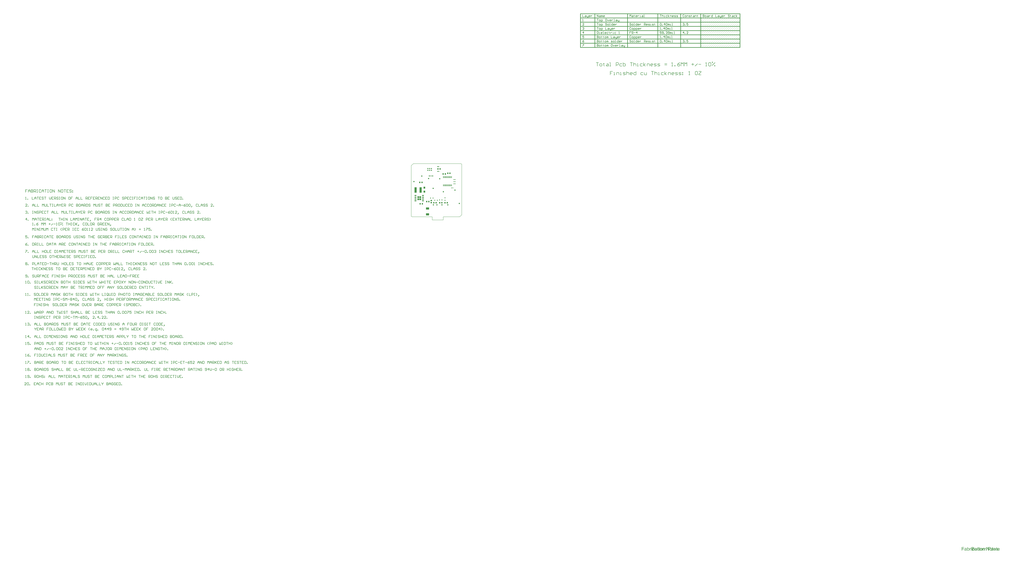
<source format=gbp>
G04 Layer_Color=128*
%FSLAX44Y44*%
%MOMM*%
G71*
G01*
G75*
%ADD10C,0.3810*%
%ADD11C,0.0254*%
%ADD12C,0.2540*%
%ADD13C,0.1270*%
%ADD16R,0.9500X1.0000*%
%ADD21R,1.0000X0.9500*%
%ADD25R,0.5500X0.8000*%
%ADD26R,1.1430X1.2700*%
%ADD27C,0.8000*%
%ADD28R,0.6200X0.6200*%
%ADD29R,1.4500X0.7000*%
%ADD30O,1.4500X0.7000*%
%ADD31O,0.4000X1.3500*%
%ADD32R,0.4000X1.3500*%
%ADD33R,0.8000X0.6000*%
%ADD34C,0.8890*%
%ADD35R,0.6000X0.8000*%
%ADD36R,2.1800X1.6200*%
%ADD37R,1.3000X1.4000*%
%ADD38R,1.5000X4.0000*%
G36*
X4093755Y-2395554D02*
X4096767D01*
Y-2397896D01*
X4093755D01*
Y-2408271D01*
Y-2408308D01*
Y-2408457D01*
Y-2408680D01*
X4093792Y-2408940D01*
X4093829Y-2409498D01*
X4093866Y-2409721D01*
X4093903Y-2409907D01*
X4093940Y-2409982D01*
X4094015Y-2410130D01*
X4094164Y-2410316D01*
X4094387Y-2410502D01*
X4094461Y-2410540D01*
X4094647Y-2410577D01*
X4094982Y-2410651D01*
X4095199Y-2410669D01*
X4095290Y-2410651D01*
X4095513D01*
X4096070Y-2410577D01*
X4096082Y-2410651D01*
X4096209D01*
X4096767Y-2410577D01*
X4097176Y-2413217D01*
X4097101D01*
X4096953Y-2413254D01*
X4096729Y-2413291D01*
X4096395Y-2413328D01*
X4096060Y-2413403D01*
X4095688Y-2413440D01*
X4094907Y-2413477D01*
X4094647D01*
X4094527Y-2413462D01*
X4094211Y-2413477D01*
X4093951D01*
X4093653Y-2413440D01*
X4093282Y-2413403D01*
X4092873Y-2413366D01*
X4092426Y-2413254D01*
X4092017Y-2413142D01*
X4091646Y-2412994D01*
X4091608Y-2412957D01*
X4091497Y-2412882D01*
X4091348Y-2412771D01*
X4091162Y-2412622D01*
X4090939Y-2412436D01*
X4090753Y-2412213D01*
X4090530Y-2411953D01*
X4090381Y-2411655D01*
Y-2411618D01*
X4090344Y-2411469D01*
X4090269Y-2411246D01*
X4090232Y-2410874D01*
X4090158Y-2410391D01*
X4090121Y-2410130D01*
X4090084Y-2409796D01*
Y-2409424D01*
X4090046Y-2409015D01*
Y-2408569D01*
Y-2408085D01*
Y-2397896D01*
X4087815D01*
Y-2395554D01*
X4090046D01*
Y-2391203D01*
X4093058Y-2389381D01*
Y-2389802D01*
X4093755Y-2389381D01*
Y-2395554D01*
D02*
G37*
G36*
X4079029Y-2395182D02*
X4079364Y-2395219D01*
X4079698Y-2395256D01*
X4079839Y-2395282D01*
X4079932Y-2395293D01*
X4080564Y-2395368D01*
X4081159Y-2395517D01*
X4081717Y-2395702D01*
X4081791Y-2395740D01*
X4081940Y-2395777D01*
X4082200Y-2395925D01*
X4082498Y-2396074D01*
X4082832Y-2396260D01*
X4083204Y-2396483D01*
X4083502Y-2396744D01*
X4083799Y-2397041D01*
X4083821Y-2397063D01*
X4083938Y-2397153D01*
X4084384Y-2397562D01*
X4084421Y-2397599D01*
X4084496Y-2397673D01*
X4084607Y-2397822D01*
X4084756Y-2398008D01*
X4084942Y-2398231D01*
X4085128Y-2398528D01*
X4085351Y-2398900D01*
X4085574Y-2399272D01*
X4085760Y-2399718D01*
X4085983Y-2400239D01*
X4086169Y-2400760D01*
X4086355Y-2401355D01*
X4086503Y-2401987D01*
X4086615Y-2402693D01*
X4086689Y-2403400D01*
X4086726Y-2404181D01*
Y-2404218D01*
Y-2404330D01*
Y-2404515D01*
Y-2404738D01*
X4086689Y-2405036D01*
Y-2405371D01*
X4086652Y-2405742D01*
X4086615Y-2406152D01*
X4086466Y-2407007D01*
X4086280Y-2407899D01*
X4086020Y-2408792D01*
X4085685Y-2409573D01*
Y-2409610D01*
X4085648Y-2409647D01*
X4085499Y-2409907D01*
X4085239Y-2410242D01*
X4085026Y-2410526D01*
Y-2410614D01*
X4085063Y-2410911D01*
X4085101Y-2411172D01*
Y-2411209D01*
X4085138Y-2411358D01*
X4085175Y-2411581D01*
X4085249Y-2411841D01*
X4085361Y-2412138D01*
X4085510Y-2412510D01*
X4085844Y-2413254D01*
X4082721D01*
X4082684Y-2413217D01*
X4082646Y-2413105D01*
X4082572Y-2412882D01*
X4082491Y-2412694D01*
X4082487Y-2412696D01*
X4082339Y-2412733D01*
X4081930Y-2412919D01*
X4081409Y-2413105D01*
X4080777Y-2413328D01*
X4080070Y-2413477D01*
X4079290Y-2413626D01*
X4078434Y-2413663D01*
X4078062D01*
X4077802Y-2413626D01*
X4077505Y-2413589D01*
X4077133Y-2413551D01*
X4077011Y-2413529D01*
X4076845Y-2413551D01*
X4076251Y-2413626D01*
X4075581Y-2413663D01*
X4075321D01*
X4075098Y-2413626D01*
X4074875D01*
X4074577Y-2413589D01*
X4073945Y-2413477D01*
X4073201Y-2413328D01*
X4072495Y-2413068D01*
X4071751Y-2412733D01*
X4071119Y-2412250D01*
X4071045Y-2412176D01*
X4070858Y-2411990D01*
X4070635Y-2411692D01*
X4070338Y-2411246D01*
X4070041Y-2410725D01*
X4069818Y-2410130D01*
X4069631Y-2409387D01*
X4069557Y-2408606D01*
Y-2408531D01*
Y-2408383D01*
X4069594Y-2408122D01*
X4069631Y-2407825D01*
X4069706Y-2407453D01*
X4069780Y-2407044D01*
X4069929Y-2406635D01*
X4070115Y-2406226D01*
X4070152Y-2406189D01*
X4070226Y-2406040D01*
X4070253Y-2405996D01*
X4070179Y-2405222D01*
X4070142Y-2404404D01*
Y-2404330D01*
Y-2404181D01*
X4070179Y-2403920D01*
Y-2403586D01*
X4070216Y-2403177D01*
X4070291Y-2402731D01*
X4070365Y-2402210D01*
X4070476Y-2401652D01*
X4070625Y-2401057D01*
X4070747Y-2400667D01*
X4070078Y-2400574D01*
Y-2400536D01*
X4070115Y-2400499D01*
X4070152Y-2400276D01*
X4070264Y-2399942D01*
X4070375Y-2399495D01*
X4070561Y-2399012D01*
X4070784Y-2398528D01*
X4071045Y-2398008D01*
X4071379Y-2397562D01*
X4071416Y-2397525D01*
X4071565Y-2397376D01*
X4071751Y-2397153D01*
X4072049Y-2396892D01*
X4072420Y-2396632D01*
X4072904Y-2396335D01*
X4073424Y-2396037D01*
X4074019Y-2395777D01*
X4074057D01*
X4074094Y-2395740D01*
X4074205Y-2395702D01*
X4074317Y-2395665D01*
X4074689Y-2395591D01*
X4075172Y-2395442D01*
X4075767Y-2395331D01*
X4076436Y-2395256D01*
X4077217Y-2395182D01*
X4078035Y-2395145D01*
X4078407D01*
X4078418Y-2395146D01*
X4078434Y-2395145D01*
X4078769D01*
X4079029Y-2395182D01*
D02*
G37*
G36*
X4214915D02*
X4215213Y-2395219D01*
X4215585Y-2395256D01*
X4215957Y-2395331D01*
X4216403Y-2395442D01*
X4217296Y-2395740D01*
X4217779Y-2395925D01*
X4218262Y-2396186D01*
X4218746Y-2396446D01*
X4219229Y-2396781D01*
X4219675Y-2397153D01*
X4220121Y-2397599D01*
X4220159Y-2397636D01*
X4220233Y-2397710D01*
X4220345Y-2397859D01*
X4220493Y-2398045D01*
X4220642Y-2398305D01*
X4220828Y-2398603D01*
X4221051Y-2398938D01*
X4221274Y-2399347D01*
X4221460Y-2399830D01*
X4221683Y-2400313D01*
X4221869Y-2400871D01*
X4222055Y-2401503D01*
X4222167Y-2402135D01*
X4222278Y-2402842D01*
X4222353Y-2403586D01*
X4222390Y-2404404D01*
Y-2404441D01*
Y-2404590D01*
Y-2404850D01*
X4222353Y-2405185D01*
X4220290D01*
X4220558Y-2405519D01*
X4220595Y-2405557D01*
X4220669Y-2405705D01*
X4220781Y-2405928D01*
X4220929Y-2406226D01*
X4221078Y-2406598D01*
X4221190Y-2407044D01*
X4221264Y-2407527D01*
X4221282Y-2407805D01*
X4222278Y-2407937D01*
Y-2407974D01*
X4222241Y-2408048D01*
X4222204Y-2408197D01*
X4222130Y-2408383D01*
X4222055Y-2408606D01*
X4221944Y-2408866D01*
X4221646Y-2409498D01*
X4221274Y-2410168D01*
X4220828Y-2410874D01*
X4220233Y-2411581D01*
X4219564Y-2412176D01*
X4219527D01*
X4219489Y-2412250D01*
X4219378Y-2412324D01*
X4219192Y-2412399D01*
X4219006Y-2412510D01*
X4218783Y-2412659D01*
X4218523Y-2412771D01*
X4218188Y-2412919D01*
X4217481Y-2413180D01*
X4216589Y-2413440D01*
X4215622Y-2413589D01*
X4214507Y-2413663D01*
X4214135D01*
X4214132Y-2413663D01*
X4214124Y-2413663D01*
X4213790D01*
X4213567Y-2413626D01*
X4213269D01*
X4212934Y-2413589D01*
X4212154Y-2413477D01*
X4211298Y-2413328D01*
X4210443Y-2413068D01*
X4209588Y-2412733D01*
X4209216Y-2412510D01*
X4208844Y-2412250D01*
X4208807D01*
X4208770Y-2412176D01*
X4208546Y-2411990D01*
X4208249Y-2411655D01*
X4207877Y-2411172D01*
X4207505Y-2410577D01*
X4207133Y-2409833D01*
X4206799Y-2408978D01*
X4206576Y-2407974D01*
X4206603Y-2407969D01*
X4206475Y-2407453D01*
X4206326Y-2406821D01*
X4206214Y-2406114D01*
X4206140Y-2405371D01*
X4206103Y-2404590D01*
Y-2404553D01*
Y-2404404D01*
Y-2404144D01*
X4206140Y-2403846D01*
X4206177Y-2403474D01*
X4206214Y-2403028D01*
X4206288Y-2402545D01*
X4206400Y-2402024D01*
X4206660Y-2400908D01*
X4206846Y-2400351D01*
X4207069Y-2399756D01*
X4207123Y-2399640D01*
X4207133Y-2399570D01*
X4207171Y-2399235D01*
X4207282Y-2398863D01*
X4207394Y-2398454D01*
X4207580Y-2398082D01*
X4207617Y-2398045D01*
X4207691Y-2397896D01*
X4207803Y-2397710D01*
X4207989Y-2397487D01*
X4208175Y-2397227D01*
X4208435Y-2396967D01*
X4208733Y-2396669D01*
X4209067Y-2396409D01*
X4209104Y-2396372D01*
X4209216Y-2396335D01*
X4209365Y-2396223D01*
X4209588Y-2396111D01*
X4209848Y-2395963D01*
X4210183Y-2395814D01*
X4210555Y-2395665D01*
X4210964Y-2395517D01*
X4211038D01*
X4211187Y-2395442D01*
X4211410Y-2395405D01*
X4211744Y-2395331D01*
X4212154Y-2395256D01*
X4212563Y-2395219D01*
X4213046Y-2395145D01*
X4213901D01*
X4214060Y-2395159D01*
X4214321Y-2395145D01*
X4214655D01*
X4214915Y-2395182D01*
D02*
G37*
G36*
X4116958D02*
X4117293Y-2395219D01*
X4117628Y-2395256D01*
X4118037Y-2395331D01*
X4118483Y-2395442D01*
X4119413Y-2395740D01*
X4119896Y-2395925D01*
X4120417Y-2396149D01*
X4120900Y-2396446D01*
X4121383Y-2396781D01*
X4121867Y-2397153D01*
X4122313Y-2397562D01*
X4122350Y-2397599D01*
X4122425Y-2397673D01*
X4122536Y-2397822D01*
X4122685Y-2398008D01*
X4122871Y-2398231D01*
X4123057Y-2398528D01*
X4123280Y-2398900D01*
X4123503Y-2399272D01*
X4123689Y-2399718D01*
X4123912Y-2400239D01*
X4124098Y-2400760D01*
X4124284Y-2401355D01*
X4124433Y-2401987D01*
X4124544Y-2402693D01*
X4124619Y-2403400D01*
X4124656Y-2404181D01*
Y-2404218D01*
Y-2404330D01*
Y-2404515D01*
Y-2404738D01*
X4124619Y-2405036D01*
Y-2405371D01*
X4124581Y-2405742D01*
X4124544Y-2406152D01*
X4124395Y-2407007D01*
X4124210Y-2407899D01*
X4123949Y-2408792D01*
X4123615Y-2409573D01*
Y-2409610D01*
X4123577Y-2409647D01*
X4123429Y-2409907D01*
X4123168Y-2410242D01*
X4122834Y-2410688D01*
X4122425Y-2411172D01*
X4121904Y-2411655D01*
X4121309Y-2412138D01*
X4120603Y-2412585D01*
X4120565D01*
X4120528Y-2412622D01*
X4120417Y-2412696D01*
X4120268Y-2412733D01*
X4119859Y-2412919D01*
X4119338Y-2413105D01*
X4118706Y-2413328D01*
X4118000Y-2413477D01*
X4117219Y-2413626D01*
X4116364Y-2413663D01*
X4115992D01*
X4115731Y-2413626D01*
X4115434Y-2413589D01*
X4115062Y-2413551D01*
X4115039Y-2413547D01*
X4114626Y-2413626D01*
X4113771Y-2413663D01*
X4113399D01*
X4113139Y-2413626D01*
X4112841Y-2413589D01*
X4112469Y-2413551D01*
X4112060Y-2413477D01*
X4111614Y-2413366D01*
X4110685Y-2413068D01*
X4110164Y-2412882D01*
X4109680Y-2412659D01*
X4109160Y-2412399D01*
X4108676Y-2412064D01*
X4108193Y-2411692D01*
X4107747Y-2411283D01*
X4107709Y-2411246D01*
X4107635Y-2411172D01*
X4107523Y-2411023D01*
X4107412Y-2410837D01*
X4107226Y-2410577D01*
X4107040Y-2410279D01*
X4106817Y-2409944D01*
X4106631Y-2409535D01*
X4106408Y-2409052D01*
X4106185Y-2408569D01*
X4105999Y-2407974D01*
X4105850Y-2407379D01*
X4105702Y-2406709D01*
X4105590Y-2406003D01*
X4105516Y-2405222D01*
X4105479Y-2404404D01*
Y-2404330D01*
Y-2404181D01*
X4105516Y-2403920D01*
Y-2403586D01*
X4105553Y-2403177D01*
X4105627Y-2402731D01*
X4105702Y-2402210D01*
X4105813Y-2401652D01*
X4105962Y-2401057D01*
X4106148Y-2400462D01*
X4106371Y-2399867D01*
X4106631Y-2399272D01*
X4106929Y-2398677D01*
X4107300Y-2398120D01*
X4107709Y-2397599D01*
X4108193Y-2397115D01*
X4108230Y-2397078D01*
X4108304Y-2397041D01*
X4108416Y-2396929D01*
X4108602Y-2396818D01*
X4108825Y-2396669D01*
X4109085Y-2396483D01*
X4109383Y-2396297D01*
X4109755Y-2396111D01*
X4110127Y-2395963D01*
X4110536Y-2395777D01*
X4111502Y-2395442D01*
X4112581Y-2395219D01*
X4113176Y-2395182D01*
X4113771Y-2395145D01*
X4114106D01*
X4114366Y-2395182D01*
X4114700Y-2395219D01*
X4115008Y-2395253D01*
X4115174Y-2395219D01*
X4115768Y-2395182D01*
X4116364Y-2395145D01*
X4116698D01*
X4116958Y-2395182D01*
D02*
G37*
G36*
X4041631D02*
X4042040Y-2395256D01*
X4042486Y-2395405D01*
X4043007Y-2395554D01*
X4043564Y-2395814D01*
X4044159Y-2396149D01*
X4043081Y-2398900D01*
X4043044Y-2398863D01*
X4042895Y-2398789D01*
X4042672Y-2398677D01*
X4042411Y-2398566D01*
X4042077Y-2398454D01*
X4041705Y-2398343D01*
X4041296Y-2398268D01*
X4040887Y-2398231D01*
X4040738D01*
X4040552Y-2398268D01*
X4040292Y-2398305D01*
X4040032Y-2398380D01*
X4039734Y-2398491D01*
X4039437Y-2398640D01*
X4039139Y-2398826D01*
X4039102Y-2398863D01*
X4039028Y-2398938D01*
X4038879Y-2399086D01*
X4038730Y-2399272D01*
X4038544Y-2399495D01*
X4038358Y-2399793D01*
X4038210Y-2400128D01*
X4038061Y-2400499D01*
X4038024Y-2400574D01*
X4037986Y-2400760D01*
X4037912Y-2401094D01*
X4037838Y-2401541D01*
X4037726Y-2402061D01*
X4037652Y-2402656D01*
X4037615Y-2403288D01*
X4037578Y-2403995D01*
Y-2413254D01*
X4034565D01*
Y-2395554D01*
X4037280D01*
Y-2398194D01*
X4037317Y-2398157D01*
X4037466Y-2397934D01*
X4037652Y-2397599D01*
X4037875Y-2397227D01*
X4038173Y-2396818D01*
X4038507Y-2396409D01*
X4038805Y-2396037D01*
X4039139Y-2395777D01*
X4039177Y-2395740D01*
X4039288Y-2395665D01*
X4039474Y-2395591D01*
X4039734Y-2395442D01*
X4039995Y-2395331D01*
X4040329Y-2395256D01*
X4040701Y-2395182D01*
X4041073Y-2395145D01*
X4041333D01*
X4041631Y-2395182D01*
D02*
G37*
G36*
X4147153D02*
X4147376D01*
X4147636Y-2395219D01*
X4148194Y-2395331D01*
X4148864Y-2395517D01*
X4149533Y-2395777D01*
X4150165Y-2396149D01*
X4150760Y-2396632D01*
X4150834Y-2396706D01*
X4150983Y-2396892D01*
X4151206Y-2397264D01*
X4151504Y-2397748D01*
X4151764Y-2398380D01*
X4151987Y-2399124D01*
X4152136Y-2400053D01*
X4152210Y-2400574D01*
Y-2401131D01*
Y-2413254D01*
X4149198D01*
Y-2402135D01*
Y-2402098D01*
Y-2402061D01*
Y-2401838D01*
Y-2401503D01*
X4149161Y-2401131D01*
X4149087Y-2400276D01*
X4149012Y-2399867D01*
X4148901Y-2399532D01*
Y-2399495D01*
X4148826Y-2399384D01*
X4148752Y-2399235D01*
X4148640Y-2399049D01*
X4148492Y-2398863D01*
X4148306Y-2398640D01*
X4148083Y-2398417D01*
X4147822Y-2398231D01*
X4147785Y-2398194D01*
X4147674Y-2398157D01*
X4147525Y-2398082D01*
X4147339Y-2397971D01*
X4147079Y-2397896D01*
X4146744Y-2397822D01*
X4146409Y-2397785D01*
X4146038Y-2397748D01*
X4145740D01*
X4145368Y-2397822D01*
X4144959Y-2397896D01*
X4144476Y-2398045D01*
X4143955Y-2398268D01*
X4143398Y-2398603D01*
X4142914Y-2399012D01*
X4142877Y-2399086D01*
X4142728Y-2399235D01*
X4142542Y-2399532D01*
X4142319Y-2399979D01*
X4142059Y-2400536D01*
X4141873Y-2401206D01*
X4141724Y-2402024D01*
X4141687Y-2402991D01*
Y-2413254D01*
X4136937D01*
Y-2402507D01*
Y-2402470D01*
Y-2402433D01*
Y-2402210D01*
Y-2401875D01*
X4136900Y-2401466D01*
X4136863Y-2401057D01*
X4136789Y-2400574D01*
X4136677Y-2400165D01*
X4136566Y-2399793D01*
Y-2399756D01*
X4136491Y-2399644D01*
X4136417Y-2399458D01*
X4136305Y-2399272D01*
X4136119Y-2399012D01*
X4135896Y-2398789D01*
X4135636Y-2398528D01*
X4135338Y-2398305D01*
X4135301Y-2398268D01*
X4135190Y-2398231D01*
X4135004Y-2398120D01*
X4134744Y-2398008D01*
X4134446Y-2397934D01*
X4134384Y-2397915D01*
X4134026Y-2398045D01*
X4133618Y-2398194D01*
X4133209Y-2398417D01*
X4133171Y-2398454D01*
X4133022Y-2398528D01*
X4132837Y-2398714D01*
X4132614Y-2398900D01*
X4132353Y-2399198D01*
X4132093Y-2399532D01*
X4131870Y-2399942D01*
X4131647Y-2400388D01*
X4131609Y-2400462D01*
X4131572Y-2400611D01*
X4131498Y-2400908D01*
X4131424Y-2401317D01*
X4131312Y-2401838D01*
X4131238Y-2402470D01*
X4131201Y-2403214D01*
X4131163Y-2404069D01*
Y-2413254D01*
X4125558D01*
Y-2395554D01*
X4130829D01*
Y-2395885D01*
X4130951Y-2395814D01*
X4131471Y-2395591D01*
X4131992Y-2395405D01*
X4132587Y-2395256D01*
X4133219Y-2395182D01*
X4133888Y-2395145D01*
X4134149D01*
X4134483Y-2395182D01*
X4134855Y-2395219D01*
X4135028Y-2395248D01*
X4135588Y-2395182D01*
X4136220Y-2395145D01*
X4136555D01*
X4136927Y-2395182D01*
X4137373Y-2395256D01*
X4137857Y-2395331D01*
X4138415Y-2395479D01*
X4138935Y-2395702D01*
X4139419Y-2395963D01*
X4139493Y-2396000D01*
X4139642Y-2396111D01*
X4139865Y-2396297D01*
X4140125Y-2396558D01*
X4140422Y-2396892D01*
X4140720Y-2397264D01*
X4140980Y-2397748D01*
X4141203Y-2398268D01*
X4141241Y-2398231D01*
X4141315Y-2398120D01*
X4141426Y-2397971D01*
X4141575Y-2397785D01*
X4141798Y-2397525D01*
X4142059Y-2397264D01*
X4142356Y-2397004D01*
X4142691Y-2396706D01*
X4143063Y-2396409D01*
X4143472Y-2396149D01*
X4144438Y-2395628D01*
X4144959Y-2395442D01*
X4145517Y-2395293D01*
X4146075Y-2395182D01*
X4146707Y-2395145D01*
X4146967D01*
X4147153Y-2395182D01*
D02*
G37*
G36*
X4058614Y-2388860D02*
X4058875D01*
X4059507Y-2388897D01*
X4060213Y-2389009D01*
X4060957Y-2389120D01*
X4061701Y-2389306D01*
X4062370Y-2389567D01*
X4062407D01*
X4062444Y-2389604D01*
X4062668Y-2389716D01*
X4062965Y-2389901D01*
X4063337Y-2390125D01*
X4063783Y-2390459D01*
X4064229Y-2390868D01*
X4064638Y-2391315D01*
X4065047Y-2391872D01*
X4065085Y-2391947D01*
X4065196Y-2392133D01*
X4065345Y-2392467D01*
X4065531Y-2392876D01*
X4065717Y-2393360D01*
X4065865Y-2393880D01*
X4065977Y-2394475D01*
X4066014Y-2395107D01*
Y-2395182D01*
Y-2395368D01*
X4065977Y-2395665D01*
X4065903Y-2396074D01*
X4065791Y-2396521D01*
X4065670Y-2396912D01*
X4065950Y-2397227D01*
X4066322Y-2397673D01*
X4066731Y-2398268D01*
X4067103Y-2398975D01*
X4067437Y-2399830D01*
X4067698Y-2400760D01*
X4064797Y-2401206D01*
Y-2401169D01*
X4064760Y-2401131D01*
X4064723Y-2400908D01*
X4064612Y-2400611D01*
X4064463Y-2400202D01*
X4064240Y-2399756D01*
X4064002Y-2399349D01*
X4063708Y-2399570D01*
X4063188Y-2399942D01*
X4062556Y-2400276D01*
X4062593D01*
X4062668Y-2400313D01*
X4062779Y-2400351D01*
X4062928Y-2400388D01*
X4063337Y-2400574D01*
X4063820Y-2400797D01*
X4064378Y-2401131D01*
X4064936Y-2401503D01*
X4065493Y-2401950D01*
X4065977Y-2402507D01*
X4066014Y-2402582D01*
X4066163Y-2402768D01*
X4066349Y-2403102D01*
X4066609Y-2403549D01*
X4066832Y-2404106D01*
X4067018Y-2404701D01*
X4067167Y-2405408D01*
X4067204Y-2406189D01*
Y-2406263D01*
Y-2406486D01*
X4067167Y-2406821D01*
X4067144Y-2407074D01*
X4067995Y-2407193D01*
Y-2407230D01*
X4067958Y-2407341D01*
X4067921Y-2407490D01*
X4067884Y-2407676D01*
X4067809Y-2407937D01*
X4067735Y-2408234D01*
X4067512Y-2408940D01*
X4067177Y-2409684D01*
X4066731Y-2410502D01*
X4066173Y-2411246D01*
X4065504Y-2411953D01*
X4065467D01*
X4065429Y-2412027D01*
X4065318Y-2412101D01*
X4065169Y-2412213D01*
X4064946Y-2412361D01*
X4064723Y-2412510D01*
X4064165Y-2412808D01*
X4063459Y-2413105D01*
X4062603Y-2413403D01*
X4061674Y-2413589D01*
X4061153Y-2413626D01*
X4060633Y-2413663D01*
X4060298D01*
X4060038Y-2413626D01*
X4059740Y-2413589D01*
X4059368Y-2413551D01*
X4058996Y-2413477D01*
X4058550Y-2413366D01*
X4058152Y-2413254D01*
X4045944D01*
Y-2395554D01*
X4048760D01*
Y-2392244D01*
X4045944D01*
Y-2388823D01*
X4058354D01*
X4058614Y-2388860D01*
D02*
G37*
G36*
X4177013D02*
X4177608Y-2388897D01*
X4178240Y-2388935D01*
X4178835Y-2389009D01*
X4179356Y-2389083D01*
X4179430D01*
X4179653Y-2389158D01*
X4179988Y-2389232D01*
X4180397Y-2389344D01*
X4180880Y-2389492D01*
X4181364Y-2389678D01*
X4181884Y-2389939D01*
X4182368Y-2390236D01*
X4182405Y-2390273D01*
X4182591Y-2390385D01*
X4182814Y-2390571D01*
X4183074Y-2390831D01*
X4183372Y-2391166D01*
X4183706Y-2391575D01*
X4184041Y-2392021D01*
X4184339Y-2392579D01*
X4184376Y-2392653D01*
X4184450Y-2392839D01*
X4184562Y-2393137D01*
X4184711Y-2393546D01*
X4184859Y-2394029D01*
X4184971Y-2394587D01*
X4185042Y-2395192D01*
X4185204Y-2395182D01*
X4185799Y-2395145D01*
X4186134D01*
X4186394Y-2395182D01*
X4186729Y-2395219D01*
X4187064Y-2395256D01*
X4187473Y-2395331D01*
X4187919Y-2395442D01*
X4188849Y-2395740D01*
X4189332Y-2395925D01*
X4189853Y-2396149D01*
X4190336Y-2396446D01*
X4190633Y-2396651D01*
X4190660Y-2396632D01*
X4191144Y-2396335D01*
X4191664Y-2396037D01*
X4192259Y-2395777D01*
X4192296D01*
X4192334Y-2395740D01*
X4192445Y-2395702D01*
X4192557Y-2395665D01*
X4192928Y-2395591D01*
X4193412Y-2395442D01*
X4194007Y-2395331D01*
X4194676Y-2395256D01*
X4195457Y-2395182D01*
X4196275Y-2395145D01*
X4196647D01*
X4197056Y-2395182D01*
X4197577Y-2395219D01*
X4198108Y-2395285D01*
Y-2391203D01*
X4201120Y-2389381D01*
Y-2395554D01*
X4204132D01*
Y-2397896D01*
X4202560D01*
X4202708Y-2398231D01*
X4202857Y-2398640D01*
X4202969Y-2399086D01*
Y-2399124D01*
X4203006Y-2399235D01*
X4203043Y-2399421D01*
X4203080Y-2399718D01*
Y-2400090D01*
X4203117Y-2400574D01*
X4203155Y-2401131D01*
Y-2401838D01*
Y-2405854D01*
Y-2405891D01*
Y-2406040D01*
Y-2406263D01*
Y-2406523D01*
Y-2406858D01*
Y-2407230D01*
X4203192Y-2408085D01*
Y-2409015D01*
X4203229Y-2409870D01*
X4203266Y-2410279D01*
Y-2410614D01*
X4203273Y-2410667D01*
X4203351Y-2410651D01*
X4203574D01*
X4204132Y-2410577D01*
X4204541Y-2413217D01*
X4204467D01*
X4204318Y-2413254D01*
X4204095Y-2413291D01*
X4203760Y-2413328D01*
X4203425Y-2413403D01*
X4203053Y-2413440D01*
X4202273Y-2413477D01*
X4202012D01*
X4201715Y-2413440D01*
X4201343Y-2413403D01*
X4200934Y-2413366D01*
X4200488Y-2413254D01*
X4200079Y-2413142D01*
X4199707Y-2412994D01*
X4199669Y-2412957D01*
X4199558Y-2412882D01*
X4199409Y-2412771D01*
X4199223Y-2412622D01*
X4199000Y-2412436D01*
X4198814Y-2412213D01*
X4198802Y-2412199D01*
X4198283Y-2412510D01*
X4197726Y-2412808D01*
X4197130Y-2413068D01*
X4197056Y-2413105D01*
X4196870Y-2413142D01*
X4196573Y-2413254D01*
X4196164Y-2413366D01*
X4195643Y-2413477D01*
X4195085Y-2413551D01*
X4194490Y-2413626D01*
X4193821Y-2413663D01*
X4193561D01*
X4193338Y-2413626D01*
X4193115D01*
X4192817Y-2413589D01*
X4192185Y-2413477D01*
X4191441Y-2413328D01*
X4190735Y-2413068D01*
X4189991Y-2412733D01*
X4189901Y-2412664D01*
X4189853Y-2412696D01*
X4189704Y-2412733D01*
X4189295Y-2412919D01*
X4188774Y-2413105D01*
X4188142Y-2413328D01*
X4187436Y-2413477D01*
X4186655Y-2413626D01*
X4185799Y-2413663D01*
X4185428D01*
X4185167Y-2413626D01*
X4184870Y-2413589D01*
X4184498Y-2413551D01*
X4184089Y-2413477D01*
X4183643Y-2413366D01*
X4182713Y-2413068D01*
X4182192Y-2412882D01*
X4181709Y-2412659D01*
X4181188Y-2412399D01*
X4180705Y-2412064D01*
X4180222Y-2411692D01*
X4179775Y-2411283D01*
X4179738Y-2411246D01*
X4179664Y-2411172D01*
X4179552Y-2411023D01*
X4179441Y-2410837D01*
X4179254Y-2410577D01*
X4179069Y-2410279D01*
X4178846Y-2409944D01*
X4178660Y-2409535D01*
X4178437Y-2409052D01*
X4178214Y-2408569D01*
X4178028Y-2407974D01*
X4177879Y-2407379D01*
X4177730Y-2406709D01*
X4177618Y-2406003D01*
X4177544Y-2405222D01*
X4177507Y-2404404D01*
Y-2404330D01*
Y-2404181D01*
X4177544Y-2403920D01*
Y-2403586D01*
X4177577Y-2403220D01*
X4176864Y-2403251D01*
X4175935Y-2403288D01*
X4173602D01*
Y-2413254D01*
X4170293D01*
X4169688Y-2412349D01*
Y-2413254D01*
X4166452D01*
Y-2407510D01*
X4157464Y-2394066D01*
Y-2413254D01*
X4154377D01*
Y-2388823D01*
X4157650D01*
X4166452Y-2401951D01*
Y-2388823D01*
X4176455D01*
X4177013Y-2388860D01*
D02*
G37*
G36*
X4004891Y-2395182D02*
X4005412Y-2395219D01*
X4006007Y-2395293D01*
X4006639Y-2395368D01*
X4007234Y-2395517D01*
X4007792Y-2395702D01*
X4007866Y-2395740D01*
X4008015Y-2395777D01*
X4008275Y-2395925D01*
X4008573Y-2396074D01*
X4008907Y-2396260D01*
X4009279Y-2396483D01*
X4009577Y-2396744D01*
X4009874Y-2397041D01*
X4009911Y-2397078D01*
X4009986Y-2397190D01*
X4010097Y-2397339D01*
X4010246Y-2397599D01*
X4010395Y-2397896D01*
X4010544Y-2398231D01*
X4010692Y-2398640D01*
X4010804Y-2399086D01*
Y-2399124D01*
X4010841Y-2399235D01*
X4010878Y-2399421D01*
X4010916Y-2399718D01*
Y-2400090D01*
X4010952Y-2400574D01*
X4010990Y-2401131D01*
Y-2401838D01*
Y-2405854D01*
Y-2405891D01*
Y-2406040D01*
Y-2406263D01*
Y-2406523D01*
Y-2406858D01*
Y-2407230D01*
X4011027Y-2408085D01*
Y-2409015D01*
X4011064Y-2409870D01*
X4011101Y-2410279D01*
Y-2410614D01*
X4011139Y-2410911D01*
X4011176Y-2411172D01*
Y-2411209D01*
X4011213Y-2411358D01*
X4011250Y-2411581D01*
X4011324Y-2411841D01*
X4011436Y-2412138D01*
X4011585Y-2412510D01*
X4011919Y-2413254D01*
X4008796D01*
X4008759Y-2413217D01*
X4008722Y-2413105D01*
X4008647Y-2412882D01*
X4008535Y-2412622D01*
X4008424Y-2412287D01*
X4008350Y-2411915D01*
X4008275Y-2411506D01*
X4008201Y-2411023D01*
X4008127Y-2411097D01*
X4007903Y-2411246D01*
X4007606Y-2411506D01*
X4007160Y-2411804D01*
X4006676Y-2412176D01*
X4006118Y-2412510D01*
X4005561Y-2412808D01*
X4004966Y-2413068D01*
X4004891Y-2413105D01*
X4004706Y-2413142D01*
X4004408Y-2413254D01*
X4003999Y-2413366D01*
X4003478Y-2413477D01*
X4002921Y-2413551D01*
X4002325Y-2413626D01*
X4001656Y-2413663D01*
X4001396D01*
X4001173Y-2413626D01*
X4000950D01*
X4000652Y-2413589D01*
X4000020Y-2413477D01*
X3999276Y-2413328D01*
X3998570Y-2413068D01*
X3997826Y-2412733D01*
X3997194Y-2412250D01*
X3997120Y-2412176D01*
X3996934Y-2411990D01*
X3996711Y-2411692D01*
X3996413Y-2411246D01*
X3996116Y-2410725D01*
X3995892Y-2410130D01*
X3995706Y-2409387D01*
X3995632Y-2408606D01*
Y-2408531D01*
Y-2408383D01*
X3995669Y-2408122D01*
X3995706Y-2407825D01*
X3995781Y-2407453D01*
X3995855Y-2407044D01*
X3996004Y-2406635D01*
X3996190Y-2406226D01*
X3996227Y-2406189D01*
X3996302Y-2406040D01*
X3996413Y-2405854D01*
X3996599Y-2405594D01*
X3996822Y-2405334D01*
X3997120Y-2405036D01*
X3997417Y-2404776D01*
X3997752Y-2404515D01*
X3997789Y-2404478D01*
X3997938Y-2404404D01*
X3998123Y-2404292D01*
X3998384Y-2404144D01*
X3998719Y-2403958D01*
X3999053Y-2403809D01*
X3999462Y-2403660D01*
X3999908Y-2403511D01*
X3999946D01*
X4000094Y-2403474D01*
X4000280Y-2403437D01*
X4000578Y-2403363D01*
X4000950Y-2403288D01*
X4001433Y-2403214D01*
X4001954Y-2403139D01*
X4002586Y-2403065D01*
X4002623D01*
X4002735Y-2403028D01*
X4002921D01*
X4003181Y-2402991D01*
X4003478Y-2402954D01*
X4003813Y-2402916D01*
X4004631Y-2402768D01*
X4005486Y-2402619D01*
X4006379Y-2402470D01*
X4007234Y-2402247D01*
X4007606Y-2402135D01*
X4007941Y-2402024D01*
Y-2401987D01*
Y-2401912D01*
X4007978Y-2401689D01*
Y-2401429D01*
Y-2401317D01*
Y-2401243D01*
Y-2401206D01*
Y-2401169D01*
Y-2400946D01*
X4007941Y-2400611D01*
X4007866Y-2400239D01*
X4007755Y-2399830D01*
X4007606Y-2399384D01*
X4007420Y-2399012D01*
X4007122Y-2398677D01*
X4007085Y-2398640D01*
X4006899Y-2398528D01*
X4006639Y-2398343D01*
X4006267Y-2398157D01*
X4005784Y-2397971D01*
X4005189Y-2397785D01*
X4004482Y-2397673D01*
X4003701Y-2397636D01*
X4003367D01*
X4002995Y-2397673D01*
X4002512Y-2397710D01*
X4001991Y-2397822D01*
X4001508Y-2397934D01*
X4000987Y-2398120D01*
X4000578Y-2398380D01*
X4000540Y-2398417D01*
X4000429Y-2398528D01*
X4000243Y-2398714D01*
X4000020Y-2398975D01*
X3999760Y-2399347D01*
X3999537Y-2399793D01*
X3999276Y-2400351D01*
X3999090Y-2400983D01*
X3996153Y-2400574D01*
Y-2400536D01*
X3996190Y-2400499D01*
X3996227Y-2400276D01*
X3996339Y-2399942D01*
X3996450Y-2399495D01*
X3996636Y-2399012D01*
X3996859Y-2398528D01*
X3997120Y-2398008D01*
X3997454Y-2397562D01*
X3997491Y-2397525D01*
X3997640Y-2397376D01*
X3997826Y-2397153D01*
X3998123Y-2396892D01*
X3998495Y-2396632D01*
X3998979Y-2396335D01*
X3999500Y-2396037D01*
X4000094Y-2395777D01*
X4000132D01*
X4000169Y-2395740D01*
X4000280Y-2395702D01*
X4000392Y-2395665D01*
X4000764Y-2395591D01*
X4001247Y-2395442D01*
X4001842Y-2395331D01*
X4002512Y-2395256D01*
X4003293Y-2395182D01*
X4004110Y-2395145D01*
X4004482D01*
X4004891Y-2395182D01*
D02*
G37*
G36*
X3992843Y-2391686D02*
X3979605D01*
Y-2399309D01*
X3991058D01*
Y-2402173D01*
X3979605D01*
Y-2413254D01*
X3976370D01*
Y-2388823D01*
X3992843D01*
Y-2391686D01*
D02*
G37*
G36*
X4102057Y-2390094D02*
X4103237Y-2389381D01*
Y-2395554D01*
X4106249D01*
Y-2397896D01*
X4103237D01*
Y-2408271D01*
Y-2408308D01*
Y-2408457D01*
Y-2408680D01*
X4103274Y-2408940D01*
X4103311Y-2409498D01*
X4103348Y-2409721D01*
X4103386Y-2409907D01*
X4103423Y-2409982D01*
X4103497Y-2410130D01*
X4103646Y-2410316D01*
X4103869Y-2410502D01*
X4103943Y-2410540D01*
X4104129Y-2410577D01*
X4104464Y-2410651D01*
X4104910Y-2410688D01*
X4105282D01*
X4105468Y-2410651D01*
X4105691D01*
X4106249Y-2410577D01*
X4106658Y-2413217D01*
X4106584D01*
X4106435Y-2413254D01*
X4106212Y-2413291D01*
X4105877Y-2413328D01*
X4105542Y-2413403D01*
X4105171Y-2413440D01*
X4104390Y-2413477D01*
X4104129D01*
X4103832Y-2413440D01*
X4103460Y-2413403D01*
X4103051Y-2413366D01*
X4102605Y-2413254D01*
X4102196Y-2413142D01*
X4102057Y-2413087D01*
Y-2413254D01*
X4099045D01*
Y-2397896D01*
X4097994D01*
Y-2395554D01*
X4100225D01*
Y-2392244D01*
X4099045D01*
Y-2388823D01*
X4102057D01*
Y-2390094D01*
D02*
G37*
G36*
X4228366Y-2395554D02*
X4229130D01*
X4229232Y-2395517D01*
X4229307D01*
X4229455Y-2395442D01*
X4229678Y-2395405D01*
X4230013Y-2395331D01*
X4230422Y-2395256D01*
X4230831Y-2395219D01*
X4231314Y-2395145D01*
X4232170D01*
X4232579Y-2395182D01*
X4233062Y-2395219D01*
X4233657Y-2395293D01*
X4234252Y-2395405D01*
X4234884Y-2395554D01*
X4235479Y-2395777D01*
X4235516D01*
X4235554Y-2395814D01*
X4235740Y-2395888D01*
X4236037Y-2396037D01*
X4236372Y-2396186D01*
X4236743Y-2396446D01*
X4236936Y-2396568D01*
X4237216Y-2396372D01*
X4237626Y-2396149D01*
X4238072Y-2395925D01*
X4238555Y-2395740D01*
X4239113Y-2395517D01*
X4239671Y-2395368D01*
X4240266Y-2395256D01*
X4240898Y-2395182D01*
X4241567Y-2395145D01*
X4241902D01*
X4242162Y-2395182D01*
X4242460Y-2395219D01*
X4242832Y-2395256D01*
X4243203Y-2395331D01*
X4243650Y-2395442D01*
X4244542Y-2395740D01*
X4245026Y-2395925D01*
X4245509Y-2396186D01*
X4245992Y-2396446D01*
X4246476Y-2396781D01*
X4246922Y-2397153D01*
X4247368Y-2397599D01*
X4247405Y-2397636D01*
X4247480Y-2397710D01*
X4247591Y-2397859D01*
X4247740Y-2398045D01*
X4247889Y-2398305D01*
X4248075Y-2398603D01*
X4248298Y-2398938D01*
X4248521Y-2399347D01*
X4248707Y-2399830D01*
X4248930Y-2400313D01*
X4249116Y-2400871D01*
X4249302Y-2401503D01*
X4249413Y-2402135D01*
X4249525Y-2402842D01*
X4249599Y-2403586D01*
X4249637Y-2404404D01*
Y-2404441D01*
Y-2404590D01*
Y-2404850D01*
X4249599Y-2405185D01*
X4238558D01*
X4238826Y-2405519D01*
X4238863Y-2405557D01*
X4238937Y-2405705D01*
X4239049Y-2405928D01*
X4239198Y-2406226D01*
X4239347Y-2406598D01*
X4239458Y-2407044D01*
X4239532Y-2407527D01*
X4239570Y-2408085D01*
Y-2408160D01*
Y-2408345D01*
X4239532Y-2408643D01*
X4239458Y-2408978D01*
X4239347Y-2409424D01*
X4239198Y-2409907D01*
X4238984Y-2410370D01*
X4239076Y-2410428D01*
X4239634Y-2410725D01*
X4240266Y-2410986D01*
X4240972Y-2411134D01*
X4241753Y-2411209D01*
X4242051D01*
X4242348Y-2411172D01*
X4242720Y-2411097D01*
X4243166Y-2410986D01*
X4243650Y-2410837D01*
X4244133Y-2410651D01*
X4244579Y-2410354D01*
X4244617Y-2410316D01*
X4244765Y-2410168D01*
X4244988Y-2409982D01*
X4245249Y-2409647D01*
X4245546Y-2409275D01*
X4245844Y-2408792D01*
X4246141Y-2408197D01*
X4246439Y-2407527D01*
X4249525Y-2407937D01*
Y-2407974D01*
X4249488Y-2408048D01*
X4249451Y-2408197D01*
X4249376Y-2408383D01*
X4249302Y-2408606D01*
X4249190Y-2408866D01*
X4248893Y-2409498D01*
X4248521Y-2410168D01*
X4248075Y-2410874D01*
X4247480Y-2411581D01*
X4246811Y-2412176D01*
X4246773D01*
X4246736Y-2412250D01*
X4246624Y-2412324D01*
X4246439Y-2412399D01*
X4246253Y-2412510D01*
X4246030Y-2412659D01*
X4245769Y-2412771D01*
X4245435Y-2412919D01*
X4244728Y-2413180D01*
X4243836Y-2413440D01*
X4242869Y-2413589D01*
X4241753Y-2413663D01*
X4241382D01*
X4241121Y-2413626D01*
X4240786Y-2413589D01*
X4240415Y-2413551D01*
X4240005Y-2413477D01*
X4239522Y-2413366D01*
X4238555Y-2413068D01*
X4238035Y-2412882D01*
X4237551Y-2412659D01*
X4237076Y-2412421D01*
X4236707Y-2412659D01*
X4236111Y-2412957D01*
X4236037Y-2412994D01*
X4235814Y-2413068D01*
X4235479Y-2413180D01*
X4235033Y-2413291D01*
X4234475Y-2413440D01*
X4233843Y-2413551D01*
X4233137Y-2413626D01*
X4232393Y-2413663D01*
X4232058D01*
X4231835Y-2413626D01*
X4231537D01*
X4231203Y-2413589D01*
X4230422Y-2413477D01*
X4230228Y-2413443D01*
X4229519Y-2413477D01*
X4229259D01*
X4228961Y-2413440D01*
X4228589Y-2413403D01*
X4228181Y-2413366D01*
X4227734Y-2413254D01*
X4227325Y-2413142D01*
X4226953Y-2412994D01*
X4226916Y-2412957D01*
X4226805Y-2412882D01*
X4226656Y-2412771D01*
X4226470Y-2412622D01*
X4226247Y-2412436D01*
X4226061Y-2412213D01*
X4225838Y-2411953D01*
X4225689Y-2411655D01*
Y-2411618D01*
X4225652Y-2411469D01*
X4225577Y-2411246D01*
X4225540Y-2410874D01*
X4225466Y-2410391D01*
X4225429Y-2410130D01*
X4225393Y-2409811D01*
X4225067Y-2408978D01*
X4224844Y-2407974D01*
X4225354Y-2407891D01*
Y-2400625D01*
X4225327Y-2400276D01*
Y-2400239D01*
Y-2400090D01*
X4225354Y-2399902D01*
Y-2397896D01*
X4223123D01*
Y-2395554D01*
X4225354D01*
Y-2391203D01*
X4228366Y-2389381D01*
Y-2395554D01*
D02*
G37*
G36*
X4018576Y-2397525D02*
X4018613Y-2397487D01*
X4018650Y-2397413D01*
X4018762Y-2397301D01*
X4018910Y-2397153D01*
X4019096Y-2396967D01*
X4019319Y-2396781D01*
X4019877Y-2396335D01*
X4020547Y-2395888D01*
X4021402Y-2395517D01*
X4021848Y-2395368D01*
X4022332Y-2395256D01*
X4022852Y-2395182D01*
X4023372Y-2395145D01*
X4023670D01*
X4023968Y-2395182D01*
X4024377Y-2395219D01*
X4024860Y-2395293D01*
X4025381Y-2395442D01*
X4025901Y-2395591D01*
X4026459Y-2395814D01*
X4026534Y-2395851D01*
X4026719Y-2395925D01*
X4026980Y-2396074D01*
X4027314Y-2396297D01*
X4027686Y-2396558D01*
X4028058Y-2396892D01*
X4028467Y-2397264D01*
X4028839Y-2397673D01*
X4028876Y-2397710D01*
X4028988Y-2397896D01*
X4029174Y-2398157D01*
X4029397Y-2398491D01*
X4029620Y-2398900D01*
X4029880Y-2399384D01*
X4030103Y-2399942D01*
X4030326Y-2400574D01*
X4030363Y-2400648D01*
X4030401Y-2400871D01*
X4030512Y-2401206D01*
X4030624Y-2401652D01*
X4030698Y-2402173D01*
X4030810Y-2402768D01*
X4030847Y-2403437D01*
X4030884Y-2404144D01*
Y-2404181D01*
Y-2404330D01*
Y-2404590D01*
X4030847Y-2404887D01*
X4030810Y-2405296D01*
X4030772Y-2405705D01*
X4030698Y-2406226D01*
X4030587Y-2406747D01*
X4030326Y-2407862D01*
X4030140Y-2408457D01*
X4029917Y-2409052D01*
X4029657Y-2409647D01*
X4029359Y-2410205D01*
X4029025Y-2410725D01*
X4028616Y-2411209D01*
X4028578Y-2411246D01*
X4028504Y-2411320D01*
X4028393Y-2411432D01*
X4028207Y-2411581D01*
X4028021Y-2411767D01*
X4027761Y-2411990D01*
X4027463Y-2412213D01*
X4027091Y-2412436D01*
X4026310Y-2412882D01*
X4025418Y-2413291D01*
X4024897Y-2413440D01*
X4024377Y-2413551D01*
X4023819Y-2413626D01*
X4023224Y-2413663D01*
X4022926D01*
X4022703Y-2413626D01*
X4022443Y-2413589D01*
X4022145Y-2413514D01*
X4021439Y-2413328D01*
X4021067Y-2413217D01*
X4020658Y-2413031D01*
X4020249Y-2412808D01*
X4019840Y-2412547D01*
X4019468Y-2412250D01*
X4019059Y-2411915D01*
X4018687Y-2411506D01*
X4018352Y-2411060D01*
Y-2413254D01*
X4015564D01*
Y-2388823D01*
X4018576D01*
Y-2397525D01*
D02*
G37*
%LPC*%
G36*
X4078117Y-2397659D02*
X4078062Y-2397673D01*
X4077653Y-2397710D01*
X4077133Y-2397859D01*
X4076537Y-2398045D01*
X4075905Y-2398343D01*
X4075273Y-2398789D01*
X4074976Y-2399049D01*
X4074678Y-2399347D01*
X4074604Y-2399421D01*
X4074530Y-2399532D01*
X4074455Y-2399644D01*
X4074344Y-2399830D01*
X4074232Y-2400053D01*
X4074083Y-2400313D01*
X4073972Y-2400611D01*
X4073823Y-2400946D01*
X4073674Y-2401317D01*
X4073563Y-2401727D01*
X4073451Y-2402210D01*
X4073377Y-2402693D01*
X4073303Y-2403251D01*
X4073241Y-2403713D01*
X4073387Y-2403660D01*
X4073834Y-2403511D01*
X4073871D01*
X4074019Y-2403474D01*
X4074205Y-2403437D01*
X4074503Y-2403363D01*
X4074875Y-2403288D01*
X4075358Y-2403214D01*
X4075879Y-2403139D01*
X4076511Y-2403065D01*
X4076548D01*
X4076660Y-2403028D01*
X4076845D01*
X4077106Y-2402991D01*
X4077403Y-2402954D01*
X4077738Y-2402916D01*
X4078556Y-2402768D01*
X4079411Y-2402619D01*
X4080304Y-2402470D01*
X4081159Y-2402247D01*
X4081531Y-2402135D01*
X4081866Y-2402024D01*
Y-2401987D01*
Y-2401912D01*
X4081903Y-2401689D01*
Y-2401429D01*
Y-2401317D01*
Y-2401243D01*
Y-2401206D01*
Y-2401169D01*
Y-2400946D01*
X4081866Y-2400611D01*
X4081791Y-2400239D01*
X4081680Y-2399830D01*
X4081531Y-2399384D01*
X4081345Y-2399012D01*
X4081047Y-2398677D01*
X4081010Y-2398640D01*
X4080824Y-2398528D01*
X4080564Y-2398343D01*
X4080192Y-2398157D01*
X4079709Y-2397971D01*
X4079114Y-2397785D01*
X4078407Y-2397673D01*
X4078117Y-2397659D01*
D02*
G37*
G36*
X4081866Y-2404367D02*
X4081791Y-2404404D01*
X4081680Y-2404441D01*
X4081568Y-2404478D01*
X4081382Y-2404553D01*
X4081159Y-2404590D01*
X4080936Y-2404664D01*
X4080638Y-2404776D01*
X4080304Y-2404850D01*
X4079932Y-2404924D01*
X4079560Y-2405036D01*
X4079114Y-2405148D01*
X4078630Y-2405222D01*
X4078110Y-2405334D01*
X4077552Y-2405408D01*
X4076957Y-2405519D01*
X4076883D01*
X4076660Y-2405557D01*
X4076325Y-2405631D01*
X4075916Y-2405705D01*
X4075061Y-2405891D01*
X4074651Y-2406003D01*
X4074317Y-2406114D01*
X4074280D01*
X4074205Y-2406189D01*
X4074057Y-2406263D01*
X4073908Y-2406375D01*
X4073536Y-2406672D01*
X4073500Y-2406715D01*
X4073600Y-2407156D01*
X4073823Y-2408011D01*
X4074195Y-2408829D01*
X4074418Y-2409201D01*
X4074678Y-2409535D01*
X4074753Y-2409610D01*
X4074939Y-2409796D01*
X4075273Y-2410056D01*
X4075720Y-2410354D01*
X4076240Y-2410688D01*
X4076909Y-2410948D01*
X4077616Y-2411134D01*
X4077743Y-2411146D01*
X4077812Y-2411134D01*
X4078333Y-2411023D01*
X4078853Y-2410837D01*
X4079374Y-2410577D01*
X4079449Y-2410540D01*
X4079597Y-2410428D01*
X4079857Y-2410279D01*
X4080155Y-2410019D01*
X4080453Y-2409759D01*
X4080787Y-2409387D01*
X4081122Y-2408978D01*
X4081382Y-2408494D01*
X4081419Y-2408457D01*
X4081457Y-2408308D01*
X4081531Y-2408085D01*
X4081642Y-2407751D01*
X4081717Y-2407304D01*
X4081791Y-2406784D01*
X4081828Y-2406189D01*
X4081866Y-2405482D01*
Y-2404367D01*
D02*
G37*
G36*
X4214099Y-2397617D02*
X4214023Y-2397636D01*
X4213614Y-2397673D01*
X4213131Y-2397785D01*
X4212573Y-2397934D01*
X4212015Y-2398194D01*
X4211420Y-2398528D01*
X4210862Y-2399012D01*
X4210788Y-2399086D01*
X4210639Y-2399272D01*
X4210416Y-2399570D01*
X4210156Y-2400016D01*
X4210008Y-2400311D01*
X4210108Y-2400611D01*
X4210294Y-2400983D01*
X4210331Y-2401020D01*
X4210369Y-2401057D01*
X4210592Y-2401243D01*
X4210740Y-2401392D01*
X4210927Y-2401503D01*
X4211187Y-2401652D01*
X4211447Y-2401764D01*
X4211484D01*
X4211559Y-2401801D01*
X4211707Y-2401838D01*
X4211967Y-2401912D01*
X4212302Y-2402024D01*
X4212786Y-2402173D01*
X4213381Y-2402321D01*
X4213715Y-2402433D01*
X4214124Y-2402545D01*
X4214161D01*
X4214273Y-2402582D01*
X4214422Y-2402619D01*
X4214645Y-2402693D01*
X4214775Y-2402731D01*
X4219229D01*
Y-2402693D01*
Y-2402619D01*
X4219192Y-2402507D01*
Y-2402359D01*
X4219118Y-2401950D01*
X4219006Y-2401466D01*
X4218857Y-2400946D01*
X4218634Y-2400388D01*
X4218627Y-2400370D01*
X4217694Y-2400499D01*
Y-2400425D01*
X4217657Y-2400276D01*
X4217583Y-2400016D01*
X4217471Y-2399718D01*
X4217322Y-2399384D01*
X4217099Y-2399049D01*
X4216839Y-2398677D01*
X4216504Y-2398380D01*
X4216467Y-2398343D01*
X4216318Y-2398268D01*
X4216095Y-2398120D01*
X4215798Y-2397971D01*
X4215426Y-2397859D01*
X4214942Y-2397710D01*
X4214422Y-2397636D01*
X4214099Y-2397617D01*
D02*
G37*
G36*
X4212166Y-2405185D02*
X4209189D01*
Y-2405222D01*
Y-2405296D01*
X4209226Y-2405482D01*
Y-2405668D01*
X4209263Y-2405928D01*
X4209301Y-2406189D01*
X4209449Y-2406858D01*
X4209673Y-2407565D01*
X4209933Y-2408308D01*
X4210342Y-2409052D01*
X4210825Y-2409684D01*
X4210900Y-2409759D01*
X4211086Y-2409907D01*
X4211420Y-2410168D01*
X4211829Y-2410428D01*
X4212387Y-2410725D01*
X4213019Y-2410986D01*
X4213726Y-2411134D01*
X4214482Y-2411207D01*
X4214831Y-2411172D01*
X4215277Y-2411097D01*
X4215735Y-2411032D01*
X4215919Y-2410986D01*
X4216391Y-2410841D01*
X4216802Y-2410651D01*
X4217211Y-2410391D01*
X4217248Y-2410354D01*
X4217360Y-2410242D01*
X4217545Y-2410056D01*
X4217731Y-2409833D01*
X4217880Y-2409535D01*
X4218066Y-2409164D01*
X4218177Y-2408792D01*
X4218215Y-2408383D01*
Y-2408345D01*
Y-2408197D01*
X4218177Y-2408048D01*
X4218103Y-2407788D01*
X4217992Y-2407565D01*
X4217843Y-2407267D01*
X4217620Y-2407007D01*
X4217322Y-2406784D01*
X4217285Y-2406747D01*
X4217173Y-2406709D01*
X4216988Y-2406635D01*
X4216690Y-2406486D01*
X4216281Y-2406375D01*
X4215760Y-2406189D01*
X4215426Y-2406077D01*
X4215091Y-2406003D01*
X4214682Y-2405891D01*
X4214236Y-2405780D01*
X4214199D01*
X4214087Y-2405742D01*
X4213938Y-2405705D01*
X4213715Y-2405631D01*
X4213418Y-2405557D01*
X4213120Y-2405482D01*
X4212414Y-2405259D01*
X4212166Y-2405185D01*
D02*
G37*
G36*
X4115088Y-2397852D02*
X4115062Y-2397859D01*
X4114467Y-2398045D01*
X4113835Y-2398343D01*
X4113203Y-2398789D01*
X4112905Y-2399049D01*
X4112608Y-2399347D01*
X4112533Y-2399421D01*
X4112459Y-2399532D01*
X4112385Y-2399644D01*
X4112273Y-2399830D01*
X4112161Y-2400053D01*
X4112013Y-2400313D01*
X4111901Y-2400611D01*
X4111752Y-2400946D01*
X4111604Y-2401317D01*
X4111492Y-2401727D01*
X4111381Y-2402210D01*
X4111306Y-2402693D01*
X4111232Y-2403251D01*
X4111158Y-2403809D01*
Y-2404441D01*
Y-2404478D01*
Y-2404590D01*
Y-2404776D01*
X4111194Y-2404999D01*
Y-2405259D01*
X4111232Y-2405594D01*
X4111343Y-2406337D01*
X4111529Y-2407156D01*
X4111752Y-2408011D01*
X4112124Y-2408829D01*
X4112347Y-2409201D01*
X4112608Y-2409535D01*
X4112682Y-2409610D01*
X4112868Y-2409796D01*
X4113203Y-2410056D01*
X4113649Y-2410354D01*
X4114170Y-2410688D01*
X4114839Y-2410948D01*
X4115028Y-2410998D01*
X4115072Y-2410986D01*
X4115667Y-2410800D01*
X4116299Y-2410502D01*
X4116895Y-2410093D01*
X4117192Y-2409833D01*
X4117489Y-2409535D01*
Y-2409498D01*
X4117564Y-2409461D01*
X4117638Y-2409350D01*
X4117712Y-2409201D01*
X4117824Y-2409015D01*
X4117973Y-2408792D01*
X4118084Y-2408531D01*
X4118233Y-2408234D01*
X4118382Y-2407899D01*
X4118493Y-2407527D01*
X4118642Y-2407081D01*
X4118754Y-2406598D01*
X4118828Y-2406114D01*
X4118902Y-2405557D01*
X4118977Y-2404962D01*
Y-2404330D01*
Y-2404292D01*
Y-2404181D01*
Y-2404032D01*
X4118940Y-2403772D01*
Y-2403511D01*
X4118902Y-2403214D01*
X4118791Y-2402470D01*
X4118605Y-2401689D01*
X4118345Y-2400834D01*
X4117973Y-2400053D01*
X4117452Y-2399347D01*
Y-2399309D01*
X4117378Y-2399272D01*
X4117192Y-2399086D01*
X4116857Y-2398789D01*
X4116448Y-2398491D01*
X4115891Y-2398194D01*
X4115258Y-2397896D01*
X4115088Y-2397852D01*
D02*
G37*
G36*
X4057759Y-2391686D02*
X4051995D01*
Y-2399124D01*
X4053735D01*
X4053753Y-2399086D01*
X4053976Y-2398714D01*
X4054274Y-2398231D01*
X4054683Y-2397710D01*
X4055166Y-2397190D01*
X4055761Y-2396669D01*
X4056431Y-2396223D01*
X4056468D01*
X4056505Y-2396186D01*
X4056617Y-2396111D01*
X4056765Y-2396037D01*
X4057174Y-2395888D01*
X4057695Y-2395665D01*
X4058290Y-2395479D01*
X4059034Y-2395293D01*
X4059814Y-2395182D01*
X4060633Y-2395145D01*
X4060930D01*
X4061116Y-2395182D01*
X4061376D01*
X4061637Y-2395219D01*
X4062306Y-2395331D01*
X4062816Y-2395458D01*
Y-2395442D01*
Y-2395256D01*
X4062779Y-2395033D01*
X4062742Y-2394736D01*
X4062668Y-2394401D01*
X4062556Y-2394066D01*
X4062407Y-2393694D01*
X4062221Y-2393322D01*
X4062184Y-2393285D01*
X4062110Y-2393174D01*
X4061961Y-2393025D01*
X4061775Y-2392802D01*
X4061552Y-2392616D01*
X4061254Y-2392393D01*
X4060920Y-2392207D01*
X4060548Y-2392058D01*
X4060511D01*
X4060325Y-2391984D01*
X4060064Y-2391947D01*
X4059693Y-2391872D01*
X4059172Y-2391798D01*
X4058540Y-2391761D01*
X4057759Y-2391686D01*
D02*
G37*
G36*
X4060781Y-2397599D02*
X4060558D01*
X4060410Y-2397636D01*
X4060000Y-2397673D01*
X4059480Y-2397785D01*
X4058885Y-2398008D01*
X4058290Y-2398305D01*
X4057658Y-2398677D01*
X4057360Y-2398938D01*
X4057198Y-2399124D01*
X4057982D01*
X4058428Y-2399086D01*
X4058949Y-2399049D01*
X4059470Y-2399012D01*
X4059916Y-2398938D01*
X4060325Y-2398863D01*
X4060362Y-2398826D01*
X4060511Y-2398789D01*
X4060734Y-2398714D01*
X4061031Y-2398566D01*
X4061329Y-2398417D01*
X4061626Y-2398194D01*
X4061924Y-2397934D01*
X4062023Y-2397820D01*
X4061823Y-2397748D01*
X4061302Y-2397636D01*
X4060781Y-2397599D01*
D02*
G37*
G36*
X4058428Y-2401987D02*
X4055975D01*
X4055947Y-2402098D01*
X4055836Y-2402619D01*
X4055798Y-2403177D01*
X4055724Y-2403772D01*
Y-2404404D01*
Y-2404441D01*
Y-2404553D01*
Y-2404738D01*
X4055761Y-2404999D01*
Y-2405296D01*
X4055798Y-2405631D01*
X4055910Y-2406375D01*
X4056059Y-2407230D01*
X4056282Y-2408122D01*
X4056617Y-2408903D01*
X4056840Y-2409275D01*
X4057063Y-2409610D01*
X4057137Y-2409684D01*
X4057323Y-2409870D01*
X4057621Y-2410130D01*
X4058029Y-2410391D01*
X4058912D01*
X4059655Y-2410354D01*
X4059990Y-2410316D01*
X4060251Y-2410279D01*
X4060287D01*
X4060436Y-2410242D01*
X4060659Y-2410205D01*
X4060920Y-2410130D01*
X4061515Y-2409944D01*
X4062110Y-2409647D01*
X4062147Y-2409610D01*
X4062258Y-2409573D01*
X4062370Y-2409461D01*
X4062556Y-2409275D01*
X4062779Y-2409089D01*
X4062965Y-2408866D01*
X4063188Y-2408569D01*
X4063374Y-2408271D01*
X4063411Y-2408234D01*
X4063448Y-2408122D01*
X4063523Y-2407937D01*
X4063634Y-2407676D01*
X4063708Y-2407379D01*
X4063783Y-2407007D01*
X4063820Y-2406635D01*
X4063857Y-2406189D01*
Y-2406114D01*
Y-2405966D01*
X4063820Y-2405705D01*
X4063783Y-2405408D01*
X4063671Y-2405036D01*
X4063560Y-2404627D01*
X4063374Y-2404218D01*
X4063114Y-2403846D01*
X4063076Y-2403809D01*
X4063002Y-2403660D01*
X4062816Y-2403511D01*
X4062593Y-2403288D01*
X4062333Y-2403028D01*
X4061998Y-2402805D01*
X4061626Y-2402582D01*
X4061180Y-2402396D01*
X4061106Y-2402359D01*
X4060957Y-2402321D01*
X4060659Y-2402247D01*
X4060287Y-2402173D01*
X4059767Y-2402098D01*
X4059172Y-2402061D01*
X4058428Y-2401987D01*
D02*
G37*
G36*
X4052861D02*
X4051995D01*
Y-2410391D01*
X4054171D01*
X4054125Y-2410316D01*
X4053939Y-2409982D01*
X4053753Y-2409573D01*
X4053530Y-2409126D01*
X4053344Y-2408606D01*
X4053158Y-2408048D01*
X4052972Y-2407416D01*
X4052823Y-2406784D01*
X4052749Y-2406040D01*
X4052675Y-2405296D01*
X4052638Y-2404478D01*
Y-2404441D01*
Y-2404367D01*
Y-2404181D01*
Y-2403995D01*
X4052675Y-2403734D01*
Y-2403474D01*
X4052749Y-2402768D01*
X4052861Y-2401987D01*
D02*
G37*
G36*
X4176641Y-2391686D02*
X4173602D01*
Y-2400425D01*
X4176270D01*
X4176493Y-2400388D01*
X4176753D01*
X4177013Y-2400351D01*
X4177682Y-2400276D01*
X4178292Y-2400154D01*
X4178399Y-2399867D01*
X4178660Y-2399272D01*
X4178957Y-2398677D01*
X4179329Y-2398120D01*
X4179738Y-2397599D01*
X4180222Y-2397115D01*
X4180258Y-2397078D01*
X4180333Y-2397041D01*
X4180445Y-2396929D01*
X4180630Y-2396818D01*
X4180854Y-2396669D01*
X4181114Y-2396483D01*
X4181411Y-2396297D01*
X4181721Y-2396142D01*
X4181736Y-2396000D01*
Y-2395925D01*
Y-2395740D01*
X4181699Y-2395442D01*
X4181624Y-2395070D01*
X4181550Y-2394661D01*
X4181401Y-2394215D01*
X4181215Y-2393769D01*
X4180955Y-2393360D01*
X4180918Y-2393322D01*
X4180806Y-2393174D01*
X4180657Y-2392988D01*
X4180397Y-2392765D01*
X4180099Y-2392542D01*
X4179765Y-2392281D01*
X4179356Y-2392095D01*
X4178910Y-2391909D01*
X4178872D01*
X4178761Y-2391872D01*
X4178538Y-2391835D01*
X4178240Y-2391798D01*
X4177831Y-2391761D01*
X4177310Y-2391723D01*
X4176641Y-2391686D01*
D02*
G37*
G36*
X4170516D02*
X4169688D01*
Y-2400425D01*
X4170516D01*
Y-2391686D01*
D02*
G37*
G36*
X4195866Y-2397636D02*
X4195532D01*
X4195160Y-2397673D01*
X4194676Y-2397710D01*
X4194156Y-2397822D01*
X4193672Y-2397934D01*
X4193152Y-2398120D01*
X4192743Y-2398380D01*
X4192705Y-2398417D01*
X4192594Y-2398528D01*
X4192531Y-2398592D01*
X4192716Y-2398900D01*
X4192939Y-2399272D01*
X4193125Y-2399718D01*
X4193348Y-2400239D01*
X4193534Y-2400760D01*
X4193720Y-2401355D01*
X4193869Y-2401987D01*
X4193980Y-2402693D01*
X4194029Y-2403152D01*
X4194119Y-2403139D01*
X4194751Y-2403065D01*
X4194788D01*
X4194899Y-2403028D01*
X4195085D01*
X4195345Y-2402991D01*
X4195643Y-2402954D01*
X4195978Y-2402916D01*
X4196796Y-2402768D01*
X4197651Y-2402619D01*
X4198108Y-2402543D01*
Y-2398032D01*
X4197949Y-2397971D01*
X4197711Y-2397896D01*
X4195876D01*
Y-2397637D01*
X4195866Y-2397636D01*
D02*
G37*
G36*
X4170516Y-2403288D02*
X4169688D01*
Y-2406775D01*
X4170516Y-2408011D01*
Y-2403288D01*
D02*
G37*
G36*
X4186208Y-2397636D02*
X4185576D01*
X4185428Y-2397673D01*
X4185018Y-2397710D01*
X4184806Y-2397771D01*
X4184599Y-2398566D01*
X4184227Y-2399421D01*
X4184004Y-2399867D01*
X4183744Y-2400313D01*
X4183446Y-2400760D01*
X4183074Y-2401169D01*
X4183037Y-2401206D01*
X4182963Y-2401243D01*
X4182851Y-2401355D01*
X4182703Y-2401503D01*
X4182442Y-2401652D01*
X4182182Y-2401838D01*
X4181847Y-2402024D01*
X4181438Y-2402210D01*
X4180992Y-2402433D01*
X4180770Y-2402512D01*
X4180742Y-2402693D01*
X4180668Y-2403251D01*
X4180593Y-2403809D01*
Y-2404441D01*
Y-2404478D01*
Y-2404590D01*
Y-2404776D01*
X4180630Y-2404999D01*
Y-2405259D01*
X4180668Y-2405594D01*
X4180779Y-2406337D01*
X4180965Y-2407156D01*
X4181188Y-2408011D01*
X4181560Y-2408829D01*
X4181783Y-2409201D01*
X4182043Y-2409535D01*
X4182118Y-2409610D01*
X4182304Y-2409796D01*
X4182639Y-2410056D01*
X4183085Y-2410354D01*
X4183605Y-2410688D01*
X4184275Y-2410948D01*
X4184981Y-2411134D01*
X4185390Y-2411172D01*
X4185799Y-2411209D01*
X4186022D01*
X4186171Y-2411172D01*
X4186580Y-2411134D01*
X4187101Y-2410986D01*
X4187696Y-2410800D01*
X4188216Y-2410555D01*
X4188057Y-2410130D01*
X4187871Y-2409387D01*
X4187797Y-2408606D01*
Y-2408531D01*
Y-2408383D01*
X4187834Y-2408122D01*
X4187871Y-2407825D01*
X4187946Y-2407453D01*
X4188020Y-2407044D01*
X4188169Y-2406635D01*
X4188355Y-2406226D01*
X4188392Y-2406189D01*
X4188466Y-2406040D01*
X4188578Y-2405854D01*
X4188764Y-2405594D01*
X4188987Y-2405334D01*
X4189284Y-2405036D01*
X4189582Y-2404776D01*
X4189916Y-2404515D01*
X4189954Y-2404478D01*
X4190103Y-2404404D01*
X4190288Y-2404292D01*
X4190549Y-2404144D01*
X4190883Y-2403958D01*
X4190988Y-2403911D01*
X4190968Y-2403772D01*
Y-2403511D01*
X4190931Y-2403214D01*
X4190819Y-2402470D01*
X4190634Y-2401689D01*
X4190381Y-2400861D01*
X4188318Y-2400574D01*
Y-2400536D01*
X4188355Y-2400499D01*
X4188392Y-2400276D01*
X4188503Y-2399942D01*
X4188615Y-2399495D01*
X4188801Y-2399012D01*
X4188899Y-2398800D01*
X4188886Y-2398789D01*
X4188477Y-2398491D01*
X4187919Y-2398194D01*
X4187287Y-2397896D01*
X4186580Y-2397710D01*
X4186208Y-2397636D01*
D02*
G37*
G36*
X4198108Y-2404944D02*
X4197800Y-2405036D01*
X4197354Y-2405148D01*
X4196870Y-2405222D01*
X4196349Y-2405334D01*
X4195792Y-2405408D01*
X4195197Y-2405519D01*
X4195122D01*
X4194899Y-2405557D01*
X4194565Y-2405631D01*
X4194156Y-2405705D01*
X4194018Y-2405735D01*
X4194017Y-2405742D01*
X4193980Y-2406152D01*
X4193831Y-2407007D01*
X4193646Y-2407899D01*
X4193385Y-2408792D01*
X4193051Y-2409573D01*
Y-2409610D01*
X4193013Y-2409647D01*
X4192865Y-2409907D01*
X4192604Y-2410242D01*
X4192270Y-2410688D01*
X4192209Y-2410760D01*
X4192259Y-2410800D01*
X4192557Y-2410911D01*
X4192928Y-2411060D01*
X4193412Y-2411209D01*
X4193932Y-2411283D01*
X4194565Y-2411320D01*
X4194862D01*
X4195160Y-2411283D01*
X4195606Y-2411209D01*
X4196052Y-2411134D01*
X4196573Y-2411023D01*
X4197094Y-2410837D01*
X4197614Y-2410577D01*
X4197688Y-2410540D01*
X4197837Y-2410428D01*
X4198098Y-2410279D01*
X4198192Y-2410197D01*
X4198182Y-2410130D01*
X4198145Y-2409796D01*
Y-2409424D01*
X4198108Y-2409015D01*
Y-2408569D01*
Y-2408085D01*
Y-2404944D01*
D02*
G37*
G36*
X4007941Y-2404367D02*
X4007866Y-2404404D01*
X4007755Y-2404441D01*
X4007643Y-2404478D01*
X4007457Y-2404553D01*
X4007234Y-2404590D01*
X4007011Y-2404664D01*
X4006713Y-2404776D01*
X4006379Y-2404850D01*
X4006007Y-2404924D01*
X4005635Y-2405036D01*
X4005189Y-2405148D01*
X4004706Y-2405222D01*
X4004185Y-2405334D01*
X4003627Y-2405408D01*
X4003032Y-2405519D01*
X4002958D01*
X4002735Y-2405557D01*
X4002400Y-2405631D01*
X4001991Y-2405705D01*
X4001136Y-2405891D01*
X4000727Y-2406003D01*
X4000392Y-2406114D01*
X4000355D01*
X4000280Y-2406189D01*
X4000132Y-2406263D01*
X3999983Y-2406375D01*
X3999611Y-2406672D01*
X3999239Y-2407118D01*
Y-2407156D01*
X3999165Y-2407230D01*
X3999128Y-2407341D01*
X3999053Y-2407527D01*
X3998904Y-2407974D01*
X3998867Y-2408234D01*
X3998830Y-2408531D01*
Y-2408569D01*
Y-2408717D01*
X3998867Y-2408940D01*
X3998942Y-2409238D01*
X3999053Y-2409535D01*
X3999202Y-2409870D01*
X3999425Y-2410205D01*
X3999723Y-2410540D01*
X3999760Y-2410577D01*
X3999908Y-2410651D01*
X4000094Y-2410800D01*
X4000392Y-2410911D01*
X4000764Y-2411060D01*
X4001247Y-2411209D01*
X4001768Y-2411283D01*
X4002400Y-2411320D01*
X4002697D01*
X4002995Y-2411283D01*
X4003441Y-2411209D01*
X4003887Y-2411134D01*
X4004408Y-2411023D01*
X4004929Y-2410837D01*
X4005449Y-2410577D01*
X4005523Y-2410540D01*
X4005672Y-2410428D01*
X4005933Y-2410279D01*
X4006230Y-2410019D01*
X4006527Y-2409759D01*
X4006862Y-2409387D01*
X4007197Y-2408978D01*
X4007457Y-2408494D01*
X4007494Y-2408457D01*
X4007531Y-2408308D01*
X4007606Y-2408085D01*
X4007718Y-2407751D01*
X4007792Y-2407304D01*
X4007866Y-2406784D01*
X4007903Y-2406189D01*
X4007941Y-2405482D01*
Y-2404367D01*
D02*
G37*
G36*
X4241605Y-2397599D02*
X4241418D01*
X4241270Y-2397636D01*
X4240861Y-2397673D01*
X4240378Y-2397785D01*
X4239820Y-2397934D01*
X4239262Y-2398194D01*
X4238667Y-2398528D01*
X4238490Y-2398682D01*
X4238603Y-2398975D01*
X4238752Y-2399495D01*
X4238900Y-2400090D01*
X4237250Y-2400320D01*
X4237142Y-2400536D01*
X4236882Y-2401169D01*
X4236696Y-2401912D01*
X4236584Y-2402731D01*
X4246476D01*
Y-2402693D01*
Y-2402619D01*
X4246439Y-2402507D01*
Y-2402359D01*
X4246364Y-2401950D01*
X4246253Y-2401466D01*
X4246104Y-2400946D01*
X4245881Y-2400388D01*
X4245658Y-2399830D01*
X4245323Y-2399384D01*
Y-2399347D01*
X4245249Y-2399309D01*
X4245063Y-2399086D01*
X4244728Y-2398826D01*
X4244319Y-2398491D01*
X4243761Y-2398157D01*
X4243129Y-2397859D01*
X4242422Y-2397673D01*
X4242014Y-2397636D01*
X4241605Y-2397599D01*
D02*
G37*
G36*
X4232058D02*
X4231724D01*
X4231378Y-2397633D01*
Y-2397896D01*
X4229939D01*
X4229455Y-2398082D01*
X4229083Y-2398305D01*
X4229046Y-2398343D01*
X4228935Y-2398417D01*
X4228823Y-2398566D01*
X4228674Y-2398752D01*
X4228488Y-2398975D01*
X4228377Y-2399272D01*
X4228366Y-2399300D01*
Y-2400580D01*
X4228377Y-2400611D01*
X4228563Y-2400983D01*
X4228600Y-2401020D01*
X4228637Y-2401057D01*
X4228860Y-2401243D01*
X4229009Y-2401392D01*
X4229195Y-2401503D01*
X4229455Y-2401652D01*
X4229716Y-2401764D01*
X4229753D01*
X4229827Y-2401801D01*
X4229976Y-2401838D01*
X4230236Y-2401912D01*
X4230571Y-2402024D01*
X4231054Y-2402173D01*
X4231649Y-2402321D01*
X4231984Y-2402433D01*
X4232393Y-2402545D01*
X4232430D01*
X4232542Y-2402582D01*
X4232690Y-2402619D01*
X4232914Y-2402693D01*
X4233174Y-2402768D01*
X4233471Y-2402842D01*
X4233489Y-2402847D01*
X4233535Y-2402545D01*
X4233647Y-2402024D01*
X4233907Y-2400908D01*
X4234093Y-2400351D01*
X4234316Y-2399756D01*
X4234576Y-2399198D01*
X4234874Y-2398640D01*
X4234944Y-2398532D01*
X4234773Y-2398380D01*
X4234735Y-2398343D01*
X4234587Y-2398268D01*
X4234364Y-2398120D01*
X4234066Y-2397971D01*
X4233694Y-2397859D01*
X4233211Y-2397710D01*
X4232690Y-2397636D01*
X4232058Y-2397599D01*
D02*
G37*
G36*
X4228366Y-2404521D02*
Y-2408271D01*
Y-2408308D01*
Y-2408457D01*
Y-2408680D01*
X4228404Y-2408940D01*
X4228428Y-2409303D01*
X4228488Y-2409424D01*
X4228823Y-2409870D01*
X4229195Y-2410279D01*
X4229232Y-2410316D01*
X4229418Y-2410428D01*
X4229678Y-2410577D01*
X4229904Y-2410677D01*
X4230040Y-2410688D01*
X4230412D01*
X4230598Y-2410651D01*
X4230821D01*
X4231378Y-2410577D01*
X4231465Y-2411135D01*
X4231686Y-2411172D01*
X4232393Y-2411209D01*
X4232727D01*
X4233099Y-2411172D01*
X4233546Y-2411097D01*
X4234066Y-2411023D01*
X4234587Y-2410874D01*
X4235070Y-2410651D01*
X4235108Y-2410627D01*
X4235097Y-2410614D01*
X4234911Y-2410316D01*
X4234688Y-2409944D01*
X4234502Y-2409535D01*
X4234279Y-2409089D01*
X4234056Y-2408606D01*
X4233870Y-2408048D01*
X4233721Y-2407453D01*
X4233572Y-2406821D01*
X4233461Y-2406114D01*
X4233452Y-2406023D01*
X4233360Y-2406003D01*
X4232951Y-2405891D01*
X4232504Y-2405780D01*
X4232467D01*
X4232356Y-2405742D01*
X4232207Y-2405705D01*
X4231984Y-2405631D01*
X4231686Y-2405557D01*
X4231389Y-2405482D01*
X4230682Y-2405259D01*
X4229939Y-2405036D01*
X4229158Y-2404813D01*
X4228451Y-2404553D01*
X4228366Y-2404521D01*
D02*
G37*
G36*
X4023447Y-2397599D02*
X4022889D01*
X4022740Y-2397636D01*
X4022368Y-2397673D01*
X4021922Y-2397822D01*
X4021402Y-2398008D01*
X4020807Y-2398343D01*
X4020249Y-2398752D01*
X4019951Y-2399049D01*
X4019691Y-2399347D01*
Y-2399384D01*
X4019617Y-2399421D01*
X4019580Y-2399532D01*
X4019468Y-2399681D01*
X4019357Y-2399830D01*
X4019245Y-2400053D01*
X4019133Y-2400313D01*
X4018985Y-2400611D01*
X4018836Y-2400946D01*
X4018724Y-2401317D01*
X4018613Y-2401727D01*
X4018501Y-2402135D01*
X4018352Y-2403139D01*
X4018278Y-2404292D01*
Y-2404330D01*
Y-2404441D01*
Y-2404590D01*
Y-2404813D01*
X4018315Y-2405073D01*
Y-2405371D01*
X4018390Y-2406077D01*
X4018501Y-2406821D01*
X4018650Y-2407602D01*
X4018836Y-2408308D01*
X4018985Y-2408606D01*
X4019133Y-2408903D01*
Y-2408940D01*
X4019208Y-2409015D01*
X4019282Y-2409126D01*
X4019394Y-2409275D01*
X4019691Y-2409647D01*
X4020138Y-2410056D01*
X4020695Y-2410465D01*
X4021365Y-2410837D01*
X4021699Y-2410986D01*
X4022108Y-2411097D01*
X4022517Y-2411172D01*
X4022964Y-2411209D01*
X4023149D01*
X4023298Y-2411172D01*
X4023670Y-2411134D01*
X4024116Y-2410986D01*
X4024674Y-2410800D01*
X4025232Y-2410502D01*
X4025790Y-2410056D01*
X4026087Y-2409796D01*
X4026347Y-2409498D01*
Y-2409461D01*
X4026422Y-2409424D01*
X4026496Y-2409312D01*
X4026571Y-2409164D01*
X4026682Y-2409015D01*
X4026794Y-2408792D01*
X4026942Y-2408531D01*
X4027091Y-2408234D01*
X4027203Y-2407862D01*
X4027351Y-2407490D01*
X4027463Y-2407081D01*
X4027574Y-2406635D01*
X4027649Y-2406114D01*
X4027723Y-2405594D01*
X4027798Y-2405036D01*
Y-2404404D01*
Y-2404367D01*
Y-2404255D01*
Y-2404069D01*
X4027761Y-2403846D01*
Y-2403549D01*
X4027723Y-2403214D01*
X4027612Y-2402470D01*
X4027463Y-2401615D01*
X4027203Y-2400797D01*
X4026868Y-2399979D01*
X4026682Y-2399607D01*
X4026422Y-2399272D01*
Y-2399235D01*
X4026347Y-2399198D01*
X4026161Y-2399012D01*
X4025901Y-2398752D01*
X4025492Y-2398417D01*
X4025009Y-2398120D01*
X4024414Y-2397859D01*
X4023782Y-2397673D01*
X4023447Y-2397599D01*
D02*
G37*
%LPD*%
D10*
X1221613Y1439291D02*
X2374469D01*
X1221613Y1469771D02*
X2374469D01*
X1221613Y1225931D02*
Y1469771D01*
Y1225931D02*
X1325731D01*
X1221613Y1256411D02*
X1325731D01*
X1221613Y1286891D02*
X1325731D01*
X1221613Y1317371D02*
X1325731D01*
X1221613Y1347851D02*
X1325731D01*
X1221613Y1378331D02*
X1325731D01*
X1221613Y1408811D02*
X1325731D01*
Y1225931D02*
Y1469771D01*
Y1225931D02*
X1561886D01*
X1325731Y1256411D02*
X1561886D01*
X1325731Y1286891D02*
X1561886D01*
X1325731Y1317371D02*
X1561886D01*
X1325731Y1347851D02*
X1561886D01*
X1325731Y1378331D02*
X1561886D01*
X1325731Y1408811D02*
X1561886D01*
Y1225931D02*
Y1469771D01*
Y1225931D02*
X1780267D01*
X1561886Y1256411D02*
X1780267D01*
X1561886Y1286891D02*
X1780267D01*
X1561886Y1317371D02*
X1780267D01*
X1561886Y1347851D02*
X1780267D01*
X1561886Y1378331D02*
X1780267D01*
X1561886Y1408811D02*
X1780267D01*
Y1225931D02*
Y1469771D01*
Y1225931D02*
X1945325D01*
X1780267Y1256411D02*
X1945325D01*
X1780267Y1286891D02*
X1945325D01*
X1780267Y1317371D02*
X1945325D01*
X1780267Y1347851D02*
X1945325D01*
X1780267Y1378331D02*
X1945325D01*
X1780267Y1408811D02*
X1945325D01*
Y1225931D02*
Y1469771D01*
Y1225931D02*
X2090070D01*
X1945325Y1256411D02*
X2090070D01*
X1945325Y1286891D02*
X2090070D01*
X1945325Y1317371D02*
X2090070D01*
X1945325Y1347851D02*
X2090070D01*
X1945325Y1378331D02*
X2090070D01*
X1945325Y1408811D02*
X2090070D01*
Y1225931D02*
Y1469771D01*
Y1225931D02*
X2374469D01*
X2090070Y1256411D02*
X2374469D01*
X2090070Y1286891D02*
X2374469D01*
X2090070Y1317371D02*
X2374469D01*
X2090070Y1347851D02*
X2374469D01*
X2090070Y1378331D02*
X2374469D01*
X2090070Y1408811D02*
X2374469D01*
Y1225931D02*
Y1469771D01*
D11*
X2359229Y1225931D02*
X2374469Y1241171D01*
X2343989Y1225931D02*
X2374469Y1256411D01*
X2328749Y1225931D02*
X2359229Y1256411D01*
X2313509Y1225931D02*
X2343989Y1256411D01*
X2298269Y1225931D02*
X2328749Y1256411D01*
X2283029Y1225931D02*
X2313509Y1256411D01*
X2267789Y1225931D02*
X2298269Y1256411D01*
X2252549Y1225931D02*
X2283029Y1256411D01*
X2237309Y1225931D02*
X2267789Y1256411D01*
X2222069Y1225931D02*
X2252549Y1256411D01*
X2206829Y1225931D02*
X2237309Y1256411D01*
X2191589Y1225931D02*
X2222069Y1256411D01*
X2176349Y1225931D02*
X2206829Y1256411D01*
X2161109Y1225931D02*
X2191589Y1256411D01*
X2145869Y1225931D02*
X2176349Y1256411D01*
X2130629Y1225931D02*
X2161109Y1256411D01*
X2115389Y1225931D02*
X2145869Y1256411D01*
X2100149Y1225931D02*
X2130629Y1256411D01*
X2090070Y1231092D02*
X2115389Y1256411D01*
X2090070Y1246331D02*
X2100149Y1256411D01*
X2359229D02*
X2374469Y1271651D01*
X2343989Y1256411D02*
X2374469Y1286891D01*
X2328749Y1256411D02*
X2359229Y1286891D01*
X2313509Y1256411D02*
X2343989Y1286891D01*
X2298269Y1256411D02*
X2328749Y1286891D01*
X2283029Y1256411D02*
X2313509Y1286891D01*
X2267789Y1256411D02*
X2298269Y1286891D01*
X2252549Y1256411D02*
X2283029Y1286891D01*
X2237309Y1256411D02*
X2267789Y1286891D01*
X2222069Y1256411D02*
X2252549Y1286891D01*
X2206829Y1256411D02*
X2237309Y1286891D01*
X2191589Y1256411D02*
X2222069Y1286891D01*
X2176349Y1256411D02*
X2206829Y1286891D01*
X2161109Y1256411D02*
X2191589Y1286891D01*
X2145869Y1256411D02*
X2176349Y1286891D01*
X2130629Y1256411D02*
X2161109Y1286891D01*
X2115389Y1256411D02*
X2145869Y1286891D01*
X2100149Y1256411D02*
X2130629Y1286891D01*
X2090070Y1261572D02*
X2115389Y1286891D01*
X2090070Y1276812D02*
X2100149Y1286891D01*
X2359229D02*
X2374469Y1302131D01*
X2343989Y1286891D02*
X2374469Y1317371D01*
X2328749Y1286891D02*
X2359229Y1317371D01*
X2313509Y1286891D02*
X2343989Y1317371D01*
X2298269Y1286891D02*
X2328749Y1317371D01*
X2283029Y1286891D02*
X2313509Y1317371D01*
X2267789Y1286891D02*
X2298269Y1317371D01*
X2252549Y1286891D02*
X2283029Y1317371D01*
X2237309Y1286891D02*
X2267789Y1317371D01*
X2222069Y1286891D02*
X2252549Y1317371D01*
X2206829Y1286891D02*
X2237309Y1317371D01*
X2191589Y1286891D02*
X2222069Y1317371D01*
X2176349Y1286891D02*
X2206829Y1317371D01*
X2161109Y1286891D02*
X2191589Y1317371D01*
X2145869Y1286891D02*
X2176349Y1317371D01*
X2130629Y1286891D02*
X2161109Y1317371D01*
X2115389Y1286891D02*
X2145869Y1317371D01*
X2100149Y1286891D02*
X2130629Y1317371D01*
X2090070Y1292052D02*
X2115389Y1317371D01*
X2090070Y1307292D02*
X2100149Y1317371D01*
X2359229D02*
X2374469Y1332611D01*
X2343989Y1317371D02*
X2374469Y1347851D01*
X2328749Y1317371D02*
X2359229Y1347851D01*
X2313509Y1317371D02*
X2343989Y1347851D01*
X2298269Y1317371D02*
X2328749Y1347851D01*
X2283029Y1317371D02*
X2313509Y1347851D01*
X2267789Y1317371D02*
X2298269Y1347851D01*
X2252549Y1317371D02*
X2283029Y1347851D01*
X2237309Y1317371D02*
X2267789Y1347851D01*
X2222069Y1317371D02*
X2252549Y1347851D01*
X2206829Y1317371D02*
X2237309Y1347851D01*
X2191589Y1317371D02*
X2222069Y1347851D01*
X2176349Y1317371D02*
X2206829Y1347851D01*
X2161109Y1317371D02*
X2191589Y1347851D01*
X2145869Y1317371D02*
X2176349Y1347851D01*
X2130629Y1317371D02*
X2161109Y1347851D01*
X2115389Y1317371D02*
X2145869Y1347851D01*
X2100149Y1317371D02*
X2130629Y1347851D01*
X2090070Y1322531D02*
X2115389Y1347851D01*
X2090070Y1337771D02*
X2100149Y1347851D01*
X2359229D02*
X2374469Y1363091D01*
X2343989Y1347851D02*
X2374469Y1378331D01*
X2328749Y1347851D02*
X2359229Y1378331D01*
X2313509Y1347851D02*
X2343989Y1378331D01*
X2298269Y1347851D02*
X2328749Y1378331D01*
X2283029Y1347851D02*
X2313509Y1378331D01*
X2267789Y1347851D02*
X2298269Y1378331D01*
X2252549Y1347851D02*
X2283029Y1378331D01*
X2237309Y1347851D02*
X2267789Y1378331D01*
X2222069Y1347851D02*
X2252549Y1378331D01*
X2206829Y1347851D02*
X2237309Y1378331D01*
X2191589Y1347851D02*
X2222069Y1378331D01*
X2176349Y1347851D02*
X2206829Y1378331D01*
X2161109Y1347851D02*
X2191589Y1378331D01*
X2145869Y1347851D02*
X2176349Y1378331D01*
X2130629Y1347851D02*
X2161109Y1378331D01*
X2115389Y1347851D02*
X2145869Y1378331D01*
X2100149Y1347851D02*
X2130629Y1378331D01*
X2090070Y1353011D02*
X2115389Y1378331D01*
X2090070Y1368251D02*
X2100149Y1378331D01*
X2359229D02*
X2374469Y1393571D01*
X2343989Y1378331D02*
X2374469Y1408811D01*
X2328749Y1378331D02*
X2359229Y1408811D01*
X2313509Y1378331D02*
X2343989Y1408811D01*
X2298269Y1378331D02*
X2328749Y1408811D01*
X2283029Y1378331D02*
X2313509Y1408811D01*
X2267789Y1378331D02*
X2298269Y1408811D01*
X2252549Y1378331D02*
X2283029Y1408811D01*
X2237309Y1378331D02*
X2267789Y1408811D01*
X2222069Y1378331D02*
X2252549Y1408811D01*
X2206829Y1378331D02*
X2237309Y1408811D01*
X2191589Y1378331D02*
X2222069Y1408811D01*
X2176349Y1378331D02*
X2206829Y1408811D01*
X2161109Y1378331D02*
X2191589Y1408811D01*
X2145869Y1378331D02*
X2176349Y1408811D01*
X2130629Y1378331D02*
X2161109Y1408811D01*
X2115389Y1378331D02*
X2145869Y1408811D01*
X2100149Y1378331D02*
X2130629Y1408811D01*
X2090070Y1383492D02*
X2115389Y1408811D01*
X2090070Y1398732D02*
X2100149Y1408811D01*
X2359229D02*
X2374469Y1424051D01*
X2343989Y1408811D02*
X2374469Y1439291D01*
X2328749Y1408811D02*
X2359229Y1439291D01*
X2313509Y1408811D02*
X2343989Y1439291D01*
X2298269Y1408811D02*
X2328749Y1439291D01*
X2283029Y1408811D02*
X2313509Y1439291D01*
X2267789Y1408811D02*
X2298269Y1439291D01*
X2252549Y1408811D02*
X2283029Y1439291D01*
X2237309Y1408811D02*
X2267789Y1439291D01*
X2222069Y1408811D02*
X2252549Y1439291D01*
X2206829Y1408811D02*
X2237309Y1439291D01*
X2191589Y1408811D02*
X2222069Y1439291D01*
X2176349Y1408811D02*
X2206829Y1439291D01*
X2161109Y1408811D02*
X2191589Y1439291D01*
X2145869Y1408811D02*
X2176349Y1439291D01*
X2130629Y1408811D02*
X2161109Y1439291D01*
X2115389Y1408811D02*
X2145869Y1439291D01*
X2100149Y1408811D02*
X2130629Y1439291D01*
X2090070Y1413972D02*
X2115389Y1439291D01*
X2090070Y1429211D02*
X2100149Y1439291D01*
D12*
X-2777543Y-26126D02*
Y-8352D01*
X-2786430Y-17239D01*
X-2774580D01*
X-2768656Y-26126D02*
Y-23164D01*
X-2765693D01*
Y-26126D01*
X-2768656D01*
X-2736070D02*
Y-8352D01*
X-2730145Y-14276D01*
X-2724220Y-8352D01*
Y-26126D01*
X-2718295D02*
Y-14276D01*
X-2712371Y-8352D01*
X-2706446Y-14276D01*
Y-26126D01*
Y-17239D01*
X-2718295D01*
X-2700521Y-8352D02*
X-2688672D01*
X-2694596D01*
Y-26126D01*
X-2670897Y-8352D02*
X-2682747D01*
Y-26126D01*
X-2670897D01*
X-2682747Y-17239D02*
X-2676822D01*
X-2664973Y-26126D02*
Y-8352D01*
X-2656086D01*
X-2653123Y-11314D01*
Y-17239D01*
X-2656086Y-20201D01*
X-2664973D01*
X-2659048D02*
X-2653123Y-26126D01*
X-2647198Y-8352D02*
X-2641273D01*
X-2644236D01*
Y-26126D01*
X-2647198D01*
X-2641273D01*
X-2632386D02*
Y-14276D01*
X-2626462Y-8352D01*
X-2620537Y-14276D01*
Y-26126D01*
Y-17239D01*
X-2632386D01*
X-2614612Y-8352D02*
Y-26126D01*
X-2602762D01*
X-2596838Y-14276D02*
X-2593875D01*
Y-17239D01*
X-2596838D01*
Y-14276D01*
Y-23164D02*
X-2593875D01*
Y-26126D01*
X-2596838D01*
Y-23164D01*
X-2546478Y-8352D02*
X-2534628D01*
X-2540553D01*
Y-26126D01*
X-2528703Y-8352D02*
Y-26126D01*
Y-17239D01*
X-2516854D01*
Y-8352D01*
Y-26126D01*
X-2510929Y-8352D02*
X-2505004D01*
X-2507967D01*
Y-26126D01*
X-2510929D01*
X-2505004D01*
X-2496117D02*
Y-8352D01*
X-2484268Y-26126D01*
Y-8352D01*
X-2460569D02*
Y-26126D01*
X-2448719D01*
X-2442794D02*
Y-14276D01*
X-2436870Y-8352D01*
X-2430945Y-14276D01*
Y-26126D01*
Y-17239D01*
X-2442794D01*
X-2425020Y-26126D02*
Y-8352D01*
X-2419095Y-14276D01*
X-2413170Y-8352D01*
Y-26126D01*
X-2407246Y-8352D02*
X-2401321D01*
X-2404283D01*
Y-26126D01*
X-2407246D01*
X-2401321D01*
X-2392434D02*
Y-8352D01*
X-2380584Y-26126D01*
Y-8352D01*
X-2374660Y-26126D02*
Y-14276D01*
X-2368735Y-8352D01*
X-2362810Y-14276D01*
Y-26126D01*
Y-17239D01*
X-2374660D01*
X-2356885Y-8352D02*
X-2345036D01*
X-2350961D01*
Y-26126D01*
X-2327262Y-8352D02*
X-2339111D01*
Y-26126D01*
X-2327262D01*
X-2339111Y-17239D02*
X-2333186D01*
X-2318374Y-29088D02*
X-2315412Y-26126D01*
Y-23164D01*
X-2318374D01*
Y-26126D01*
X-2315412D01*
X-2318374Y-29088D01*
X-2321337Y-32051D01*
X-2273939Y-8352D02*
X-2285788D01*
Y-17239D01*
X-2279864D01*
X-2285788D01*
Y-26126D01*
X-2268014D02*
Y-8352D01*
X-2259127D01*
X-2256165Y-11314D01*
Y-17239D01*
X-2259127Y-20201D01*
X-2268014D01*
X-2262089D02*
X-2256165Y-26126D01*
X-2241353D02*
Y-8352D01*
X-2250240Y-17239D01*
X-2238390D01*
X-2202842Y-11314D02*
X-2205804Y-8352D01*
X-2211729D01*
X-2214691Y-11314D01*
Y-23164D01*
X-2211729Y-26126D01*
X-2205804D01*
X-2202842Y-23164D01*
X-2188030Y-8352D02*
X-2193955D01*
X-2196917Y-11314D01*
Y-23164D01*
X-2193955Y-26126D01*
X-2188030D01*
X-2185067Y-23164D01*
Y-11314D01*
X-2188030Y-8352D01*
X-2179143Y-26126D02*
Y-8352D01*
X-2170256D01*
X-2167293Y-11314D01*
Y-17239D01*
X-2170256Y-20201D01*
X-2179143D01*
X-2161369Y-26126D02*
Y-8352D01*
X-2152481D01*
X-2149519Y-11314D01*
Y-17239D01*
X-2152481Y-20201D01*
X-2161369D01*
X-2131745Y-8352D02*
X-2143594D01*
Y-26126D01*
X-2131745D01*
X-2143594Y-17239D02*
X-2137670D01*
X-2125820Y-26126D02*
Y-8352D01*
X-2116933D01*
X-2113970Y-11314D01*
Y-17239D01*
X-2116933Y-20201D01*
X-2125820D01*
X-2119895D02*
X-2113970Y-26126D01*
X-2078422Y-11314D02*
X-2081384Y-8352D01*
X-2087309D01*
X-2090271Y-11314D01*
Y-23164D01*
X-2087309Y-26126D01*
X-2081384D01*
X-2078422Y-23164D01*
X-2072497Y-8352D02*
Y-26126D01*
X-2060648D01*
X-2054723D02*
Y-14276D01*
X-2048798Y-8352D01*
X-2042874Y-14276D01*
Y-26126D01*
Y-17239D01*
X-2054723D01*
X-2036949Y-8352D02*
Y-26126D01*
X-2028062D01*
X-2025099Y-23164D01*
Y-11314D01*
X-2028062Y-8352D01*
X-2036949D01*
X-2001400Y-26126D02*
X-1995475D01*
X-1998438D01*
Y-8352D01*
X-2001400Y-11314D01*
X-1959927Y-8352D02*
X-1965852D01*
X-1968814Y-11314D01*
Y-23164D01*
X-1965852Y-26126D01*
X-1959927D01*
X-1956965Y-23164D01*
Y-11314D01*
X-1959927Y-8352D01*
X-1951040D02*
X-1939190D01*
Y-11314D01*
X-1951040Y-23164D01*
Y-26126D01*
X-1939190D01*
X-1915491D02*
Y-8352D01*
X-1906604D01*
X-1903642Y-11314D01*
Y-17239D01*
X-1906604Y-20201D01*
X-1915491D01*
X-1885867Y-8352D02*
X-1897717D01*
Y-26126D01*
X-1885867D01*
X-1897717Y-17239D02*
X-1891792D01*
X-1879943Y-26126D02*
Y-8352D01*
X-1871056D01*
X-1868093Y-11314D01*
Y-17239D01*
X-1871056Y-20201D01*
X-1879943D01*
X-1874018D02*
X-1868093Y-26126D01*
X-1844394Y-8352D02*
Y-26126D01*
X-1832545D01*
X-1826620D02*
Y-14276D01*
X-1820695Y-8352D01*
X-1814771Y-14276D01*
Y-26126D01*
Y-17239D01*
X-1826620D01*
X-1808846Y-8352D02*
Y-11314D01*
X-1802921Y-17239D01*
X-1796996Y-11314D01*
Y-8352D01*
X-1802921Y-17239D02*
Y-26126D01*
X-1779222Y-8352D02*
X-1791071D01*
Y-26126D01*
X-1779222D01*
X-1791071Y-17239D02*
X-1785147D01*
X-1773297Y-26126D02*
Y-8352D01*
X-1764410D01*
X-1761448Y-11314D01*
Y-17239D01*
X-1764410Y-20201D01*
X-1773297D01*
X-1767372D02*
X-1761448Y-26126D01*
X-1731824D02*
X-1737749Y-20201D01*
Y-14276D01*
X-1731824Y-8352D01*
X-1711087D02*
X-1722937D01*
Y-26126D01*
X-1711087D01*
X-1722937Y-17239D02*
X-1717012D01*
X-1705163Y-8352D02*
X-1693313Y-26126D01*
Y-8352D02*
X-1705163Y-26126D01*
X-1687388Y-8352D02*
X-1675539D01*
X-1681463D01*
Y-26126D01*
X-1657764Y-8352D02*
X-1669614D01*
Y-26126D01*
X-1657764D01*
X-1669614Y-17239D02*
X-1663689D01*
X-1651840Y-26126D02*
Y-8352D01*
X-1642953D01*
X-1639990Y-11314D01*
Y-17239D01*
X-1642953Y-20201D01*
X-1651840D01*
X-1645915D02*
X-1639990Y-26126D01*
X-1634066D02*
Y-8352D01*
X-1622216Y-26126D01*
Y-8352D01*
X-1616291Y-26126D02*
Y-14276D01*
X-1610367Y-8352D01*
X-1604442Y-14276D01*
Y-26126D01*
Y-17239D01*
X-1616291D01*
X-1598517Y-8352D02*
Y-26126D01*
X-1586667D01*
X-1562968Y-8352D02*
Y-26126D01*
X-1551119D01*
X-1545194D02*
Y-14276D01*
X-1539269Y-8352D01*
X-1533345Y-14276D01*
Y-26126D01*
Y-17239D01*
X-1545194D01*
X-1527420Y-8352D02*
Y-11314D01*
X-1521495Y-17239D01*
X-1515570Y-11314D01*
Y-8352D01*
X-1521495Y-17239D02*
Y-26126D01*
X-1497796Y-8352D02*
X-1509646D01*
Y-26126D01*
X-1497796D01*
X-1509646Y-17239D02*
X-1503721D01*
X-1491871Y-26126D02*
Y-8352D01*
X-1482984D01*
X-1480022Y-11314D01*
Y-17239D01*
X-1482984Y-20201D01*
X-1491871D01*
X-1485947D02*
X-1480022Y-26126D01*
X-1462248Y-11314D02*
X-1465210Y-8352D01*
X-1471135D01*
X-1474097Y-11314D01*
Y-14276D01*
X-1471135Y-17239D01*
X-1465210D01*
X-1462248Y-20201D01*
Y-23164D01*
X-1465210Y-26126D01*
X-1471135D01*
X-1474097Y-23164D01*
X-1456323Y-26126D02*
X-1450398Y-20201D01*
Y-14276D01*
X-1456323Y-8352D01*
X-2786430Y126256D02*
X-2780505D01*
X-2783468D01*
Y144030D01*
X-2786430Y141068D01*
X-2771618Y126256D02*
Y129218D01*
X-2768656D01*
Y126256D01*
X-2771618D01*
X-2739032Y144030D02*
Y126256D01*
X-2727183D01*
X-2721258D02*
Y138105D01*
X-2715333Y144030D01*
X-2709408Y138105D01*
Y126256D01*
Y135143D01*
X-2721258D01*
X-2703483Y144030D02*
X-2691634D01*
X-2697559D01*
Y126256D01*
X-2673860Y144030D02*
X-2685709D01*
Y126256D01*
X-2673860D01*
X-2685709Y135143D02*
X-2679785D01*
X-2656086Y141068D02*
X-2659048Y144030D01*
X-2664973D01*
X-2667935Y141068D01*
Y138105D01*
X-2664973Y135143D01*
X-2659048D01*
X-2656086Y132181D01*
Y129218D01*
X-2659048Y126256D01*
X-2664973D01*
X-2667935Y129218D01*
X-2650161Y144030D02*
X-2638311D01*
X-2644236D01*
Y126256D01*
X-2614612Y144030D02*
Y132181D01*
X-2608687Y126256D01*
X-2602762Y132181D01*
Y144030D01*
X-2584988D02*
X-2596838D01*
Y126256D01*
X-2584988D01*
X-2596838Y135143D02*
X-2590913D01*
X-2579064Y126256D02*
Y144030D01*
X-2570176D01*
X-2567214Y141068D01*
Y135143D01*
X-2570176Y132181D01*
X-2579064D01*
X-2573139D02*
X-2567214Y126256D01*
X-2549440Y141068D02*
X-2552402Y144030D01*
X-2558327D01*
X-2561289Y141068D01*
Y138105D01*
X-2558327Y135143D01*
X-2552402D01*
X-2549440Y132181D01*
Y129218D01*
X-2552402Y126256D01*
X-2558327D01*
X-2561289Y129218D01*
X-2543515Y144030D02*
X-2537590D01*
X-2540553D01*
Y126256D01*
X-2543515D01*
X-2537590D01*
X-2519816Y144030D02*
X-2525741D01*
X-2528703Y141068D01*
Y129218D01*
X-2525741Y126256D01*
X-2519816D01*
X-2516854Y129218D01*
Y141068D01*
X-2519816Y144030D01*
X-2510929Y126256D02*
Y144030D01*
X-2499079Y126256D01*
Y144030D01*
X-2466493D02*
X-2472418D01*
X-2475380Y141068D01*
Y129218D01*
X-2472418Y126256D01*
X-2466493D01*
X-2463531Y129218D01*
Y141068D01*
X-2466493Y144030D01*
X-2445757D02*
X-2457606D01*
Y135143D01*
X-2451681D01*
X-2457606D01*
Y126256D01*
X-2422058D02*
Y138105D01*
X-2416133Y144030D01*
X-2410208Y138105D01*
Y126256D01*
Y135143D01*
X-2422058D01*
X-2404283Y144030D02*
Y126256D01*
X-2392434D01*
X-2386509Y144030D02*
Y126256D01*
X-2374660D01*
X-2350961D02*
Y144030D01*
X-2342074D01*
X-2339111Y141068D01*
Y135143D01*
X-2342074Y132181D01*
X-2350961D01*
X-2345036D02*
X-2339111Y126256D01*
X-2321337Y144030D02*
X-2333186D01*
Y126256D01*
X-2321337D01*
X-2333186Y135143D02*
X-2327262D01*
X-2303563Y144030D02*
X-2315412D01*
Y135143D01*
X-2309487D01*
X-2315412D01*
Y126256D01*
X-2285788Y144030D02*
X-2297638D01*
Y126256D01*
X-2285788D01*
X-2297638Y135143D02*
X-2291713D01*
X-2279864Y126256D02*
Y144030D01*
X-2270977D01*
X-2268014Y141068D01*
Y135143D01*
X-2270977Y132181D01*
X-2279864D01*
X-2273939D02*
X-2268014Y126256D01*
X-2250240Y144030D02*
X-2262089D01*
Y126256D01*
X-2250240D01*
X-2262089Y135143D02*
X-2256165D01*
X-2244315Y126256D02*
Y144030D01*
X-2232466Y126256D01*
Y144030D01*
X-2214691Y141068D02*
X-2217654Y144030D01*
X-2223578D01*
X-2226541Y141068D01*
Y129218D01*
X-2223578Y126256D01*
X-2217654D01*
X-2214691Y129218D01*
X-2196917Y144030D02*
X-2208767D01*
Y126256D01*
X-2196917D01*
X-2208767Y135143D02*
X-2202842D01*
X-2190992Y144030D02*
Y126256D01*
X-2182105D01*
X-2179143Y129218D01*
Y141068D01*
X-2182105Y144030D01*
X-2190992D01*
X-2155444D02*
X-2149519D01*
X-2152481D01*
Y126256D01*
X-2155444D01*
X-2149519D01*
X-2140632D02*
Y144030D01*
X-2131745D01*
X-2128782Y141068D01*
Y135143D01*
X-2131745Y132181D01*
X-2140632D01*
X-2111008Y141068D02*
X-2113970Y144030D01*
X-2119895D01*
X-2122858Y141068D01*
Y129218D01*
X-2119895Y126256D01*
X-2113970D01*
X-2111008Y129218D01*
X-2075460Y141068D02*
X-2078422Y144030D01*
X-2084347D01*
X-2087309Y141068D01*
Y138105D01*
X-2084347Y135143D01*
X-2078422D01*
X-2075460Y132181D01*
Y129218D01*
X-2078422Y126256D01*
X-2084347D01*
X-2087309Y129218D01*
X-2069535Y126256D02*
Y144030D01*
X-2060648D01*
X-2057685Y141068D01*
Y135143D01*
X-2060648Y132181D01*
X-2069535D01*
X-2039911Y144030D02*
X-2051761D01*
Y126256D01*
X-2039911D01*
X-2051761Y135143D02*
X-2045836D01*
X-2022137Y141068D02*
X-2025099Y144030D01*
X-2031024D01*
X-2033986Y141068D01*
Y129218D01*
X-2031024Y126256D01*
X-2025099D01*
X-2022137Y129218D01*
X-2016212Y144030D02*
X-2010287D01*
X-2013250D01*
Y126256D01*
X-2016212D01*
X-2010287D01*
X-1989551Y144030D02*
X-2001400D01*
Y135143D01*
X-1995475D01*
X-2001400D01*
Y126256D01*
X-1983626Y144030D02*
X-1977701D01*
X-1980664D01*
Y126256D01*
X-1983626D01*
X-1977701D01*
X-1956965Y141068D02*
X-1959927Y144030D01*
X-1965852D01*
X-1968814Y141068D01*
Y129218D01*
X-1965852Y126256D01*
X-1959927D01*
X-1956965Y129218D01*
X-1951040Y126256D02*
Y138105D01*
X-1945115Y144030D01*
X-1939190Y138105D01*
Y126256D01*
Y135143D01*
X-1951040D01*
X-1933266Y144030D02*
X-1921416D01*
X-1927341D01*
Y126256D01*
X-1915491Y144030D02*
X-1909566D01*
X-1912529D01*
Y126256D01*
X-1915491D01*
X-1909566D01*
X-1891792Y144030D02*
X-1897717D01*
X-1900679Y141068D01*
Y129218D01*
X-1897717Y126256D01*
X-1891792D01*
X-1888830Y129218D01*
Y141068D01*
X-1891792Y144030D01*
X-1882905Y126256D02*
Y144030D01*
X-1871056Y126256D01*
Y144030D01*
X-1853281Y141068D02*
X-1856244Y144030D01*
X-1862168D01*
X-1865131Y141068D01*
Y138105D01*
X-1862168Y135143D01*
X-1856244D01*
X-1853281Y132181D01*
Y129218D01*
X-1856244Y126256D01*
X-1862168D01*
X-1865131Y129218D01*
X-1829582Y144030D02*
X-1817733D01*
X-1823658D01*
Y126256D01*
X-1802921Y144030D02*
X-1808846D01*
X-1811808Y141068D01*
Y129218D01*
X-1808846Y126256D01*
X-1802921D01*
X-1799959Y129218D01*
Y141068D01*
X-1802921Y144030D01*
X-1776260D02*
Y126256D01*
X-1767372D01*
X-1764410Y129218D01*
Y132181D01*
X-1767372Y135143D01*
X-1776260D01*
X-1767372D01*
X-1764410Y138105D01*
Y141068D01*
X-1767372Y144030D01*
X-1776260D01*
X-1746636D02*
X-1758485D01*
Y126256D01*
X-1746636D01*
X-1758485Y135143D02*
X-1752561D01*
X-1722937Y144030D02*
Y129218D01*
X-1719974Y126256D01*
X-1714050D01*
X-1711087Y129218D01*
Y144030D01*
X-1693313Y141068D02*
X-1696275Y144030D01*
X-1702200D01*
X-1705163Y141068D01*
Y138105D01*
X-1702200Y135143D01*
X-1696275D01*
X-1693313Y132181D01*
Y129218D01*
X-1696275Y126256D01*
X-1702200D01*
X-1705163Y129218D01*
X-1675539Y144030D02*
X-1687388D01*
Y126256D01*
X-1675539D01*
X-1687388Y135143D02*
X-1681463D01*
X-1669614Y144030D02*
Y126256D01*
X-1660727D01*
X-1657764Y129218D01*
Y141068D01*
X-1660727Y144030D01*
X-1669614D01*
X-1651840Y126256D02*
Y129218D01*
X-1648877D01*
Y126256D01*
X-1651840D01*
X-2774580Y-188692D02*
X-2780505Y-191654D01*
X-2786430Y-197579D01*
Y-203504D01*
X-2783468Y-206466D01*
X-2777543D01*
X-2774580Y-203504D01*
Y-200541D01*
X-2777543Y-197579D01*
X-2786430D01*
X-2768656Y-206466D02*
Y-203504D01*
X-2765693D01*
Y-206466D01*
X-2768656D01*
X-2736070Y-188692D02*
Y-206466D01*
X-2727183D01*
X-2724220Y-203504D01*
Y-191654D01*
X-2727183Y-188692D01*
X-2736070D01*
X-2718295Y-206466D02*
Y-188692D01*
X-2709408D01*
X-2706446Y-191654D01*
Y-197579D01*
X-2709408Y-200541D01*
X-2718295D01*
X-2712371D02*
X-2706446Y-206466D01*
X-2700521Y-188692D02*
X-2694596D01*
X-2697559D01*
Y-206466D01*
X-2700521D01*
X-2694596D01*
X-2685709Y-188692D02*
Y-206466D01*
X-2673860D01*
X-2667935Y-188692D02*
Y-206466D01*
X-2656086D01*
X-2632386Y-188692D02*
Y-206466D01*
X-2623499D01*
X-2620537Y-203504D01*
Y-191654D01*
X-2623499Y-188692D01*
X-2632386D01*
X-2614612Y-206466D02*
Y-194617D01*
X-2608687Y-188692D01*
X-2602762Y-194617D01*
Y-206466D01*
Y-197579D01*
X-2614612D01*
X-2596838Y-188692D02*
X-2584988D01*
X-2590913D01*
Y-206466D01*
X-2579064D02*
Y-194617D01*
X-2573139Y-188692D01*
X-2567214Y-194617D01*
Y-206466D01*
Y-197579D01*
X-2579064D01*
X-2543515Y-206466D02*
Y-194617D01*
X-2537590Y-188692D01*
X-2531666Y-194617D01*
Y-206466D01*
Y-197579D01*
X-2543515D01*
X-2525741Y-206466D02*
Y-188692D01*
X-2516854D01*
X-2513891Y-191654D01*
Y-197579D01*
X-2516854Y-200541D01*
X-2525741D01*
X-2519816D02*
X-2513891Y-206466D01*
X-2496117Y-188692D02*
X-2507967D01*
Y-206466D01*
X-2496117D01*
X-2507967Y-197579D02*
X-2502042D01*
X-2460569Y-191654D02*
X-2463531Y-188692D01*
X-2469456D01*
X-2472418Y-191654D01*
Y-203504D01*
X-2469456Y-206466D01*
X-2463531D01*
X-2460569Y-203504D01*
X-2445757Y-188692D02*
X-2451681D01*
X-2454644Y-191654D01*
Y-203504D01*
X-2451681Y-206466D01*
X-2445757D01*
X-2442794Y-203504D01*
Y-191654D01*
X-2445757Y-188692D01*
X-2436870Y-206466D02*
Y-188692D01*
X-2425020Y-206466D01*
Y-188692D01*
X-2419095D02*
X-2407246D01*
X-2413170D01*
Y-206466D01*
X-2401321D02*
Y-194617D01*
X-2395396Y-188692D01*
X-2389471Y-194617D01*
Y-206466D01*
Y-197579D01*
X-2401321D01*
X-2383547Y-188692D02*
X-2377622D01*
X-2380584D01*
Y-206466D01*
X-2383547D01*
X-2377622D01*
X-2368735D02*
Y-188692D01*
X-2356885Y-206466D01*
Y-188692D01*
X-2339111D02*
X-2350961D01*
Y-206466D01*
X-2339111D01*
X-2350961Y-197579D02*
X-2345036D01*
X-2333186Y-188692D02*
Y-206466D01*
X-2324299D01*
X-2321337Y-203504D01*
Y-191654D01*
X-2324299Y-188692D01*
X-2333186D01*
X-2297638D02*
X-2291713D01*
X-2294675D01*
Y-206466D01*
X-2297638D01*
X-2291713D01*
X-2282826D02*
Y-188692D01*
X-2270977Y-206466D01*
Y-188692D01*
X-2247277D02*
X-2235428D01*
X-2241353D01*
Y-206466D01*
X-2229503Y-188692D02*
Y-206466D01*
Y-197579D01*
X-2217654D01*
Y-188692D01*
Y-206466D01*
X-2199879Y-188692D02*
X-2211729D01*
Y-206466D01*
X-2199879D01*
X-2211729Y-197579D02*
X-2205804D01*
X-2164331Y-188692D02*
X-2176180D01*
Y-197579D01*
X-2170256D01*
X-2176180D01*
Y-206466D01*
X-2158406D02*
Y-194617D01*
X-2152481Y-188692D01*
X-2146557Y-194617D01*
Y-206466D01*
Y-197579D01*
X-2158406D01*
X-2140632Y-188692D02*
Y-206466D01*
X-2131745D01*
X-2128782Y-203504D01*
Y-200541D01*
X-2131745Y-197579D01*
X-2140632D01*
X-2131745D01*
X-2128782Y-194617D01*
Y-191654D01*
X-2131745Y-188692D01*
X-2140632D01*
X-2122858Y-206466D02*
Y-188692D01*
X-2113970D01*
X-2111008Y-191654D01*
Y-197579D01*
X-2113970Y-200541D01*
X-2122858D01*
X-2116933D02*
X-2111008Y-206466D01*
X-2105083Y-188692D02*
X-2099159D01*
X-2102121D01*
Y-206466D01*
X-2105083D01*
X-2099159D01*
X-2078422Y-191654D02*
X-2081384Y-188692D01*
X-2087309D01*
X-2090271Y-191654D01*
Y-203504D01*
X-2087309Y-206466D01*
X-2081384D01*
X-2078422Y-203504D01*
X-2072497Y-206466D02*
Y-194617D01*
X-2066573Y-188692D01*
X-2060648Y-194617D01*
Y-206466D01*
Y-197579D01*
X-2072497D01*
X-2054723Y-188692D02*
X-2042874D01*
X-2048798D01*
Y-206466D01*
X-2036949Y-188692D02*
X-2031024D01*
X-2033986D01*
Y-206466D01*
X-2036949D01*
X-2031024D01*
X-2013250Y-188692D02*
X-2019174D01*
X-2022137Y-191654D01*
Y-203504D01*
X-2019174Y-206466D01*
X-2013250D01*
X-2010287Y-203504D01*
Y-191654D01*
X-2013250Y-188692D01*
X-2004363Y-206466D02*
Y-188692D01*
X-1992513Y-206466D01*
Y-188692D01*
X-1956965D02*
X-1968814D01*
Y-197579D01*
X-1962889D01*
X-1968814D01*
Y-206466D01*
X-1942153Y-188692D02*
X-1948077D01*
X-1951040Y-191654D01*
Y-203504D01*
X-1948077Y-206466D01*
X-1942153D01*
X-1939190Y-203504D01*
Y-191654D01*
X-1942153Y-188692D01*
X-1933266D02*
Y-206466D01*
X-1921416D01*
X-1915491Y-188692D02*
Y-206466D01*
X-1906604D01*
X-1903642Y-203504D01*
Y-191654D01*
X-1906604Y-188692D01*
X-1915491D01*
X-1885867D02*
X-1897717D01*
Y-206466D01*
X-1885867D01*
X-1897717Y-197579D02*
X-1891792D01*
X-1879943Y-206466D02*
Y-188692D01*
X-1871056D01*
X-1868093Y-191654D01*
Y-197579D01*
X-1871056Y-200541D01*
X-1879943D01*
X-1874018D02*
X-1868093Y-206466D01*
X-1862168D02*
Y-203504D01*
X-1859206D01*
Y-206466D01*
X-1862168D01*
X-2786430Y-433374D02*
X-2783468Y-436336D01*
X-2777543D01*
X-2774580Y-433374D01*
Y-421524D01*
X-2777543Y-418562D01*
X-2783468D01*
X-2786430Y-421524D01*
Y-424487D01*
X-2783468Y-427449D01*
X-2774580D01*
X-2768656Y-436336D02*
Y-433374D01*
X-2765693D01*
Y-436336D01*
X-2768656D01*
X-2724220Y-421524D02*
X-2727183Y-418562D01*
X-2733107D01*
X-2736070Y-421524D01*
Y-424487D01*
X-2733107Y-427449D01*
X-2727183D01*
X-2724220Y-430411D01*
Y-433374D01*
X-2727183Y-436336D01*
X-2733107D01*
X-2736070Y-433374D01*
X-2718295Y-418562D02*
Y-433374D01*
X-2715333Y-436336D01*
X-2709408D01*
X-2706446Y-433374D01*
Y-418562D01*
X-2700521Y-436336D02*
Y-418562D01*
X-2691634D01*
X-2688672Y-421524D01*
Y-427449D01*
X-2691634Y-430411D01*
X-2700521D01*
X-2694596D02*
X-2688672Y-436336D01*
X-2670897Y-418562D02*
X-2682747D01*
Y-427449D01*
X-2676822D01*
X-2682747D01*
Y-436336D01*
X-2664973D02*
Y-424487D01*
X-2659048Y-418562D01*
X-2653123Y-424487D01*
Y-436336D01*
Y-427449D01*
X-2664973D01*
X-2635349Y-421524D02*
X-2638311Y-418562D01*
X-2644236D01*
X-2647198Y-421524D01*
Y-433374D01*
X-2644236Y-436336D01*
X-2638311D01*
X-2635349Y-433374D01*
X-2617574Y-418562D02*
X-2629424D01*
Y-436336D01*
X-2617574D01*
X-2629424Y-427449D02*
X-2623499D01*
X-2582026Y-418562D02*
X-2593875D01*
Y-427449D01*
X-2587951D01*
X-2593875D01*
Y-436336D01*
X-2576101Y-418562D02*
X-2570176D01*
X-2573139D01*
Y-436336D01*
X-2576101D01*
X-2570176D01*
X-2561289D02*
Y-418562D01*
X-2549440Y-436336D01*
Y-418562D01*
X-2543515D02*
X-2537590D01*
X-2540553D01*
Y-436336D01*
X-2543515D01*
X-2537590D01*
X-2516854Y-421524D02*
X-2519816Y-418562D01*
X-2525741D01*
X-2528703Y-421524D01*
Y-424487D01*
X-2525741Y-427449D01*
X-2519816D01*
X-2516854Y-430411D01*
Y-433374D01*
X-2519816Y-436336D01*
X-2525741D01*
X-2528703Y-433374D01*
X-2510929Y-418562D02*
Y-436336D01*
Y-427449D01*
X-2499079D01*
Y-418562D01*
Y-436336D01*
X-2475380D02*
Y-418562D01*
X-2466493D01*
X-2463531Y-421524D01*
Y-427449D01*
X-2466493Y-430411D01*
X-2475380D01*
X-2457606Y-436336D02*
Y-418562D01*
X-2448719D01*
X-2445757Y-421524D01*
Y-427449D01*
X-2448719Y-430411D01*
X-2457606D01*
X-2451681D02*
X-2445757Y-436336D01*
X-2430945Y-418562D02*
X-2436870D01*
X-2439832Y-421524D01*
Y-433374D01*
X-2436870Y-436336D01*
X-2430945D01*
X-2427982Y-433374D01*
Y-421524D01*
X-2430945Y-418562D01*
X-2410208Y-421524D02*
X-2413170Y-418562D01*
X-2419095D01*
X-2422058Y-421524D01*
Y-433374D01*
X-2419095Y-436336D01*
X-2413170D01*
X-2410208Y-433374D01*
X-2392434Y-418562D02*
X-2404283D01*
Y-436336D01*
X-2392434D01*
X-2404283Y-427449D02*
X-2398359D01*
X-2374660Y-421524D02*
X-2377622Y-418562D01*
X-2383547D01*
X-2386509Y-421524D01*
Y-424487D01*
X-2383547Y-427449D01*
X-2377622D01*
X-2374660Y-430411D01*
Y-433374D01*
X-2377622Y-436336D01*
X-2383547D01*
X-2386509Y-433374D01*
X-2356885Y-421524D02*
X-2359848Y-418562D01*
X-2365773D01*
X-2368735Y-421524D01*
Y-424487D01*
X-2365773Y-427449D01*
X-2359848D01*
X-2356885Y-430411D01*
Y-433374D01*
X-2359848Y-436336D01*
X-2365773D01*
X-2368735Y-433374D01*
X-2333186Y-436336D02*
Y-418562D01*
X-2327262Y-424487D01*
X-2321337Y-418562D01*
Y-436336D01*
X-2315412Y-418562D02*
Y-433374D01*
X-2312450Y-436336D01*
X-2306525D01*
X-2303563Y-433374D01*
Y-418562D01*
X-2285788Y-421524D02*
X-2288751Y-418562D01*
X-2294675D01*
X-2297638Y-421524D01*
Y-424487D01*
X-2294675Y-427449D01*
X-2288751D01*
X-2285788Y-430411D01*
Y-433374D01*
X-2288751Y-436336D01*
X-2294675D01*
X-2297638Y-433374D01*
X-2279864Y-418562D02*
X-2268014D01*
X-2273939D01*
Y-436336D01*
X-2244315Y-418562D02*
Y-436336D01*
X-2235428D01*
X-2232466Y-433374D01*
Y-430411D01*
X-2235428Y-427449D01*
X-2244315D01*
X-2235428D01*
X-2232466Y-424487D01*
Y-421524D01*
X-2235428Y-418562D01*
X-2244315D01*
X-2214691D02*
X-2226541D01*
Y-436336D01*
X-2214691D01*
X-2226541Y-427449D02*
X-2220616D01*
X-2190992Y-418562D02*
Y-436336D01*
Y-427449D01*
X-2179143D01*
Y-418562D01*
Y-436336D01*
X-2173218D02*
Y-424487D01*
X-2167293Y-418562D01*
X-2161369Y-424487D01*
Y-436336D01*
Y-427449D01*
X-2173218D01*
X-2155444Y-418562D02*
Y-436336D01*
X-2143594D01*
X-2119895Y-418562D02*
Y-436336D01*
X-2108046D01*
X-2090271Y-418562D02*
X-2102121D01*
Y-436336D01*
X-2090271D01*
X-2102121Y-427449D02*
X-2096196D01*
X-2084347Y-436336D02*
Y-424487D01*
X-2078422Y-418562D01*
X-2072497Y-424487D01*
Y-436336D01*
Y-427449D01*
X-2084347D01*
X-2066573Y-418562D02*
Y-436336D01*
X-2057685D01*
X-2054723Y-433374D01*
Y-421524D01*
X-2057685Y-418562D01*
X-2066573D01*
X-2048798Y-427449D02*
X-2036949D01*
X-2019174Y-418562D02*
X-2031024D01*
Y-427449D01*
X-2025099D01*
X-2031024D01*
Y-436336D01*
X-2013250D02*
Y-418562D01*
X-2004363D01*
X-2001400Y-421524D01*
Y-427449D01*
X-2004363Y-430411D01*
X-2013250D01*
X-2007325D02*
X-2001400Y-436336D01*
X-1983626Y-418562D02*
X-1995475D01*
Y-436336D01*
X-1983626D01*
X-1995475Y-427449D02*
X-1989551D01*
X-1965852Y-418562D02*
X-1977701D01*
Y-436336D01*
X-1965852D01*
X-1977701Y-427449D02*
X-1971776D01*
X-2722930Y-604756D02*
Y-586982D01*
X-2717005Y-592906D01*
X-2711081Y-586982D01*
Y-604756D01*
X-2693306Y-586982D02*
X-2705156D01*
Y-604756D01*
X-2693306D01*
X-2705156Y-595869D02*
X-2699231D01*
X-2675532Y-586982D02*
X-2687382D01*
Y-604756D01*
X-2675532D01*
X-2687382Y-595869D02*
X-2681457D01*
X-2669607Y-586982D02*
X-2657758D01*
X-2663683D01*
Y-604756D01*
X-2651833Y-586982D02*
X-2645908D01*
X-2648871D01*
Y-604756D01*
X-2651833D01*
X-2645908D01*
X-2637021D02*
Y-586982D01*
X-2625172Y-604756D01*
Y-586982D01*
X-2607397Y-589944D02*
X-2610360Y-586982D01*
X-2616284D01*
X-2619247Y-589944D01*
Y-601794D01*
X-2616284Y-604756D01*
X-2610360D01*
X-2607397Y-601794D01*
Y-595869D01*
X-2613322D01*
X-2583698Y-586982D02*
X-2577773D01*
X-2580736D01*
Y-604756D01*
X-2583698D01*
X-2577773D01*
X-2568886D02*
Y-586982D01*
X-2559999D01*
X-2557037Y-589944D01*
Y-595869D01*
X-2559999Y-598831D01*
X-2568886D01*
X-2539263Y-589944D02*
X-2542225Y-586982D01*
X-2548150D01*
X-2551112Y-589944D01*
Y-601794D01*
X-2548150Y-604756D01*
X-2542225D01*
X-2539263Y-601794D01*
X-2533338Y-595869D02*
X-2521488D01*
X-2503714Y-589944D02*
X-2506676Y-586982D01*
X-2512601D01*
X-2515564Y-589944D01*
Y-592906D01*
X-2512601Y-595869D01*
X-2506676D01*
X-2503714Y-598831D01*
Y-601794D01*
X-2506676Y-604756D01*
X-2512601D01*
X-2515564Y-601794D01*
X-2497789Y-604756D02*
Y-586982D01*
X-2491865Y-592906D01*
X-2485940Y-586982D01*
Y-604756D01*
X-2480015Y-595869D02*
X-2468166D01*
X-2462241Y-589944D02*
X-2459279Y-586982D01*
X-2453354D01*
X-2450391Y-589944D01*
Y-592906D01*
X-2453354Y-595869D01*
X-2450391Y-598831D01*
Y-601794D01*
X-2453354Y-604756D01*
X-2459279D01*
X-2462241Y-601794D01*
Y-598831D01*
X-2459279Y-595869D01*
X-2462241Y-592906D01*
Y-589944D01*
X-2459279Y-595869D02*
X-2453354D01*
X-2435580Y-604756D02*
Y-586982D01*
X-2444467Y-595869D01*
X-2432617D01*
X-2426692Y-589944D02*
X-2423730Y-586982D01*
X-2417805D01*
X-2414843Y-589944D01*
Y-601794D01*
X-2417805Y-604756D01*
X-2423730D01*
X-2426692Y-601794D01*
Y-589944D01*
X-2405956Y-607718D02*
X-2402993Y-604756D01*
Y-601794D01*
X-2405956D01*
Y-604756D01*
X-2402993D01*
X-2405956Y-607718D01*
X-2408918Y-610681D01*
X-2361520Y-589944D02*
X-2364482Y-586982D01*
X-2370407D01*
X-2373369Y-589944D01*
Y-601794D01*
X-2370407Y-604756D01*
X-2364482D01*
X-2361520Y-601794D01*
X-2355595Y-586982D02*
Y-604756D01*
X-2343746D01*
X-2337821D02*
Y-592906D01*
X-2331896Y-586982D01*
X-2325972Y-592906D01*
Y-604756D01*
Y-595869D01*
X-2337821D01*
X-2308197Y-589944D02*
X-2311160Y-586982D01*
X-2317084D01*
X-2320047Y-589944D01*
Y-592906D01*
X-2317084Y-595869D01*
X-2311160D01*
X-2308197Y-598831D01*
Y-601794D01*
X-2311160Y-604756D01*
X-2317084D01*
X-2320047Y-601794D01*
X-2290423Y-589944D02*
X-2293385Y-586982D01*
X-2299310D01*
X-2302272Y-589944D01*
Y-592906D01*
X-2299310Y-595869D01*
X-2293385D01*
X-2290423Y-598831D01*
Y-601794D01*
X-2293385Y-604756D01*
X-2299310D01*
X-2302272Y-601794D01*
X-2254875Y-604756D02*
X-2266724D01*
X-2254875Y-592906D01*
Y-589944D01*
X-2257837Y-586982D01*
X-2263762D01*
X-2266724Y-589944D01*
X-2245987Y-607718D02*
X-2243025Y-604756D01*
Y-601794D01*
X-2245987D01*
Y-604756D01*
X-2243025D01*
X-2245987Y-607718D01*
X-2248950Y-610681D01*
X-2213401Y-586982D02*
Y-604756D01*
Y-595869D01*
X-2201552D01*
Y-586982D01*
Y-604756D01*
X-2195627Y-586982D02*
X-2189702D01*
X-2192665D01*
Y-604756D01*
X-2195627D01*
X-2189702D01*
X-2168966Y-589944D02*
X-2171928Y-586982D01*
X-2177853D01*
X-2180815Y-589944D01*
Y-601794D01*
X-2177853Y-604756D01*
X-2171928D01*
X-2168966Y-601794D01*
Y-595869D01*
X-2174890D01*
X-2163041Y-586982D02*
Y-604756D01*
Y-595869D01*
X-2151191D01*
Y-586982D01*
Y-604756D01*
X-2127492D02*
Y-586982D01*
X-2118605D01*
X-2115643Y-589944D01*
Y-595869D01*
X-2118605Y-598831D01*
X-2127492D01*
X-2097868Y-586982D02*
X-2109718D01*
Y-604756D01*
X-2097868D01*
X-2109718Y-595869D02*
X-2103793D01*
X-2091944Y-604756D02*
Y-586982D01*
X-2083057D01*
X-2080094Y-589944D01*
Y-595869D01*
X-2083057Y-598831D01*
X-2091944D01*
X-2086019D02*
X-2080094Y-604756D01*
X-2062320Y-586982D02*
X-2074169D01*
Y-595869D01*
X-2068245D01*
X-2074169D01*
Y-604756D01*
X-2047508Y-586982D02*
X-2053433D01*
X-2056395Y-589944D01*
Y-601794D01*
X-2053433Y-604756D01*
X-2047508D01*
X-2044546Y-601794D01*
Y-589944D01*
X-2047508Y-586982D01*
X-2038621Y-604756D02*
Y-586982D01*
X-2029734D01*
X-2026772Y-589944D01*
Y-595869D01*
X-2029734Y-598831D01*
X-2038621D01*
X-2032696D02*
X-2026772Y-604756D01*
X-2020847D02*
Y-586982D01*
X-2014922Y-592906D01*
X-2008997Y-586982D01*
Y-604756D01*
X-2003073D02*
Y-592906D01*
X-1997148Y-586982D01*
X-1991223Y-592906D01*
Y-604756D01*
Y-595869D01*
X-2003073D01*
X-1985298Y-604756D02*
Y-586982D01*
X-1973449Y-604756D01*
Y-586982D01*
X-1955674Y-589944D02*
X-1958637Y-586982D01*
X-1964562D01*
X-1967524Y-589944D01*
Y-601794D01*
X-1964562Y-604756D01*
X-1958637D01*
X-1955674Y-601794D01*
X-1937900Y-586982D02*
X-1949750D01*
Y-604756D01*
X-1937900D01*
X-1949750Y-595869D02*
X-1943825D01*
X-1902352Y-589944D02*
X-1905314Y-586982D01*
X-1911239D01*
X-1914201Y-589944D01*
Y-592906D01*
X-1911239Y-595869D01*
X-1905314D01*
X-1902352Y-598831D01*
Y-601794D01*
X-1905314Y-604756D01*
X-1911239D01*
X-1914201Y-601794D01*
X-1896427Y-604756D02*
Y-586982D01*
X-1887540D01*
X-1884577Y-589944D01*
Y-595869D01*
X-1887540Y-598831D01*
X-1896427D01*
X-1866803Y-586982D02*
X-1878653D01*
Y-604756D01*
X-1866803D01*
X-1878653Y-595869D02*
X-1872728D01*
X-1849029Y-589944D02*
X-1851991Y-586982D01*
X-1857916D01*
X-1860878Y-589944D01*
Y-601794D01*
X-1857916Y-604756D01*
X-1851991D01*
X-1849029Y-601794D01*
X-1843104Y-586982D02*
X-1837179D01*
X-1840142D01*
Y-604756D01*
X-1843104D01*
X-1837179D01*
X-1816443Y-586982D02*
X-1828292D01*
Y-595869D01*
X-1822368D01*
X-1828292D01*
Y-604756D01*
X-1810518Y-586982D02*
X-1804593D01*
X-1807556D01*
Y-604756D01*
X-1810518D01*
X-1804593D01*
X-1783857Y-589944D02*
X-1786819Y-586982D01*
X-1792744D01*
X-1795706Y-589944D01*
Y-601794D01*
X-1792744Y-604756D01*
X-1786819D01*
X-1783857Y-601794D01*
X-1777932Y-604756D02*
Y-592906D01*
X-1772007Y-586982D01*
X-1766082Y-592906D01*
Y-604756D01*
Y-595869D01*
X-1777932D01*
X-1760158Y-586982D02*
X-1748308D01*
X-1754233D01*
Y-604756D01*
X-1742383Y-586982D02*
X-1736459D01*
X-1739421D01*
Y-604756D01*
X-1742383D01*
X-1736459D01*
X-1718684Y-586982D02*
X-1724609D01*
X-1727571Y-589944D01*
Y-601794D01*
X-1724609Y-604756D01*
X-1718684D01*
X-1715722Y-601794D01*
Y-589944D01*
X-1718684Y-586982D01*
X-1709797Y-604756D02*
Y-586982D01*
X-1697948Y-604756D01*
Y-586982D01*
X-1680173Y-589944D02*
X-1683136Y-586982D01*
X-1689061D01*
X-1692023Y-589944D01*
Y-592906D01*
X-1689061Y-595869D01*
X-1683136D01*
X-1680173Y-598831D01*
Y-601794D01*
X-1683136Y-604756D01*
X-1689061D01*
X-1692023Y-601794D01*
X-1674249Y-604756D02*
Y-601794D01*
X-1671286D01*
Y-604756D01*
X-1674249D01*
X-2709557Y-504092D02*
X-2712519Y-501130D01*
X-2718444D01*
X-2721406Y-504092D01*
Y-507054D01*
X-2718444Y-510017D01*
X-2712519D01*
X-2709557Y-512979D01*
Y-515942D01*
X-2712519Y-518904D01*
X-2718444D01*
X-2721406Y-515942D01*
X-2703632Y-501130D02*
X-2697707D01*
X-2700669D01*
Y-518904D01*
X-2703632D01*
X-2697707D01*
X-2688820Y-501130D02*
Y-518904D01*
X-2676970D01*
X-2671046Y-501130D02*
Y-518904D01*
Y-512979D01*
X-2659196Y-501130D01*
X-2668083Y-510017D01*
X-2659196Y-518904D01*
X-2641422Y-504092D02*
X-2644384Y-501130D01*
X-2650309D01*
X-2653271Y-504092D01*
Y-507054D01*
X-2650309Y-510017D01*
X-2644384D01*
X-2641422Y-512979D01*
Y-515942D01*
X-2644384Y-518904D01*
X-2650309D01*
X-2653271Y-515942D01*
X-2623647Y-504092D02*
X-2626610Y-501130D01*
X-2632535D01*
X-2635497Y-504092D01*
Y-515942D01*
X-2632535Y-518904D01*
X-2626610D01*
X-2623647Y-515942D01*
X-2617723Y-518904D02*
Y-501130D01*
X-2608836D01*
X-2605873Y-504092D01*
Y-510017D01*
X-2608836Y-512979D01*
X-2617723D01*
X-2611798D02*
X-2605873Y-518904D01*
X-2588099Y-501130D02*
X-2599948D01*
Y-518904D01*
X-2588099D01*
X-2599948Y-510017D02*
X-2594024D01*
X-2570325Y-501130D02*
X-2582174D01*
Y-518904D01*
X-2570325D01*
X-2582174Y-510017D02*
X-2576249D01*
X-2564400Y-518904D02*
Y-501130D01*
X-2552551Y-518904D01*
Y-501130D01*
X-2528851Y-518904D02*
Y-501130D01*
X-2522927Y-507054D01*
X-2517002Y-501130D01*
Y-518904D01*
X-2511077D02*
Y-507054D01*
X-2505152Y-501130D01*
X-2499228Y-507054D01*
Y-518904D01*
Y-510017D01*
X-2511077D01*
X-2493303Y-501130D02*
Y-504092D01*
X-2487378Y-510017D01*
X-2481454Y-504092D01*
Y-501130D01*
X-2487378Y-510017D02*
Y-518904D01*
X-2457755Y-501130D02*
Y-518904D01*
X-2448867D01*
X-2445905Y-515942D01*
Y-512979D01*
X-2448867Y-510017D01*
X-2457755D01*
X-2448867D01*
X-2445905Y-507054D01*
Y-504092D01*
X-2448867Y-501130D01*
X-2457755D01*
X-2428131D02*
X-2439980D01*
Y-518904D01*
X-2428131D01*
X-2439980Y-510017D02*
X-2434055D01*
X-2404432Y-501130D02*
X-2392582D01*
X-2398507D01*
Y-518904D01*
X-2386657D02*
Y-501130D01*
X-2377770D01*
X-2374808Y-504092D01*
Y-510017D01*
X-2377770Y-512979D01*
X-2386657D01*
X-2380733D02*
X-2374808Y-518904D01*
X-2368883Y-501130D02*
X-2362958D01*
X-2365921D01*
Y-518904D01*
X-2368883D01*
X-2362958D01*
X-2354071D02*
Y-501130D01*
X-2348147Y-507054D01*
X-2342222Y-501130D01*
Y-518904D01*
X-2336297D02*
Y-501130D01*
X-2330372Y-507054D01*
X-2324447Y-501130D01*
Y-518904D01*
X-2306673Y-501130D02*
X-2318523D01*
Y-518904D01*
X-2306673D01*
X-2318523Y-510017D02*
X-2312598D01*
X-2300748Y-501130D02*
Y-518904D01*
X-2291861D01*
X-2288899Y-515942D01*
Y-504092D01*
X-2291861Y-501130D01*
X-2300748D01*
X-2256313D02*
X-2262238D01*
X-2265200Y-504092D01*
Y-515942D01*
X-2262238Y-518904D01*
X-2256313D01*
X-2253351Y-515942D01*
Y-504092D01*
X-2256313Y-501130D01*
X-2235576D02*
X-2247426D01*
Y-510017D01*
X-2241501D01*
X-2247426D01*
Y-518904D01*
X-2217802Y-501130D02*
X-2229651D01*
Y-510017D01*
X-2223727D01*
X-2229651D01*
Y-518904D01*
X-2194103D02*
Y-507054D01*
X-2188178Y-501130D01*
X-2182253Y-507054D01*
Y-518904D01*
Y-510017D01*
X-2194103D01*
X-2176329Y-518904D02*
Y-501130D01*
X-2164479Y-518904D01*
Y-501130D01*
X-2158554D02*
Y-504092D01*
X-2152630Y-510017D01*
X-2146705Y-504092D01*
Y-501130D01*
X-2152630Y-510017D02*
Y-518904D01*
X-2111156Y-504092D02*
X-2114119Y-501130D01*
X-2120043D01*
X-2123006Y-504092D01*
Y-507054D01*
X-2120043Y-510017D01*
X-2114119D01*
X-2111156Y-512979D01*
Y-515942D01*
X-2114119Y-518904D01*
X-2120043D01*
X-2123006Y-515942D01*
X-2096344Y-501130D02*
X-2102269D01*
X-2105232Y-504092D01*
Y-515942D01*
X-2102269Y-518904D01*
X-2096344D01*
X-2093382Y-515942D01*
Y-504092D01*
X-2096344Y-501130D01*
X-2087457D02*
Y-518904D01*
X-2075608D01*
X-2069683Y-501130D02*
Y-518904D01*
X-2060796D01*
X-2057834Y-515942D01*
Y-504092D01*
X-2060796Y-501130D01*
X-2069683D01*
X-2040059D02*
X-2051909D01*
Y-518904D01*
X-2040059D01*
X-2051909Y-510017D02*
X-2045984D01*
X-2034135Y-518904D02*
Y-501130D01*
X-2025247D01*
X-2022285Y-504092D01*
Y-510017D01*
X-2025247Y-512979D01*
X-2034135D01*
X-2028210D02*
X-2022285Y-518904D01*
X-2004511Y-501130D02*
X-2016360D01*
Y-518904D01*
X-2004511D01*
X-2016360Y-510017D02*
X-2010436D01*
X-1998586Y-501130D02*
Y-518904D01*
X-1989699D01*
X-1986737Y-515942D01*
Y-504092D01*
X-1989699Y-501130D01*
X-1998586D01*
X-1951188D02*
X-1963038D01*
Y-518904D01*
X-1951188D01*
X-1963038Y-510017D02*
X-1957113D01*
X-1945263Y-518904D02*
Y-501130D01*
X-1933414Y-518904D01*
Y-501130D01*
X-1927489D02*
X-1915640D01*
X-1921564D01*
Y-518904D01*
X-1909715Y-501130D02*
X-1903790D01*
X-1906752D01*
Y-518904D01*
X-1909715D01*
X-1903790D01*
X-1894903Y-501130D02*
X-1883053D01*
X-1888978D01*
Y-518904D01*
X-1877129Y-501130D02*
Y-504092D01*
X-1871204Y-510017D01*
X-1865279Y-504092D01*
Y-501130D01*
X-1871204Y-510017D02*
Y-518904D01*
X-1859354D02*
Y-515942D01*
X-1856392D01*
Y-518904D01*
X-1859354D01*
X-2786430Y-1009124D02*
X-2780505D01*
X-2783468D01*
Y-991350D01*
X-2786430Y-994312D01*
X-2759769Y-991350D02*
X-2765693Y-994312D01*
X-2771618Y-1000237D01*
Y-1006162D01*
X-2768656Y-1009124D01*
X-2762731D01*
X-2759769Y-1006162D01*
Y-1003199D01*
X-2762731Y-1000237D01*
X-2771618D01*
X-2753844Y-1009124D02*
Y-1006162D01*
X-2750881D01*
Y-1009124D01*
X-2753844D01*
X-2709408Y-991350D02*
X-2721258D01*
Y-1000237D01*
X-2715333D01*
X-2721258D01*
Y-1009124D01*
X-2703483Y-991350D02*
X-2697559D01*
X-2700521D01*
Y-1009124D01*
X-2703483D01*
X-2697559D01*
X-2688672Y-991350D02*
Y-1009124D01*
X-2679785D01*
X-2676822Y-1006162D01*
Y-994312D01*
X-2679785Y-991350D01*
X-2688672D01*
X-2670897D02*
Y-1006162D01*
X-2667935Y-1009124D01*
X-2662010D01*
X-2659048Y-1006162D01*
Y-991350D01*
X-2641273Y-994312D02*
X-2644236Y-991350D01*
X-2650161D01*
X-2653123Y-994312D01*
Y-1006162D01*
X-2650161Y-1009124D01*
X-2644236D01*
X-2641273Y-1006162D01*
X-2635349Y-991350D02*
X-2629424D01*
X-2632386D01*
Y-1009124D01*
X-2635349D01*
X-2629424D01*
X-2620537D02*
Y-997274D01*
X-2614612Y-991350D01*
X-2608687Y-997274D01*
Y-1009124D01*
Y-1000237D01*
X-2620537D01*
X-2602762Y-991350D02*
Y-1009124D01*
X-2590913D01*
X-2573139Y-994312D02*
X-2576101Y-991350D01*
X-2582026D01*
X-2584988Y-994312D01*
Y-997274D01*
X-2582026Y-1000237D01*
X-2576101D01*
X-2573139Y-1003199D01*
Y-1006162D01*
X-2576101Y-1009124D01*
X-2582026D01*
X-2584988Y-1006162D01*
X-2549440Y-1009124D02*
Y-991350D01*
X-2543515Y-997274D01*
X-2537590Y-991350D01*
Y-1009124D01*
X-2531666Y-991350D02*
Y-1006162D01*
X-2528703Y-1009124D01*
X-2522778D01*
X-2519816Y-1006162D01*
Y-991350D01*
X-2502042Y-994312D02*
X-2505004Y-991350D01*
X-2510929D01*
X-2513891Y-994312D01*
Y-997274D01*
X-2510929Y-1000237D01*
X-2505004D01*
X-2502042Y-1003199D01*
Y-1006162D01*
X-2505004Y-1009124D01*
X-2510929D01*
X-2513891Y-1006162D01*
X-2496117Y-991350D02*
X-2484268D01*
X-2490192D01*
Y-1009124D01*
X-2460569Y-991350D02*
Y-1009124D01*
X-2451681D01*
X-2448719Y-1006162D01*
Y-1003199D01*
X-2451681Y-1000237D01*
X-2460569D01*
X-2451681D01*
X-2448719Y-997274D01*
Y-994312D01*
X-2451681Y-991350D01*
X-2460569D01*
X-2430945D02*
X-2442794D01*
Y-1009124D01*
X-2430945D01*
X-2442794Y-1000237D02*
X-2436870D01*
X-2395396Y-991350D02*
X-2407246D01*
Y-1000237D01*
X-2401321D01*
X-2407246D01*
Y-1009124D01*
X-2389471D02*
Y-991350D01*
X-2380584D01*
X-2377622Y-994312D01*
Y-1000237D01*
X-2380584Y-1003199D01*
X-2389471D01*
X-2383547D02*
X-2377622Y-1009124D01*
X-2359848Y-991350D02*
X-2371697D01*
Y-1009124D01*
X-2359848D01*
X-2371697Y-1000237D02*
X-2365773D01*
X-2342074Y-991350D02*
X-2353923D01*
Y-1009124D01*
X-2342074D01*
X-2353923Y-1000237D02*
X-2347998D01*
X-2309487Y-991350D02*
X-2315412D01*
X-2318374Y-994312D01*
Y-1006162D01*
X-2315412Y-1009124D01*
X-2309487D01*
X-2306525Y-1006162D01*
Y-994312D01*
X-2309487Y-991350D01*
X-2288751D02*
X-2300600D01*
Y-1000237D01*
X-2294675D01*
X-2300600D01*
Y-1009124D01*
X-2265052D02*
Y-997274D01*
X-2259127Y-991350D01*
X-2253202Y-997274D01*
Y-1009124D01*
Y-1000237D01*
X-2265052D01*
X-2247277Y-1009124D02*
Y-991350D01*
X-2235428Y-1009124D01*
Y-991350D01*
X-2229503D02*
Y-994312D01*
X-2223578Y-1000237D01*
X-2217654Y-994312D01*
Y-991350D01*
X-2223578Y-1000237D02*
Y-1009124D01*
X-2193955D02*
Y-991350D01*
X-2188030Y-997274D01*
X-2182105Y-991350D01*
Y-1009124D01*
X-2176180D02*
Y-997274D01*
X-2170256Y-991350D01*
X-2164331Y-997274D01*
Y-1009124D01*
Y-1000237D01*
X-2176180D01*
X-2158406Y-1009124D02*
Y-991350D01*
X-2149519D01*
X-2146557Y-994312D01*
Y-1000237D01*
X-2149519Y-1003199D01*
X-2158406D01*
X-2152481D02*
X-2146557Y-1009124D01*
X-2140632Y-991350D02*
Y-1009124D01*
Y-1003199D01*
X-2128782Y-991350D01*
X-2137670Y-1000237D01*
X-2128782Y-1009124D01*
X-2122858Y-991350D02*
X-2116933D01*
X-2119895D01*
Y-1009124D01*
X-2122858D01*
X-2116933D01*
X-2108046D02*
Y-991350D01*
X-2096196Y-1009124D01*
Y-991350D01*
X-2078422Y-994312D02*
X-2081384Y-991350D01*
X-2087309D01*
X-2090271Y-994312D01*
Y-1006162D01*
X-2087309Y-1009124D01*
X-2081384D01*
X-2078422Y-1006162D01*
Y-1000237D01*
X-2084347D01*
X-2060648Y-994312D02*
X-2063610Y-991350D01*
X-2069535D01*
X-2072497Y-994312D01*
Y-997274D01*
X-2069535Y-1000237D01*
X-2063610D01*
X-2060648Y-1003199D01*
Y-1006162D01*
X-2063610Y-1009124D01*
X-2069535D01*
X-2072497Y-1006162D01*
X-2054723Y-1009124D02*
Y-1006162D01*
X-2051761D01*
Y-1009124D01*
X-2054723D01*
X-2786430Y-924034D02*
X-2780505D01*
X-2783468D01*
Y-906260D01*
X-2786430Y-909222D01*
X-2759769Y-906260D02*
X-2771618D01*
Y-915147D01*
X-2765693Y-912185D01*
X-2762731D01*
X-2759769Y-915147D01*
Y-921072D01*
X-2762731Y-924034D01*
X-2768656D01*
X-2771618Y-921072D01*
X-2753844Y-924034D02*
Y-921072D01*
X-2750881D01*
Y-924034D01*
X-2753844D01*
X-2721258D02*
Y-906260D01*
X-2712371D01*
X-2709408Y-909222D01*
Y-915147D01*
X-2712371Y-918109D01*
X-2721258D01*
X-2703483Y-924034D02*
Y-912185D01*
X-2697559Y-906260D01*
X-2691634Y-912185D01*
Y-924034D01*
Y-915147D01*
X-2703483D01*
X-2685709Y-906260D02*
Y-924034D01*
X-2676822D01*
X-2673860Y-921072D01*
Y-909222D01*
X-2676822Y-906260D01*
X-2685709D01*
X-2656086Y-909222D02*
X-2659048Y-906260D01*
X-2664973D01*
X-2667935Y-909222D01*
Y-912185D01*
X-2664973Y-915147D01*
X-2659048D01*
X-2656086Y-918109D01*
Y-921072D01*
X-2659048Y-924034D01*
X-2664973D01*
X-2667935Y-921072D01*
X-2632386Y-924034D02*
Y-906260D01*
X-2626462Y-912185D01*
X-2620537Y-906260D01*
Y-924034D01*
X-2614612Y-906260D02*
Y-921072D01*
X-2611650Y-924034D01*
X-2605725D01*
X-2602762Y-921072D01*
Y-906260D01*
X-2584988Y-909222D02*
X-2587951Y-906260D01*
X-2593875D01*
X-2596838Y-909222D01*
Y-912185D01*
X-2593875Y-915147D01*
X-2587951D01*
X-2584988Y-918109D01*
Y-921072D01*
X-2587951Y-924034D01*
X-2593875D01*
X-2596838Y-921072D01*
X-2579064Y-906260D02*
X-2567214D01*
X-2573139D01*
Y-924034D01*
X-2543515Y-906260D02*
Y-924034D01*
X-2534628D01*
X-2531666Y-921072D01*
Y-918109D01*
X-2534628Y-915147D01*
X-2543515D01*
X-2534628D01*
X-2531666Y-912185D01*
Y-909222D01*
X-2534628Y-906260D01*
X-2543515D01*
X-2513891D02*
X-2525741D01*
Y-924034D01*
X-2513891D01*
X-2525741Y-915147D02*
X-2519816D01*
X-2478343Y-906260D02*
X-2490192D01*
Y-915147D01*
X-2484268D01*
X-2490192D01*
Y-924034D01*
X-2472418Y-906260D02*
X-2466493D01*
X-2469456D01*
Y-924034D01*
X-2472418D01*
X-2466493D01*
X-2457606D02*
Y-906260D01*
X-2445757Y-924034D01*
Y-906260D01*
X-2439832D02*
X-2433907D01*
X-2436870D01*
Y-924034D01*
X-2439832D01*
X-2433907D01*
X-2413170Y-909222D02*
X-2416133Y-906260D01*
X-2422058D01*
X-2425020Y-909222D01*
Y-912185D01*
X-2422058Y-915147D01*
X-2416133D01*
X-2413170Y-918109D01*
Y-921072D01*
X-2416133Y-924034D01*
X-2422058D01*
X-2425020Y-921072D01*
X-2407246Y-906260D02*
Y-924034D01*
Y-915147D01*
X-2395396D01*
Y-906260D01*
Y-924034D01*
X-2377622Y-906260D02*
X-2389471D01*
Y-924034D01*
X-2377622D01*
X-2389471Y-915147D02*
X-2383547D01*
X-2371697Y-906260D02*
Y-924034D01*
X-2362810D01*
X-2359848Y-921072D01*
Y-909222D01*
X-2362810Y-906260D01*
X-2371697D01*
X-2336149D02*
X-2324299D01*
X-2330224D01*
Y-924034D01*
X-2309487Y-906260D02*
X-2315412D01*
X-2318374Y-909222D01*
Y-921072D01*
X-2315412Y-924034D01*
X-2309487D01*
X-2306525Y-921072D01*
Y-909222D01*
X-2309487Y-906260D01*
X-2282826D02*
Y-924034D01*
X-2276901Y-918109D01*
X-2270977Y-924034D01*
Y-906260D01*
X-2265052D02*
X-2259127D01*
X-2262089D01*
Y-924034D01*
X-2265052D01*
X-2259127D01*
X-2250240Y-906260D02*
X-2238390D01*
X-2244315D01*
Y-924034D01*
X-2232466Y-906260D02*
Y-924034D01*
Y-915147D01*
X-2220616D01*
Y-906260D01*
Y-924034D01*
X-2214691Y-906260D02*
X-2208767D01*
X-2211729D01*
Y-924034D01*
X-2214691D01*
X-2208767D01*
X-2199879D02*
Y-906260D01*
X-2188030Y-924034D01*
Y-906260D01*
X-2164331Y-915147D02*
X-2152481D01*
X-2158406Y-909222D02*
Y-921072D01*
X-2146557Y-924034D02*
X-2134707Y-912185D01*
X-2128782Y-915147D02*
X-2116933D01*
X-2111008Y-909222D02*
X-2108046Y-906260D01*
X-2102121D01*
X-2099159Y-909222D01*
Y-921072D01*
X-2102121Y-924034D01*
X-2108046D01*
X-2111008Y-921072D01*
Y-909222D01*
X-2093234Y-924034D02*
Y-921072D01*
X-2090271D01*
Y-924034D01*
X-2093234D01*
X-2078422Y-909222D02*
X-2075460Y-906260D01*
X-2069535D01*
X-2066573Y-909222D01*
Y-921072D01*
X-2069535Y-924034D01*
X-2075460D01*
X-2078422Y-921072D01*
Y-909222D01*
X-2060648D02*
X-2057685Y-906260D01*
X-2051761D01*
X-2048798Y-909222D01*
Y-921072D01*
X-2051761Y-924034D01*
X-2057685D01*
X-2060648Y-921072D01*
Y-909222D01*
X-2042874Y-924034D02*
X-2036949D01*
X-2039911D01*
Y-906260D01*
X-2042874Y-909222D01*
X-2016212Y-906260D02*
X-2028062D01*
Y-915147D01*
X-2022137Y-912185D01*
X-2019174D01*
X-2016212Y-915147D01*
Y-921072D01*
X-2019174Y-924034D01*
X-2025099D01*
X-2028062Y-921072D01*
X-1992513Y-906260D02*
X-1986588D01*
X-1989551D01*
Y-924034D01*
X-1992513D01*
X-1986588D01*
X-1977701D02*
Y-906260D01*
X-1965852Y-924034D01*
Y-906260D01*
X-1948077Y-909222D02*
X-1951040Y-906260D01*
X-1956965D01*
X-1959927Y-909222D01*
Y-921072D01*
X-1956965Y-924034D01*
X-1951040D01*
X-1948077Y-921072D01*
X-1942153Y-906260D02*
Y-924034D01*
Y-915147D01*
X-1930303D01*
Y-906260D01*
Y-924034D01*
X-1912529Y-906260D02*
X-1924378D01*
Y-924034D01*
X-1912529D01*
X-1924378Y-915147D02*
X-1918454D01*
X-1894755Y-909222D02*
X-1897717Y-906260D01*
X-1903642D01*
X-1906604Y-909222D01*
Y-912185D01*
X-1903642Y-915147D01*
X-1897717D01*
X-1894755Y-918109D01*
Y-921072D01*
X-1897717Y-924034D01*
X-1903642D01*
X-1906604Y-921072D01*
X-1862168Y-906260D02*
X-1868093D01*
X-1871056Y-909222D01*
Y-921072D01*
X-1868093Y-924034D01*
X-1862168D01*
X-1859206Y-921072D01*
Y-909222D01*
X-1862168Y-906260D01*
X-1841432D02*
X-1853281D01*
Y-915147D01*
X-1847357D01*
X-1853281D01*
Y-924034D01*
X-1817733Y-906260D02*
X-1805883D01*
X-1811808D01*
Y-924034D01*
X-1799959Y-906260D02*
Y-924034D01*
Y-915147D01*
X-1788109D01*
Y-906260D01*
Y-924034D01*
X-1770335Y-906260D02*
X-1782184D01*
Y-924034D01*
X-1770335D01*
X-1782184Y-915147D02*
X-1776260D01*
X-1746636Y-924034D02*
Y-906260D01*
X-1740711Y-912185D01*
X-1734786Y-906260D01*
Y-924034D01*
X-1728862Y-906260D02*
X-1722937D01*
X-1725899D01*
Y-924034D01*
X-1728862D01*
X-1722937D01*
X-1714050D02*
Y-906260D01*
X-1702200Y-924034D01*
Y-906260D01*
X-1687388D02*
X-1693313D01*
X-1696275Y-909222D01*
Y-921072D01*
X-1693313Y-924034D01*
X-1687388D01*
X-1684426Y-921072D01*
Y-909222D01*
X-1687388Y-906260D01*
X-1678501Y-924034D02*
Y-906260D01*
X-1669614D01*
X-1666652Y-909222D01*
Y-915147D01*
X-1669614Y-918109D01*
X-1678501D01*
X-1672576D02*
X-1666652Y-924034D01*
X-1642953Y-906260D02*
Y-924034D01*
X-1634066D01*
X-1631103Y-921072D01*
Y-909222D01*
X-1634066Y-906260D01*
X-1642953D01*
X-1625178D02*
X-1619254D01*
X-1622216D01*
Y-924034D01*
X-1625178D01*
X-1619254D01*
X-1610367D02*
Y-906260D01*
X-1604442Y-912185D01*
X-1598517Y-906260D01*
Y-924034D01*
X-1580743Y-906260D02*
X-1592592D01*
Y-924034D01*
X-1580743D01*
X-1592592Y-915147D02*
X-1586667D01*
X-1574818Y-924034D02*
Y-906260D01*
X-1562968Y-924034D01*
Y-906260D01*
X-1545194Y-909222D02*
X-1548157Y-906260D01*
X-1554081D01*
X-1557044Y-909222D01*
Y-912185D01*
X-1554081Y-915147D01*
X-1548157D01*
X-1545194Y-918109D01*
Y-921072D01*
X-1548157Y-924034D01*
X-1554081D01*
X-1557044Y-921072D01*
X-1539269Y-906260D02*
X-1533345D01*
X-1536307D01*
Y-924034D01*
X-1539269D01*
X-1533345D01*
X-1515570Y-906260D02*
X-1521495D01*
X-1524458Y-909222D01*
Y-921072D01*
X-1521495Y-924034D01*
X-1515570D01*
X-1512608Y-921072D01*
Y-909222D01*
X-1515570Y-906260D01*
X-1506683Y-924034D02*
Y-906260D01*
X-1494834Y-924034D01*
Y-906260D01*
X-1465210Y-924034D02*
X-1471135Y-918109D01*
Y-912185D01*
X-1465210Y-906260D01*
X-1456323Y-924034D02*
Y-906260D01*
X-1447436D01*
X-1444473Y-909222D01*
Y-915147D01*
X-1447436Y-918109D01*
X-1456323D01*
X-1438549Y-924034D02*
Y-912185D01*
X-1432624Y-906260D01*
X-1426699Y-912185D01*
Y-924034D01*
Y-915147D01*
X-1438549D01*
X-1420774Y-906260D02*
Y-924034D01*
X-1411887D01*
X-1408925Y-921072D01*
Y-909222D01*
X-1411887Y-906260D01*
X-1420774D01*
X-1385226D02*
Y-924034D01*
X-1379301Y-918109D01*
X-1373376Y-924034D01*
Y-906260D01*
X-1367452D02*
X-1361527D01*
X-1364489D01*
Y-924034D01*
X-1367452D01*
X-1361527D01*
X-1352640Y-906260D02*
Y-924034D01*
X-1343753D01*
X-1340790Y-921072D01*
Y-909222D01*
X-1343753Y-906260D01*
X-1352640D01*
X-1334866D02*
X-1323016D01*
X-1328941D01*
Y-924034D01*
X-1317091Y-906260D02*
Y-924034D01*
Y-915147D01*
X-1305242D01*
Y-906260D01*
Y-924034D01*
X-1299317D02*
X-1293392Y-918109D01*
Y-912185D01*
X-1299317Y-906260D01*
X-2774580Y75474D02*
X-2786430D01*
X-2774580Y87324D01*
Y90286D01*
X-2777543Y93248D01*
X-2783468D01*
X-2786430Y90286D01*
X-2768656Y75474D02*
Y78436D01*
X-2765693D01*
Y75474D01*
X-2768656D01*
X-2736070D02*
Y87324D01*
X-2730145Y93248D01*
X-2724220Y87324D01*
Y75474D01*
Y84361D01*
X-2736070D01*
X-2718295Y93248D02*
Y75474D01*
X-2706446D01*
X-2700521Y93248D02*
Y75474D01*
X-2688672D01*
X-2664973D02*
Y93248D01*
X-2659048Y87324D01*
X-2653123Y93248D01*
Y75474D01*
X-2647198Y93248D02*
Y78436D01*
X-2644236Y75474D01*
X-2638311D01*
X-2635349Y78436D01*
Y93248D01*
X-2629424D02*
Y75474D01*
X-2617574D01*
X-2611650Y93248D02*
X-2599800D01*
X-2605725D01*
Y75474D01*
X-2593875Y93248D02*
X-2587951D01*
X-2590913D01*
Y75474D01*
X-2593875D01*
X-2587951D01*
X-2579064Y93248D02*
Y75474D01*
X-2567214D01*
X-2561289D02*
Y87324D01*
X-2555365Y93248D01*
X-2549440Y87324D01*
Y75474D01*
Y84361D01*
X-2561289D01*
X-2543515Y93248D02*
Y90286D01*
X-2537590Y84361D01*
X-2531666Y90286D01*
Y93248D01*
X-2537590Y84361D02*
Y75474D01*
X-2513891Y93248D02*
X-2525741D01*
Y75474D01*
X-2513891D01*
X-2525741Y84361D02*
X-2519816D01*
X-2507967Y75474D02*
Y93248D01*
X-2499079D01*
X-2496117Y90286D01*
Y84361D01*
X-2499079Y81399D01*
X-2507967D01*
X-2502042D02*
X-2496117Y75474D01*
X-2472418D02*
Y93248D01*
X-2463531D01*
X-2460569Y90286D01*
Y84361D01*
X-2463531Y81399D01*
X-2472418D01*
X-2442794Y90286D02*
X-2445757Y93248D01*
X-2451681D01*
X-2454644Y90286D01*
Y78436D01*
X-2451681Y75474D01*
X-2445757D01*
X-2442794Y78436D01*
X-2419095Y93248D02*
Y75474D01*
X-2410208D01*
X-2407246Y78436D01*
Y81399D01*
X-2410208Y84361D01*
X-2419095D01*
X-2410208D01*
X-2407246Y87324D01*
Y90286D01*
X-2410208Y93248D01*
X-2419095D01*
X-2392434D02*
X-2398359D01*
X-2401321Y90286D01*
Y78436D01*
X-2398359Y75474D01*
X-2392434D01*
X-2389471Y78436D01*
Y90286D01*
X-2392434Y93248D01*
X-2383547Y75474D02*
Y87324D01*
X-2377622Y93248D01*
X-2371697Y87324D01*
Y75474D01*
Y84361D01*
X-2383547D01*
X-2365773Y75474D02*
Y93248D01*
X-2356885D01*
X-2353923Y90286D01*
Y84361D01*
X-2356885Y81399D01*
X-2365773D01*
X-2359848D02*
X-2353923Y75474D01*
X-2347998Y93248D02*
Y75474D01*
X-2339111D01*
X-2336149Y78436D01*
Y90286D01*
X-2339111Y93248D01*
X-2347998D01*
X-2318374Y90286D02*
X-2321337Y93248D01*
X-2327262D01*
X-2330224Y90286D01*
Y87324D01*
X-2327262Y84361D01*
X-2321337D01*
X-2318374Y81399D01*
Y78436D01*
X-2321337Y75474D01*
X-2327262D01*
X-2330224Y78436D01*
X-2294675Y75474D02*
Y93248D01*
X-2288751Y87324D01*
X-2282826Y93248D01*
Y75474D01*
X-2276901Y93248D02*
Y78436D01*
X-2273939Y75474D01*
X-2268014D01*
X-2265052Y78436D01*
Y93248D01*
X-2247277Y90286D02*
X-2250240Y93248D01*
X-2256165D01*
X-2259127Y90286D01*
Y87324D01*
X-2256165Y84361D01*
X-2250240D01*
X-2247277Y81399D01*
Y78436D01*
X-2250240Y75474D01*
X-2256165D01*
X-2259127Y78436D01*
X-2241353Y93248D02*
X-2229503D01*
X-2235428D01*
Y75474D01*
X-2205804Y93248D02*
Y75474D01*
X-2196917D01*
X-2193955Y78436D01*
Y81399D01*
X-2196917Y84361D01*
X-2205804D01*
X-2196917D01*
X-2193955Y87324D01*
Y90286D01*
X-2196917Y93248D01*
X-2205804D01*
X-2176180D02*
X-2188030D01*
Y75474D01*
X-2176180D01*
X-2188030Y84361D02*
X-2182105D01*
X-2152481Y75474D02*
Y93248D01*
X-2143594D01*
X-2140632Y90286D01*
Y84361D01*
X-2143594Y81399D01*
X-2152481D01*
X-2134707Y75474D02*
Y93248D01*
X-2125820D01*
X-2122858Y90286D01*
Y84361D01*
X-2125820Y81399D01*
X-2134707D01*
X-2128782D02*
X-2122858Y75474D01*
X-2108046Y93248D02*
X-2113970D01*
X-2116933Y90286D01*
Y78436D01*
X-2113970Y75474D01*
X-2108046D01*
X-2105083Y78436D01*
Y90286D01*
X-2108046Y93248D01*
X-2099159D02*
Y75474D01*
X-2090271D01*
X-2087309Y78436D01*
Y90286D01*
X-2090271Y93248D01*
X-2099159D01*
X-2081384D02*
Y78436D01*
X-2078422Y75474D01*
X-2072497D01*
X-2069535Y78436D01*
Y93248D01*
X-2051761Y90286D02*
X-2054723Y93248D01*
X-2060648D01*
X-2063610Y90286D01*
Y78436D01*
X-2060648Y75474D01*
X-2054723D01*
X-2051761Y78436D01*
X-2033986Y93248D02*
X-2045836D01*
Y75474D01*
X-2033986D01*
X-2045836Y84361D02*
X-2039911D01*
X-2028062Y93248D02*
Y75474D01*
X-2019174D01*
X-2016212Y78436D01*
Y90286D01*
X-2019174Y93248D01*
X-2028062D01*
X-1992513D02*
X-1986588D01*
X-1989551D01*
Y75474D01*
X-1992513D01*
X-1986588D01*
X-1977701D02*
Y93248D01*
X-1965852Y75474D01*
Y93248D01*
X-1942153Y75474D02*
Y87324D01*
X-1936228Y93248D01*
X-1930303Y87324D01*
Y75474D01*
Y84361D01*
X-1942153D01*
X-1912529Y90286D02*
X-1915491Y93248D01*
X-1921416D01*
X-1924378Y90286D01*
Y78436D01*
X-1921416Y75474D01*
X-1915491D01*
X-1912529Y78436D01*
X-1894755Y90286D02*
X-1897717Y93248D01*
X-1903642D01*
X-1906604Y90286D01*
Y78436D01*
X-1903642Y75474D01*
X-1897717D01*
X-1894755Y78436D01*
X-1879943Y93248D02*
X-1885867D01*
X-1888830Y90286D01*
Y78436D01*
X-1885867Y75474D01*
X-1879943D01*
X-1876980Y78436D01*
Y90286D01*
X-1879943Y93248D01*
X-1871056Y75474D02*
Y93248D01*
X-1862168D01*
X-1859206Y90286D01*
Y84361D01*
X-1862168Y81399D01*
X-1871056D01*
X-1865131D02*
X-1859206Y75474D01*
X-1853281Y93248D02*
Y75474D01*
X-1844394D01*
X-1841432Y78436D01*
Y90286D01*
X-1844394Y93248D01*
X-1853281D01*
X-1835507Y75474D02*
Y87324D01*
X-1829582Y93248D01*
X-1823658Y87324D01*
Y75474D01*
Y84361D01*
X-1835507D01*
X-1817733Y75474D02*
Y93248D01*
X-1805883Y75474D01*
Y93248D01*
X-1788109Y90286D02*
X-1791071Y93248D01*
X-1796996D01*
X-1799959Y90286D01*
Y78436D01*
X-1796996Y75474D01*
X-1791071D01*
X-1788109Y78436D01*
X-1770335Y93248D02*
X-1782184D01*
Y75474D01*
X-1770335D01*
X-1782184Y84361D02*
X-1776260D01*
X-1746636Y93248D02*
X-1740711D01*
X-1743673D01*
Y75474D01*
X-1746636D01*
X-1740711D01*
X-1731824D02*
Y93248D01*
X-1722937D01*
X-1719974Y90286D01*
Y84361D01*
X-1722937Y81399D01*
X-1731824D01*
X-1702200Y90286D02*
X-1705163Y93248D01*
X-1711087D01*
X-1714050Y90286D01*
Y78436D01*
X-1711087Y75474D01*
X-1705163D01*
X-1702200Y78436D01*
X-1696275Y84361D02*
X-1684426D01*
X-1678501Y75474D02*
Y87324D01*
X-1672576Y93248D01*
X-1666652Y87324D01*
Y75474D01*
Y84361D01*
X-1678501D01*
X-1660727D02*
X-1648877D01*
X-1631103Y93248D02*
X-1637028Y90286D01*
X-1642953Y84361D01*
Y78436D01*
X-1639990Y75474D01*
X-1634066D01*
X-1631103Y78436D01*
Y81399D01*
X-1634066Y84361D01*
X-1642953D01*
X-1625178Y90286D02*
X-1622216Y93248D01*
X-1616291D01*
X-1613329Y90286D01*
Y78436D01*
X-1616291Y75474D01*
X-1622216D01*
X-1625178Y78436D01*
Y90286D01*
X-1607404D02*
X-1604442Y93248D01*
X-1598517D01*
X-1595555Y90286D01*
Y78436D01*
X-1598517Y75474D01*
X-1604442D01*
X-1607404Y78436D01*
Y90286D01*
X-1586667Y72512D02*
X-1583705Y75474D01*
Y78436D01*
X-1586667D01*
Y75474D01*
X-1583705D01*
X-1586667Y72512D01*
X-1589630Y69549D01*
X-1542232Y90286D02*
X-1545194Y93248D01*
X-1551119D01*
X-1554081Y90286D01*
Y78436D01*
X-1551119Y75474D01*
X-1545194D01*
X-1542232Y78436D01*
X-1536307Y93248D02*
Y75474D01*
X-1524458D01*
X-1518533D02*
Y87324D01*
X-1512608Y93248D01*
X-1506683Y87324D01*
Y75474D01*
Y84361D01*
X-1518533D01*
X-1488909Y90286D02*
X-1491871Y93248D01*
X-1497796D01*
X-1500759Y90286D01*
Y87324D01*
X-1497796Y84361D01*
X-1491871D01*
X-1488909Y81399D01*
Y78436D01*
X-1491871Y75474D01*
X-1497796D01*
X-1500759Y78436D01*
X-1471135Y90286D02*
X-1474097Y93248D01*
X-1480022D01*
X-1482984Y90286D01*
Y87324D01*
X-1480022Y84361D01*
X-1474097D01*
X-1471135Y81399D01*
Y78436D01*
X-1474097Y75474D01*
X-1480022D01*
X-1482984Y78436D01*
X-1435586Y75474D02*
X-1447436D01*
X-1435586Y87324D01*
Y90286D01*
X-1438549Y93248D01*
X-1444473D01*
X-1447436Y90286D01*
X-1429662Y75474D02*
Y78436D01*
X-1426699D01*
Y75474D01*
X-1429662D01*
X-2786430Y39486D02*
X-2783468Y42448D01*
X-2777543D01*
X-2774580Y39486D01*
Y36523D01*
X-2777543Y33561D01*
X-2780505D01*
X-2777543D01*
X-2774580Y30599D01*
Y27636D01*
X-2777543Y24674D01*
X-2783468D01*
X-2786430Y27636D01*
X-2768656Y24674D02*
Y27636D01*
X-2765693D01*
Y24674D01*
X-2768656D01*
X-2736070Y42448D02*
X-2730145D01*
X-2733107D01*
Y24674D01*
X-2736070D01*
X-2730145D01*
X-2721258D02*
Y42448D01*
X-2709408Y24674D01*
Y42448D01*
X-2691634Y39486D02*
X-2694596Y42448D01*
X-2700521D01*
X-2703483Y39486D01*
Y36523D01*
X-2700521Y33561D01*
X-2694596D01*
X-2691634Y30599D01*
Y27636D01*
X-2694596Y24674D01*
X-2700521D01*
X-2703483Y27636D01*
X-2685709Y24674D02*
Y42448D01*
X-2676822D01*
X-2673860Y39486D01*
Y33561D01*
X-2676822Y30599D01*
X-2685709D01*
X-2656086Y42448D02*
X-2667935D01*
Y24674D01*
X-2656086D01*
X-2667935Y33561D02*
X-2662010D01*
X-2638311Y39486D02*
X-2641273Y42448D01*
X-2647198D01*
X-2650161Y39486D01*
Y27636D01*
X-2647198Y24674D01*
X-2641273D01*
X-2638311Y27636D01*
X-2632386Y42448D02*
X-2620537D01*
X-2626462D01*
Y24674D01*
X-2596838D02*
Y36523D01*
X-2590913Y42448D01*
X-2584988Y36523D01*
Y24674D01*
Y33561D01*
X-2596838D01*
X-2579064Y42448D02*
Y24674D01*
X-2567214D01*
X-2561289Y42448D02*
Y24674D01*
X-2549440D01*
X-2525741D02*
Y42448D01*
X-2519816Y36523D01*
X-2513891Y42448D01*
Y24674D01*
X-2507967Y42448D02*
Y27636D01*
X-2505004Y24674D01*
X-2499079D01*
X-2496117Y27636D01*
Y42448D01*
X-2490192D02*
Y24674D01*
X-2478343D01*
X-2472418Y42448D02*
X-2460569D01*
X-2466493D01*
Y24674D01*
X-2454644Y42448D02*
X-2448719D01*
X-2451681D01*
Y24674D01*
X-2454644D01*
X-2448719D01*
X-2439832Y42448D02*
Y24674D01*
X-2427982D01*
X-2422058D02*
Y36523D01*
X-2416133Y42448D01*
X-2410208Y36523D01*
Y24674D01*
Y33561D01*
X-2422058D01*
X-2404283Y42448D02*
Y39486D01*
X-2398359Y33561D01*
X-2392434Y39486D01*
Y42448D01*
X-2398359Y33561D02*
Y24674D01*
X-2374660Y42448D02*
X-2386509D01*
Y24674D01*
X-2374660D01*
X-2386509Y33561D02*
X-2380584D01*
X-2368735Y24674D02*
Y42448D01*
X-2359848D01*
X-2356885Y39486D01*
Y33561D01*
X-2359848Y30599D01*
X-2368735D01*
X-2362810D02*
X-2356885Y24674D01*
X-2333186D02*
Y42448D01*
X-2324299D01*
X-2321337Y39486D01*
Y33561D01*
X-2324299Y30599D01*
X-2333186D01*
X-2303563Y39486D02*
X-2306525Y42448D01*
X-2312450D01*
X-2315412Y39486D01*
Y27636D01*
X-2312450Y24674D01*
X-2306525D01*
X-2303563Y27636D01*
X-2279864Y42448D02*
Y24674D01*
X-2270977D01*
X-2268014Y27636D01*
Y30599D01*
X-2270977Y33561D01*
X-2279864D01*
X-2270977D01*
X-2268014Y36523D01*
Y39486D01*
X-2270977Y42448D01*
X-2279864D01*
X-2253202D02*
X-2259127D01*
X-2262089Y39486D01*
Y27636D01*
X-2259127Y24674D01*
X-2253202D01*
X-2250240Y27636D01*
Y39486D01*
X-2253202Y42448D01*
X-2244315Y24674D02*
Y36523D01*
X-2238390Y42448D01*
X-2232466Y36523D01*
Y24674D01*
Y33561D01*
X-2244315D01*
X-2226541Y24674D02*
Y42448D01*
X-2217654D01*
X-2214691Y39486D01*
Y33561D01*
X-2217654Y30599D01*
X-2226541D01*
X-2220616D02*
X-2214691Y24674D01*
X-2208767Y42448D02*
Y24674D01*
X-2199879D01*
X-2196917Y27636D01*
Y39486D01*
X-2199879Y42448D01*
X-2208767D01*
X-2179143Y39486D02*
X-2182105Y42448D01*
X-2188030D01*
X-2190992Y39486D01*
Y36523D01*
X-2188030Y33561D01*
X-2182105D01*
X-2179143Y30599D01*
Y27636D01*
X-2182105Y24674D01*
X-2188030D01*
X-2190992Y27636D01*
X-2155444Y42448D02*
X-2149519D01*
X-2152481D01*
Y24674D01*
X-2155444D01*
X-2149519D01*
X-2140632D02*
Y42448D01*
X-2128782Y24674D01*
Y42448D01*
X-2105083Y24674D02*
Y36523D01*
X-2099159Y42448D01*
X-2093234Y36523D01*
Y24674D01*
Y33561D01*
X-2105083D01*
X-2075460Y39486D02*
X-2078422Y42448D01*
X-2084347D01*
X-2087309Y39486D01*
Y27636D01*
X-2084347Y24674D01*
X-2078422D01*
X-2075460Y27636D01*
X-2057685Y39486D02*
X-2060648Y42448D01*
X-2066573D01*
X-2069535Y39486D01*
Y27636D01*
X-2066573Y24674D01*
X-2060648D01*
X-2057685Y27636D01*
X-2042874Y42448D02*
X-2048798D01*
X-2051761Y39486D01*
Y27636D01*
X-2048798Y24674D01*
X-2042874D01*
X-2039911Y27636D01*
Y39486D01*
X-2042874Y42448D01*
X-2033986Y24674D02*
Y42448D01*
X-2025099D01*
X-2022137Y39486D01*
Y33561D01*
X-2025099Y30599D01*
X-2033986D01*
X-2028062D02*
X-2022137Y24674D01*
X-2016212Y42448D02*
Y24674D01*
X-2007325D01*
X-2004363Y27636D01*
Y39486D01*
X-2007325Y42448D01*
X-2016212D01*
X-1998438Y24674D02*
Y36523D01*
X-1992513Y42448D01*
X-1986588Y36523D01*
Y24674D01*
Y33561D01*
X-1998438D01*
X-1980664Y24674D02*
Y42448D01*
X-1968814Y24674D01*
Y42448D01*
X-1951040Y39486D02*
X-1954002Y42448D01*
X-1959927D01*
X-1962889Y39486D01*
Y27636D01*
X-1959927Y24674D01*
X-1954002D01*
X-1951040Y27636D01*
X-1933266Y42448D02*
X-1945115D01*
Y24674D01*
X-1933266D01*
X-1945115Y33561D02*
X-1939190D01*
X-1909566Y42448D02*
Y24674D01*
X-1903642Y30599D01*
X-1897717Y24674D01*
Y42448D01*
X-1891792D02*
X-1885867D01*
X-1888830D01*
Y24674D01*
X-1891792D01*
X-1885867D01*
X-1876980Y42448D02*
X-1865131D01*
X-1871056D01*
Y24674D01*
X-1859206Y42448D02*
Y24674D01*
Y33561D01*
X-1847357D01*
Y42448D01*
Y24674D01*
X-1823658Y42448D02*
X-1817733D01*
X-1820695D01*
Y24674D01*
X-1823658D01*
X-1817733D01*
X-1808846D02*
Y42448D01*
X-1799959D01*
X-1796996Y39486D01*
Y33561D01*
X-1799959Y30599D01*
X-1808846D01*
X-1779222Y39486D02*
X-1782184Y42448D01*
X-1788109D01*
X-1791071Y39486D01*
Y27636D01*
X-1788109Y24674D01*
X-1782184D01*
X-1779222Y27636D01*
X-1773297Y33561D02*
X-1761448D01*
X-1743673Y42448D02*
X-1749598Y39486D01*
X-1755523Y33561D01*
Y27636D01*
X-1752561Y24674D01*
X-1746636D01*
X-1743673Y27636D01*
Y30599D01*
X-1746636Y33561D01*
X-1755523D01*
X-1737749Y39486D02*
X-1734786Y42448D01*
X-1728862D01*
X-1725899Y39486D01*
Y27636D01*
X-1728862Y24674D01*
X-1734786D01*
X-1737749Y27636D01*
Y39486D01*
X-1719974Y24674D02*
X-1714050D01*
X-1717012D01*
Y42448D01*
X-1719974Y39486D01*
X-1693313Y24674D02*
X-1705163D01*
X-1693313Y36523D01*
Y39486D01*
X-1696275Y42448D01*
X-1702200D01*
X-1705163Y39486D01*
X-1684426Y21712D02*
X-1681463Y24674D01*
Y27636D01*
X-1684426D01*
Y24674D01*
X-1681463D01*
X-1684426Y21712D01*
X-1687388Y18749D01*
X-1639990Y39486D02*
X-1642953Y42448D01*
X-1648877D01*
X-1651840Y39486D01*
Y27636D01*
X-1648877Y24674D01*
X-1642953D01*
X-1639990Y27636D01*
X-1634066Y42448D02*
Y24674D01*
X-1622216D01*
X-1616291D02*
Y36523D01*
X-1610367Y42448D01*
X-1604442Y36523D01*
Y24674D01*
Y33561D01*
X-1616291D01*
X-1586667Y39486D02*
X-1589630Y42448D01*
X-1595555D01*
X-1598517Y39486D01*
Y36523D01*
X-1595555Y33561D01*
X-1589630D01*
X-1586667Y30599D01*
Y27636D01*
X-1589630Y24674D01*
X-1595555D01*
X-1598517Y27636D01*
X-1568893Y39486D02*
X-1571856Y42448D01*
X-1577780D01*
X-1580743Y39486D01*
Y36523D01*
X-1577780Y33561D01*
X-1571856D01*
X-1568893Y30599D01*
Y27636D01*
X-1571856Y24674D01*
X-1577780D01*
X-1580743Y27636D01*
X-1533345Y24674D02*
X-1545194D01*
X-1533345Y36523D01*
Y39486D01*
X-1536307Y42448D01*
X-1542232D01*
X-1545194Y39486D01*
X-1527420Y24674D02*
Y27636D01*
X-1524458D01*
Y24674D01*
X-1527420D01*
X-2736138Y-98534D02*
Y-80760D01*
X-2730213Y-86685D01*
X-2724289Y-80760D01*
Y-98534D01*
X-2718364Y-80760D02*
X-2712439D01*
X-2715401D01*
Y-98534D01*
X-2718364D01*
X-2712439D01*
X-2703552D02*
Y-80760D01*
X-2691702Y-98534D01*
Y-80760D01*
X-2685778D02*
X-2679853D01*
X-2682815D01*
Y-98534D01*
X-2685778D01*
X-2679853D01*
X-2670966D02*
Y-80760D01*
X-2665041Y-86685D01*
X-2659116Y-80760D01*
Y-98534D01*
X-2653192Y-80760D02*
Y-95572D01*
X-2650229Y-98534D01*
X-2644304D01*
X-2641342Y-95572D01*
Y-80760D01*
X-2635417Y-98534D02*
Y-80760D01*
X-2629492Y-86685D01*
X-2623568Y-80760D01*
Y-98534D01*
X-2588019Y-83722D02*
X-2590981Y-80760D01*
X-2596906D01*
X-2599869Y-83722D01*
Y-95572D01*
X-2596906Y-98534D01*
X-2590981D01*
X-2588019Y-95572D01*
X-2582094Y-80760D02*
X-2570245D01*
X-2576170D01*
Y-98534D01*
X-2564320Y-80760D02*
X-2558395D01*
X-2561358D01*
Y-98534D01*
X-2564320D01*
X-2558395D01*
X-2525809D02*
X-2531734Y-92609D01*
Y-86685D01*
X-2525809Y-80760D01*
X-2516922Y-98534D02*
Y-80760D01*
X-2508035D01*
X-2505073Y-83722D01*
Y-89647D01*
X-2508035Y-92609D01*
X-2516922D01*
X-2487298Y-80760D02*
X-2499148D01*
Y-98534D01*
X-2487298D01*
X-2499148Y-89647D02*
X-2493223D01*
X-2481374Y-98534D02*
Y-80760D01*
X-2472487D01*
X-2469524Y-83722D01*
Y-89647D01*
X-2472487Y-92609D01*
X-2481374D01*
X-2475449D02*
X-2469524Y-98534D01*
X-2445825Y-80760D02*
X-2439900D01*
X-2442863D01*
Y-98534D01*
X-2445825D01*
X-2439900D01*
X-2419164Y-80760D02*
X-2431013D01*
Y-98534D01*
X-2419164D01*
X-2431013Y-89647D02*
X-2425088D01*
X-2401389Y-83722D02*
X-2404352Y-80760D01*
X-2410277D01*
X-2413239Y-83722D01*
Y-95572D01*
X-2410277Y-98534D01*
X-2404352D01*
X-2401389Y-95572D01*
X-2365841Y-80760D02*
X-2371766Y-83722D01*
X-2377690Y-89647D01*
Y-95572D01*
X-2374728Y-98534D01*
X-2368803D01*
X-2365841Y-95572D01*
Y-92609D01*
X-2368803Y-89647D01*
X-2377690D01*
X-2359916Y-83722D02*
X-2356954Y-80760D01*
X-2351029D01*
X-2348067Y-83722D01*
Y-95572D01*
X-2351029Y-98534D01*
X-2356954D01*
X-2359916Y-95572D01*
Y-83722D01*
X-2342142Y-98534D02*
X-2336217D01*
X-2339180D01*
Y-80760D01*
X-2342142Y-83722D01*
X-2327330Y-98534D02*
X-2321405D01*
X-2324368D01*
Y-80760D01*
X-2327330Y-83722D01*
X-2300669Y-98534D02*
X-2312518D01*
X-2300669Y-86685D01*
Y-83722D01*
X-2303631Y-80760D01*
X-2309556D01*
X-2312518Y-83722D01*
X-2276970Y-80760D02*
Y-95572D01*
X-2274007Y-98534D01*
X-2268082D01*
X-2265120Y-95572D01*
Y-80760D01*
X-2247346Y-83722D02*
X-2250308Y-80760D01*
X-2256233D01*
X-2259195Y-83722D01*
Y-86685D01*
X-2256233Y-89647D01*
X-2250308D01*
X-2247346Y-92609D01*
Y-95572D01*
X-2250308Y-98534D01*
X-2256233D01*
X-2259195Y-95572D01*
X-2241421Y-80760D02*
X-2235496D01*
X-2238459D01*
Y-98534D01*
X-2241421D01*
X-2235496D01*
X-2226609D02*
Y-80760D01*
X-2214760Y-98534D01*
Y-80760D01*
X-2196985Y-83722D02*
X-2199948Y-80760D01*
X-2205873D01*
X-2208835Y-83722D01*
Y-95572D01*
X-2205873Y-98534D01*
X-2199948D01*
X-2196985Y-95572D01*
Y-89647D01*
X-2202910D01*
X-2161437Y-83722D02*
X-2164399Y-80760D01*
X-2170324D01*
X-2173286Y-83722D01*
Y-86685D01*
X-2170324Y-89647D01*
X-2164399D01*
X-2161437Y-92609D01*
Y-95572D01*
X-2164399Y-98534D01*
X-2170324D01*
X-2173286Y-95572D01*
X-2146625Y-80760D02*
X-2152550D01*
X-2155512Y-83722D01*
Y-95572D01*
X-2152550Y-98534D01*
X-2146625D01*
X-2143663Y-95572D01*
Y-83722D01*
X-2146625Y-80760D01*
X-2137738D02*
Y-98534D01*
X-2125888D01*
X-2119964Y-80760D02*
Y-95572D01*
X-2117001Y-98534D01*
X-2111077D01*
X-2108114Y-95572D01*
Y-80760D01*
X-2102189D02*
X-2090340D01*
X-2096265D01*
Y-98534D01*
X-2084415Y-80760D02*
X-2078490D01*
X-2081453D01*
Y-98534D01*
X-2084415D01*
X-2078490D01*
X-2060716Y-80760D02*
X-2066641D01*
X-2069603Y-83722D01*
Y-95572D01*
X-2066641Y-98534D01*
X-2060716D01*
X-2057754Y-95572D01*
Y-83722D01*
X-2060716Y-80760D01*
X-2051829Y-98534D02*
Y-80760D01*
X-2039980Y-98534D01*
Y-80760D01*
X-2016281Y-98534D02*
Y-86685D01*
X-2010356Y-80760D01*
X-2004431Y-86685D01*
Y-98534D01*
Y-89647D01*
X-2016281D01*
X-1998506Y-98534D02*
X-1992581Y-92609D01*
Y-86685D01*
X-1998506Y-80760D01*
X-1965920Y-92609D02*
X-1954071D01*
X-1965920Y-86685D02*
X-1954071D01*
X-1930372Y-98534D02*
X-1924447D01*
X-1927409D01*
Y-80760D01*
X-1930372Y-83722D01*
X-1915560Y-80760D02*
X-1903710D01*
Y-83722D01*
X-1915560Y-95572D01*
Y-98534D01*
X-1885936Y-80760D02*
X-1897785D01*
Y-89647D01*
X-1891861Y-86685D01*
X-1888898D01*
X-1885936Y-89647D01*
Y-95572D01*
X-1888898Y-98534D01*
X-1894823D01*
X-1897785Y-95572D01*
X-1880011Y-98534D02*
Y-95572D01*
X-1877049D01*
Y-98534D01*
X-1880011D01*
X-2736138Y-60434D02*
X-2730213D01*
X-2733176D01*
Y-42660D01*
X-2736138Y-45622D01*
X-2721326Y-60434D02*
Y-57472D01*
X-2718364D01*
Y-60434D01*
X-2721326D01*
X-2694665Y-42660D02*
X-2700590Y-45622D01*
X-2706514Y-51547D01*
Y-57472D01*
X-2703552Y-60434D01*
X-2697627D01*
X-2694665Y-57472D01*
Y-54509D01*
X-2697627Y-51547D01*
X-2706514D01*
X-2670966Y-60434D02*
Y-42660D01*
X-2665041Y-48584D01*
X-2659116Y-42660D01*
Y-60434D01*
X-2653192D02*
Y-42660D01*
X-2647267Y-48584D01*
X-2641342Y-42660D01*
Y-60434D01*
X-2617643Y-51547D02*
X-2605793D01*
X-2611718Y-45622D02*
Y-57472D01*
X-2599869Y-60434D02*
X-2588019Y-48584D01*
X-2582094Y-51547D02*
X-2570245D01*
X-2564320Y-60434D02*
X-2558395D01*
X-2561358D01*
Y-42660D01*
X-2564320Y-45622D01*
X-2549508D02*
X-2546546Y-42660D01*
X-2540621D01*
X-2537659Y-45622D01*
Y-57472D01*
X-2540621Y-60434D01*
X-2546546D01*
X-2549508Y-57472D01*
Y-45622D01*
X-2531734Y-57472D02*
X-2516922Y-42660D01*
X-2531734D02*
Y-39697D01*
X-2528772D01*
Y-42660D01*
X-2531734D01*
X-2519884Y-60434D02*
Y-57472D01*
X-2516922D01*
Y-60434D01*
X-2519884D01*
X-2493223Y-42660D02*
X-2481374D01*
X-2487298D01*
Y-60434D01*
X-2475449Y-42660D02*
Y-60434D01*
Y-51547D01*
X-2463599D01*
Y-42660D01*
Y-60434D01*
X-2457675Y-42660D02*
X-2451750D01*
X-2454712D01*
Y-60434D01*
X-2457675D01*
X-2451750D01*
X-2431013Y-45622D02*
X-2433976Y-42660D01*
X-2439900D01*
X-2442863Y-45622D01*
Y-57472D01*
X-2439900Y-60434D01*
X-2433976D01*
X-2431013Y-57472D01*
X-2425088Y-42660D02*
Y-60434D01*
Y-54509D01*
X-2413239Y-42660D01*
X-2422126Y-51547D01*
X-2413239Y-60434D01*
X-2404352Y-63396D02*
X-2401389Y-60434D01*
Y-57472D01*
X-2404352D01*
Y-60434D01*
X-2401389D01*
X-2404352Y-63396D01*
X-2407314Y-66359D01*
X-2359916Y-45622D02*
X-2362879Y-42660D01*
X-2368803D01*
X-2371766Y-45622D01*
Y-57472D01*
X-2368803Y-60434D01*
X-2362879D01*
X-2359916Y-57472D01*
X-2345104Y-42660D02*
X-2351029D01*
X-2353991Y-45622D01*
Y-57472D01*
X-2351029Y-60434D01*
X-2345104D01*
X-2342142Y-57472D01*
Y-45622D01*
X-2345104Y-42660D01*
X-2336217D02*
Y-60434D01*
X-2324368D01*
X-2309556Y-42660D02*
X-2315480D01*
X-2318443Y-45622D01*
Y-57472D01*
X-2315480Y-60434D01*
X-2309556D01*
X-2306593Y-57472D01*
Y-45622D01*
X-2309556Y-42660D01*
X-2300669Y-60434D02*
Y-42660D01*
X-2291781D01*
X-2288819Y-45622D01*
Y-51547D01*
X-2291781Y-54509D01*
X-2300669D01*
X-2294744D02*
X-2288819Y-60434D01*
X-2253271Y-45622D02*
X-2256233Y-42660D01*
X-2262158D01*
X-2265120Y-45622D01*
Y-57472D01*
X-2262158Y-60434D01*
X-2256233D01*
X-2253271Y-57472D01*
Y-51547D01*
X-2259195D01*
X-2247346Y-60434D02*
Y-42660D01*
X-2238459D01*
X-2235496Y-45622D01*
Y-51547D01*
X-2238459Y-54509D01*
X-2247346D01*
X-2241421D02*
X-2235496Y-60434D01*
X-2217722Y-42660D02*
X-2229572D01*
Y-60434D01*
X-2217722D01*
X-2229572Y-51547D02*
X-2223647D01*
X-2199948Y-42660D02*
X-2211797D01*
Y-60434D01*
X-2199948D01*
X-2211797Y-51547D02*
X-2205873D01*
X-2194023Y-60434D02*
Y-42660D01*
X-2182174Y-60434D01*
Y-42660D01*
X-2173286Y-63396D02*
X-2170324Y-60434D01*
Y-57472D01*
X-2173286D01*
Y-60434D01*
X-2170324D01*
X-2173286Y-63396D01*
X-2176249Y-66359D01*
X-2774580Y-135352D02*
X-2786430D01*
Y-144239D01*
X-2780505Y-141277D01*
X-2777543D01*
X-2774580Y-144239D01*
Y-150164D01*
X-2777543Y-153126D01*
X-2783468D01*
X-2786430Y-150164D01*
X-2768656Y-153126D02*
Y-150164D01*
X-2765693D01*
Y-153126D01*
X-2768656D01*
X-2724220Y-135352D02*
X-2736070D01*
Y-144239D01*
X-2730145D01*
X-2736070D01*
Y-153126D01*
X-2718295D02*
Y-141277D01*
X-2712371Y-135352D01*
X-2706446Y-141277D01*
Y-153126D01*
Y-144239D01*
X-2718295D01*
X-2700521Y-135352D02*
Y-153126D01*
X-2691634D01*
X-2688672Y-150164D01*
Y-147201D01*
X-2691634Y-144239D01*
X-2700521D01*
X-2691634D01*
X-2688672Y-141277D01*
Y-138314D01*
X-2691634Y-135352D01*
X-2700521D01*
X-2682747Y-153126D02*
Y-135352D01*
X-2673860D01*
X-2670897Y-138314D01*
Y-144239D01*
X-2673860Y-147201D01*
X-2682747D01*
X-2676822D02*
X-2670897Y-153126D01*
X-2664973Y-135352D02*
X-2659048D01*
X-2662010D01*
Y-153126D01*
X-2664973D01*
X-2659048D01*
X-2638311Y-138314D02*
X-2641273Y-135352D01*
X-2647198D01*
X-2650161Y-138314D01*
Y-150164D01*
X-2647198Y-153126D01*
X-2641273D01*
X-2638311Y-150164D01*
X-2632386Y-153126D02*
Y-141277D01*
X-2626462Y-135352D01*
X-2620537Y-141277D01*
Y-153126D01*
Y-144239D01*
X-2632386D01*
X-2614612Y-135352D02*
X-2602762D01*
X-2608687D01*
Y-153126D01*
X-2584988Y-135352D02*
X-2596838D01*
Y-153126D01*
X-2584988D01*
X-2596838Y-144239D02*
X-2590913D01*
X-2561289Y-135352D02*
Y-153126D01*
X-2552402D01*
X-2549440Y-150164D01*
Y-147201D01*
X-2552402Y-144239D01*
X-2561289D01*
X-2552402D01*
X-2549440Y-141277D01*
Y-138314D01*
X-2552402Y-135352D01*
X-2561289D01*
X-2534628D02*
X-2540553D01*
X-2543515Y-138314D01*
Y-150164D01*
X-2540553Y-153126D01*
X-2534628D01*
X-2531666Y-150164D01*
Y-138314D01*
X-2534628Y-135352D01*
X-2525741Y-153126D02*
Y-141277D01*
X-2519816Y-135352D01*
X-2513891Y-141277D01*
Y-153126D01*
Y-144239D01*
X-2525741D01*
X-2507967Y-153126D02*
Y-135352D01*
X-2499079D01*
X-2496117Y-138314D01*
Y-144239D01*
X-2499079Y-147201D01*
X-2507967D01*
X-2502042D02*
X-2496117Y-153126D01*
X-2490192Y-135352D02*
Y-153126D01*
X-2481305D01*
X-2478343Y-150164D01*
Y-138314D01*
X-2481305Y-135352D01*
X-2490192D01*
X-2460569Y-138314D02*
X-2463531Y-135352D01*
X-2469456D01*
X-2472418Y-138314D01*
Y-141277D01*
X-2469456Y-144239D01*
X-2463531D01*
X-2460569Y-147201D01*
Y-150164D01*
X-2463531Y-153126D01*
X-2469456D01*
X-2472418Y-150164D01*
X-2436870Y-135352D02*
Y-150164D01*
X-2433907Y-153126D01*
X-2427982D01*
X-2425020Y-150164D01*
Y-135352D01*
X-2407246Y-138314D02*
X-2410208Y-135352D01*
X-2416133D01*
X-2419095Y-138314D01*
Y-141277D01*
X-2416133Y-144239D01*
X-2410208D01*
X-2407246Y-147201D01*
Y-150164D01*
X-2410208Y-153126D01*
X-2416133D01*
X-2419095Y-150164D01*
X-2401321Y-135352D02*
X-2395396D01*
X-2398359D01*
Y-153126D01*
X-2401321D01*
X-2395396D01*
X-2386509D02*
Y-135352D01*
X-2374660Y-153126D01*
Y-135352D01*
X-2356885Y-138314D02*
X-2359848Y-135352D01*
X-2365773D01*
X-2368735Y-138314D01*
Y-150164D01*
X-2365773Y-153126D01*
X-2359848D01*
X-2356885Y-150164D01*
Y-144239D01*
X-2362810D01*
X-2333186Y-135352D02*
X-2321337D01*
X-2327262D01*
Y-153126D01*
X-2315412Y-135352D02*
Y-153126D01*
Y-144239D01*
X-2303563D01*
Y-135352D01*
Y-153126D01*
X-2285788Y-135352D02*
X-2297638D01*
Y-153126D01*
X-2285788D01*
X-2297638Y-144239D02*
X-2291713D01*
X-2250240Y-138314D02*
X-2253202Y-135352D01*
X-2259127D01*
X-2262089Y-138314D01*
Y-150164D01*
X-2259127Y-153126D01*
X-2253202D01*
X-2250240Y-150164D01*
Y-144239D01*
X-2256165D01*
X-2232466Y-135352D02*
X-2244315D01*
Y-153126D01*
X-2232466D01*
X-2244315Y-144239D02*
X-2238390D01*
X-2226541Y-153126D02*
Y-135352D01*
X-2217654D01*
X-2214691Y-138314D01*
Y-144239D01*
X-2217654Y-147201D01*
X-2226541D01*
X-2220616D02*
X-2214691Y-153126D01*
X-2208767Y-135352D02*
Y-153126D01*
X-2199879D01*
X-2196917Y-150164D01*
Y-147201D01*
X-2199879Y-144239D01*
X-2208767D01*
X-2199879D01*
X-2196917Y-141277D01*
Y-138314D01*
X-2199879Y-135352D01*
X-2208767D01*
X-2179143D02*
X-2190992D01*
Y-153126D01*
X-2179143D01*
X-2190992Y-144239D02*
X-2185067D01*
X-2173218Y-153126D02*
Y-135352D01*
X-2164331D01*
X-2161369Y-138314D01*
Y-144239D01*
X-2164331Y-147201D01*
X-2173218D01*
X-2167293D02*
X-2161369Y-153126D01*
X-2125820Y-135352D02*
X-2137670D01*
Y-144239D01*
X-2131745D01*
X-2137670D01*
Y-153126D01*
X-2119895Y-135352D02*
X-2113970D01*
X-2116933D01*
Y-153126D01*
X-2119895D01*
X-2113970D01*
X-2105083Y-135352D02*
Y-153126D01*
X-2093234D01*
X-2075460Y-135352D02*
X-2087309D01*
Y-153126D01*
X-2075460D01*
X-2087309Y-144239D02*
X-2081384D01*
X-2057685Y-138314D02*
X-2060648Y-135352D01*
X-2066573D01*
X-2069535Y-138314D01*
Y-141277D01*
X-2066573Y-144239D01*
X-2060648D01*
X-2057685Y-147201D01*
Y-150164D01*
X-2060648Y-153126D01*
X-2066573D01*
X-2069535Y-150164D01*
X-2022137Y-138314D02*
X-2025099Y-135352D01*
X-2031024D01*
X-2033986Y-138314D01*
Y-150164D01*
X-2031024Y-153126D01*
X-2025099D01*
X-2022137Y-150164D01*
X-2007325Y-135352D02*
X-2013250D01*
X-2016212Y-138314D01*
Y-150164D01*
X-2013250Y-153126D01*
X-2007325D01*
X-2004363Y-150164D01*
Y-138314D01*
X-2007325Y-135352D01*
X-1998438Y-153126D02*
Y-135352D01*
X-1986588Y-153126D01*
Y-135352D01*
X-1980664D02*
X-1968814D01*
X-1974739D01*
Y-153126D01*
X-1962889D02*
Y-141277D01*
X-1956965Y-135352D01*
X-1951040Y-141277D01*
Y-153126D01*
Y-144239D01*
X-1962889D01*
X-1945115Y-135352D02*
X-1939190D01*
X-1942153D01*
Y-153126D01*
X-1945115D01*
X-1939190D01*
X-1930303D02*
Y-135352D01*
X-1918454Y-153126D01*
Y-135352D01*
X-1900679D02*
X-1912529D01*
Y-153126D01*
X-1900679D01*
X-1912529Y-144239D02*
X-1906604D01*
X-1894755Y-135352D02*
Y-153126D01*
X-1885867D01*
X-1882905Y-150164D01*
Y-138314D01*
X-1885867Y-135352D01*
X-1894755D01*
X-1859206D02*
X-1853281D01*
X-1856244D01*
Y-153126D01*
X-1859206D01*
X-1853281D01*
X-1844394D02*
Y-135352D01*
X-1832545Y-153126D01*
Y-135352D01*
X-1796996D02*
X-1808846D01*
Y-144239D01*
X-1802921D01*
X-1808846D01*
Y-153126D01*
X-1791071D02*
Y-141277D01*
X-1785147Y-135352D01*
X-1779222Y-141277D01*
Y-153126D01*
Y-144239D01*
X-1791071D01*
X-1773297Y-135352D02*
Y-153126D01*
X-1764410D01*
X-1761448Y-150164D01*
Y-147201D01*
X-1764410Y-144239D01*
X-1773297D01*
X-1764410D01*
X-1761448Y-141277D01*
Y-138314D01*
X-1764410Y-135352D01*
X-1773297D01*
X-1755523Y-153126D02*
Y-135352D01*
X-1746636D01*
X-1743673Y-138314D01*
Y-144239D01*
X-1746636Y-147201D01*
X-1755523D01*
X-1749598D02*
X-1743673Y-153126D01*
X-1737749Y-135352D02*
X-1731824D01*
X-1734786D01*
Y-153126D01*
X-1737749D01*
X-1731824D01*
X-1711087Y-138314D02*
X-1714050Y-135352D01*
X-1719974D01*
X-1722937Y-138314D01*
Y-150164D01*
X-1719974Y-153126D01*
X-1714050D01*
X-1711087Y-150164D01*
X-1705163Y-153126D02*
Y-141277D01*
X-1699238Y-135352D01*
X-1693313Y-141277D01*
Y-153126D01*
Y-144239D01*
X-1705163D01*
X-1687388Y-135352D02*
X-1675539D01*
X-1681463D01*
Y-153126D01*
X-1669614Y-135352D02*
X-1663689D01*
X-1666652D01*
Y-153126D01*
X-1669614D01*
X-1663689D01*
X-1645915Y-135352D02*
X-1651840D01*
X-1654802Y-138314D01*
Y-150164D01*
X-1651840Y-153126D01*
X-1645915D01*
X-1642953Y-150164D01*
Y-138314D01*
X-1645915Y-135352D01*
X-1637028Y-153126D02*
Y-135352D01*
X-1625178Y-153126D01*
Y-135352D01*
X-1589630D02*
X-1601479D01*
Y-144239D01*
X-1595555D01*
X-1601479D01*
Y-153126D01*
X-1574818Y-135352D02*
X-1580743D01*
X-1583705Y-138314D01*
Y-150164D01*
X-1580743Y-153126D01*
X-1574818D01*
X-1571856Y-150164D01*
Y-138314D01*
X-1574818Y-135352D01*
X-1565931D02*
Y-153126D01*
X-1554081D01*
X-1548157Y-135352D02*
Y-153126D01*
X-1539269D01*
X-1536307Y-150164D01*
Y-138314D01*
X-1539269Y-135352D01*
X-1548157D01*
X-1518533D02*
X-1530382D01*
Y-153126D01*
X-1518533D01*
X-1530382Y-144239D02*
X-1524458D01*
X-1512608Y-153126D02*
Y-135352D01*
X-1503721D01*
X-1500759Y-138314D01*
Y-144239D01*
X-1503721Y-147201D01*
X-1512608D01*
X-1506683D02*
X-1500759Y-153126D01*
X-1494834D02*
Y-150164D01*
X-1491871D01*
Y-153126D01*
X-1494834D01*
X-2786430Y-240762D02*
X-2774580D01*
Y-243724D01*
X-2786430Y-255574D01*
Y-258536D01*
X-2768656D02*
Y-255574D01*
X-2765693D01*
Y-258536D01*
X-2768656D01*
X-2736070D02*
Y-246686D01*
X-2730145Y-240762D01*
X-2724220Y-246686D01*
Y-258536D01*
Y-249649D01*
X-2736070D01*
X-2718295Y-240762D02*
Y-258536D01*
X-2706446D01*
X-2700521Y-240762D02*
Y-258536D01*
X-2688672D01*
X-2664973Y-240762D02*
Y-258536D01*
Y-249649D01*
X-2653123D01*
Y-240762D01*
Y-258536D01*
X-2638311Y-240762D02*
X-2644236D01*
X-2647198Y-243724D01*
Y-255574D01*
X-2644236Y-258536D01*
X-2638311D01*
X-2635349Y-255574D01*
Y-243724D01*
X-2638311Y-240762D01*
X-2629424D02*
Y-258536D01*
X-2617574D01*
X-2599800Y-240762D02*
X-2611650D01*
Y-258536D01*
X-2599800D01*
X-2611650Y-249649D02*
X-2605725D01*
X-2576101Y-240762D02*
Y-258536D01*
X-2567214D01*
X-2564252Y-255574D01*
Y-243724D01*
X-2567214Y-240762D01*
X-2576101D01*
X-2558327D02*
X-2552402D01*
X-2555365D01*
Y-258536D01*
X-2558327D01*
X-2552402D01*
X-2543515D02*
Y-246686D01*
X-2537590Y-240762D01*
X-2531666Y-246686D01*
Y-258536D01*
Y-249649D01*
X-2543515D01*
X-2525741Y-258536D02*
Y-240762D01*
X-2519816Y-246686D01*
X-2513891Y-240762D01*
Y-258536D01*
X-2496117Y-240762D02*
X-2507967D01*
Y-258536D01*
X-2496117D01*
X-2507967Y-249649D02*
X-2502042D01*
X-2490192Y-240762D02*
X-2478343D01*
X-2484268D01*
Y-258536D01*
X-2460569Y-240762D02*
X-2472418D01*
Y-258536D01*
X-2460569D01*
X-2472418Y-249649D02*
X-2466493D01*
X-2454644Y-258536D02*
Y-240762D01*
X-2445757D01*
X-2442794Y-243724D01*
Y-249649D01*
X-2445757Y-252611D01*
X-2454644D01*
X-2448719D02*
X-2442794Y-258536D01*
X-2425020Y-243724D02*
X-2427982Y-240762D01*
X-2433907D01*
X-2436870Y-243724D01*
Y-246686D01*
X-2433907Y-249649D01*
X-2427982D01*
X-2425020Y-252611D01*
Y-255574D01*
X-2427982Y-258536D01*
X-2433907D01*
X-2436870Y-255574D01*
X-2401321Y-258536D02*
Y-240762D01*
X-2395396Y-246686D01*
X-2389471Y-240762D01*
Y-258536D01*
X-2383547Y-240762D02*
Y-255574D01*
X-2380584Y-258536D01*
X-2374660D01*
X-2371697Y-255574D01*
Y-240762D01*
X-2353923Y-243724D02*
X-2356885Y-240762D01*
X-2362810D01*
X-2365773Y-243724D01*
Y-246686D01*
X-2362810Y-249649D01*
X-2356885D01*
X-2353923Y-252611D01*
Y-255574D01*
X-2356885Y-258536D01*
X-2362810D01*
X-2365773Y-255574D01*
X-2347998Y-240762D02*
X-2336149D01*
X-2342074D01*
Y-258536D01*
X-2312450Y-240762D02*
Y-258536D01*
X-2303563D01*
X-2300600Y-255574D01*
Y-252611D01*
X-2303563Y-249649D01*
X-2312450D01*
X-2303563D01*
X-2300600Y-246686D01*
Y-243724D01*
X-2303563Y-240762D01*
X-2312450D01*
X-2282826D02*
X-2294675D01*
Y-258536D01*
X-2282826D01*
X-2294675Y-249649D02*
X-2288751D01*
X-2259127Y-258536D02*
Y-240762D01*
X-2250240D01*
X-2247277Y-243724D01*
Y-249649D01*
X-2250240Y-252611D01*
X-2259127D01*
X-2229503Y-240762D02*
X-2241353D01*
Y-258536D01*
X-2229503D01*
X-2241353Y-249649D02*
X-2235428D01*
X-2223578Y-258536D02*
Y-240762D01*
X-2214691D01*
X-2211729Y-243724D01*
Y-249649D01*
X-2214691Y-252611D01*
X-2223578D01*
X-2217654D02*
X-2211729Y-258536D01*
X-2188030Y-240762D02*
Y-258536D01*
X-2179143D01*
X-2176180Y-255574D01*
Y-243724D01*
X-2179143Y-240762D01*
X-2188030D01*
X-2170256Y-258536D02*
Y-240762D01*
X-2161369D01*
X-2158406Y-243724D01*
Y-249649D01*
X-2161369Y-252611D01*
X-2170256D01*
X-2164331D02*
X-2158406Y-258536D01*
X-2152481Y-240762D02*
X-2146557D01*
X-2149519D01*
Y-258536D01*
X-2152481D01*
X-2146557D01*
X-2137670Y-240762D02*
Y-258536D01*
X-2125820D01*
X-2119895Y-240762D02*
Y-258536D01*
X-2108046D01*
X-2072497Y-243724D02*
X-2075460Y-240762D01*
X-2081384D01*
X-2084347Y-243724D01*
Y-255574D01*
X-2081384Y-258536D01*
X-2075460D01*
X-2072497Y-255574D01*
X-2066573Y-240762D02*
Y-258536D01*
Y-249649D01*
X-2054723D01*
Y-240762D01*
Y-258536D01*
X-2048798D02*
Y-246686D01*
X-2042874Y-240762D01*
X-2036949Y-246686D01*
Y-258536D01*
Y-249649D01*
X-2048798D01*
X-2031024Y-258536D02*
Y-240762D01*
X-2022137D01*
X-2019174Y-243724D01*
Y-249649D01*
X-2022137Y-252611D01*
X-2031024D01*
X-2025099D02*
X-2019174Y-258536D01*
X-2013250Y-240762D02*
X-2001400D01*
X-2007325D01*
Y-258536D01*
X-1977701Y-249649D02*
X-1965852D01*
X-1971776Y-243724D02*
Y-255574D01*
X-1959927Y-258536D02*
X-1948077Y-246686D01*
X-1942153Y-249649D02*
X-1930303D01*
X-1924378Y-243724D02*
X-1921416Y-240762D01*
X-1915491D01*
X-1912529Y-243724D01*
Y-255574D01*
X-1915491Y-258536D01*
X-1921416D01*
X-1924378Y-255574D01*
Y-243724D01*
X-1906604Y-258536D02*
Y-255574D01*
X-1903642D01*
Y-258536D01*
X-1906604D01*
X-1891792Y-243724D02*
X-1888830Y-240762D01*
X-1882905D01*
X-1879943Y-243724D01*
Y-255574D01*
X-1882905Y-258536D01*
X-1888830D01*
X-1891792Y-255574D01*
Y-243724D01*
X-1874018D02*
X-1871056Y-240762D01*
X-1865131D01*
X-1862168Y-243724D01*
Y-255574D01*
X-1865131Y-258536D01*
X-1871056D01*
X-1874018Y-255574D01*
Y-243724D01*
X-1856244D02*
X-1853281Y-240762D01*
X-1847357D01*
X-1844394Y-243724D01*
Y-246686D01*
X-1847357Y-249649D01*
X-1850319D01*
X-1847357D01*
X-1844394Y-252611D01*
Y-255574D01*
X-1847357Y-258536D01*
X-1853281D01*
X-1856244Y-255574D01*
X-1820695Y-240762D02*
X-1814771D01*
X-1817733D01*
Y-258536D01*
X-1820695D01*
X-1814771D01*
X-1805883D02*
Y-240762D01*
X-1794034Y-258536D01*
Y-240762D01*
X-1776260Y-243724D02*
X-1779222Y-240762D01*
X-1785147D01*
X-1788109Y-243724D01*
Y-255574D01*
X-1785147Y-258536D01*
X-1779222D01*
X-1776260Y-255574D01*
X-1770335Y-240762D02*
Y-258536D01*
Y-249649D01*
X-1758485D01*
Y-240762D01*
Y-258536D01*
X-1740711Y-240762D02*
X-1752561D01*
Y-258536D01*
X-1740711D01*
X-1752561Y-249649D02*
X-1746636D01*
X-1722937Y-243724D02*
X-1725899Y-240762D01*
X-1731824D01*
X-1734786Y-243724D01*
Y-246686D01*
X-1731824Y-249649D01*
X-1725899D01*
X-1722937Y-252611D01*
Y-255574D01*
X-1725899Y-258536D01*
X-1731824D01*
X-1734786Y-255574D01*
X-1699238Y-240762D02*
X-1687388D01*
X-1693313D01*
Y-258536D01*
X-1672576Y-240762D02*
X-1678501D01*
X-1681463Y-243724D01*
Y-255574D01*
X-1678501Y-258536D01*
X-1672576D01*
X-1669614Y-255574D01*
Y-243724D01*
X-1672576Y-240762D01*
X-1663689D02*
Y-258536D01*
X-1651840D01*
X-1634066Y-240762D02*
X-1645915D01*
Y-258536D01*
X-1634066D01*
X-1645915Y-249649D02*
X-1639990D01*
X-1628141Y-258536D02*
Y-240762D01*
X-1619254D01*
X-1616291Y-243724D01*
Y-249649D01*
X-1619254Y-252611D01*
X-1628141D01*
X-1622216D02*
X-1616291Y-258536D01*
X-1610367D02*
Y-246686D01*
X-1604442Y-240762D01*
X-1598517Y-246686D01*
Y-258536D01*
Y-249649D01*
X-1610367D01*
X-1592592Y-258536D02*
Y-240762D01*
X-1580743Y-258536D01*
Y-240762D01*
X-1562968Y-243724D02*
X-1565931Y-240762D01*
X-1571856D01*
X-1574818Y-243724D01*
Y-255574D01*
X-1571856Y-258536D01*
X-1565931D01*
X-1562968Y-255574D01*
X-1545194Y-240762D02*
X-1557044D01*
Y-258536D01*
X-1545194D01*
X-1557044Y-249649D02*
X-1551119D01*
X-1536307Y-261498D02*
X-1533345Y-258536D01*
Y-255574D01*
X-1536307D01*
Y-258536D01*
X-1533345D01*
X-1536307Y-261498D01*
X-1539269Y-264461D01*
X-2786430Y-332624D02*
X-2783468Y-329662D01*
X-2777543D01*
X-2774580Y-332624D01*
Y-335587D01*
X-2777543Y-338549D01*
X-2774580Y-341511D01*
Y-344474D01*
X-2777543Y-347436D01*
X-2783468D01*
X-2786430Y-344474D01*
Y-341511D01*
X-2783468Y-338549D01*
X-2786430Y-335587D01*
Y-332624D01*
X-2783468Y-338549D02*
X-2777543D01*
X-2768656Y-347436D02*
Y-344474D01*
X-2765693D01*
Y-347436D01*
X-2768656D01*
X-2736070D02*
Y-329662D01*
X-2727183D01*
X-2724220Y-332624D01*
Y-338549D01*
X-2727183Y-341511D01*
X-2736070D01*
X-2718295Y-329662D02*
Y-347436D01*
X-2706446D01*
X-2700521D02*
Y-335587D01*
X-2694596Y-329662D01*
X-2688672Y-335587D01*
Y-347436D01*
Y-338549D01*
X-2700521D01*
X-2682747Y-329662D02*
X-2670897D01*
X-2676822D01*
Y-347436D01*
X-2653123Y-329662D02*
X-2664973D01*
Y-347436D01*
X-2653123D01*
X-2664973Y-338549D02*
X-2659048D01*
X-2647198Y-329662D02*
Y-347436D01*
X-2638311D01*
X-2635349Y-344474D01*
Y-332624D01*
X-2638311Y-329662D01*
X-2647198D01*
X-2629424Y-338549D02*
X-2617574D01*
X-2611650Y-329662D02*
X-2599800D01*
X-2605725D01*
Y-347436D01*
X-2593875Y-329662D02*
Y-347436D01*
Y-338549D01*
X-2582026D01*
Y-329662D01*
Y-347436D01*
X-2576101D02*
Y-329662D01*
X-2567214D01*
X-2564252Y-332624D01*
Y-338549D01*
X-2567214Y-341511D01*
X-2576101D01*
X-2570176D02*
X-2564252Y-347436D01*
X-2558327Y-329662D02*
Y-344474D01*
X-2555365Y-347436D01*
X-2549440D01*
X-2546478Y-344474D01*
Y-329662D01*
X-2522778D02*
Y-347436D01*
Y-338549D01*
X-2510929D01*
Y-329662D01*
Y-347436D01*
X-2496117Y-329662D02*
X-2502042D01*
X-2505004Y-332624D01*
Y-344474D01*
X-2502042Y-347436D01*
X-2496117D01*
X-2493155Y-344474D01*
Y-332624D01*
X-2496117Y-329662D01*
X-2487230D02*
Y-347436D01*
X-2475380D01*
X-2457606Y-329662D02*
X-2469456D01*
Y-347436D01*
X-2457606D01*
X-2469456Y-338549D02*
X-2463531D01*
X-2439832Y-332624D02*
X-2442794Y-329662D01*
X-2448719D01*
X-2451681Y-332624D01*
Y-335587D01*
X-2448719Y-338549D01*
X-2442794D01*
X-2439832Y-341511D01*
Y-344474D01*
X-2442794Y-347436D01*
X-2448719D01*
X-2451681Y-344474D01*
X-2416133Y-329662D02*
X-2404283D01*
X-2410208D01*
Y-347436D01*
X-2389471Y-329662D02*
X-2395396D01*
X-2398359Y-332624D01*
Y-344474D01*
X-2395396Y-347436D01*
X-2389471D01*
X-2386509Y-344474D01*
Y-332624D01*
X-2389471Y-329662D01*
X-2362810D02*
Y-347436D01*
Y-338549D01*
X-2350961D01*
Y-329662D01*
Y-347436D01*
X-2345036D02*
Y-335587D01*
X-2339111Y-329662D01*
X-2333186Y-335587D01*
Y-347436D01*
Y-338549D01*
X-2345036D01*
X-2327262Y-329662D02*
Y-341511D01*
X-2321337Y-347436D01*
X-2315412Y-341511D01*
Y-329662D01*
X-2297638D02*
X-2309487D01*
Y-347436D01*
X-2297638D01*
X-2309487Y-338549D02*
X-2303563D01*
X-2262089Y-332624D02*
X-2265052Y-329662D01*
X-2270977D01*
X-2273939Y-332624D01*
Y-344474D01*
X-2270977Y-347436D01*
X-2265052D01*
X-2262089Y-344474D01*
X-2247277Y-329662D02*
X-2253202D01*
X-2256165Y-332624D01*
Y-344474D01*
X-2253202Y-347436D01*
X-2247277D01*
X-2244315Y-344474D01*
Y-332624D01*
X-2247277Y-329662D01*
X-2238390Y-347436D02*
Y-329662D01*
X-2229503D01*
X-2226541Y-332624D01*
Y-338549D01*
X-2229503Y-341511D01*
X-2238390D01*
X-2220616Y-347436D02*
Y-329662D01*
X-2211729D01*
X-2208767Y-332624D01*
Y-338549D01*
X-2211729Y-341511D01*
X-2220616D01*
X-2190992Y-329662D02*
X-2202842D01*
Y-347436D01*
X-2190992D01*
X-2202842Y-338549D02*
X-2196917D01*
X-2185067Y-347436D02*
Y-329662D01*
X-2176180D01*
X-2173218Y-332624D01*
Y-338549D01*
X-2176180Y-341511D01*
X-2185067D01*
X-2179143D02*
X-2173218Y-347436D01*
X-2149519Y-329662D02*
Y-347436D01*
X-2143594Y-341511D01*
X-2137670Y-347436D01*
Y-329662D01*
X-2131745Y-347436D02*
Y-335587D01*
X-2125820Y-329662D01*
X-2119895Y-335587D01*
Y-347436D01*
Y-338549D01*
X-2131745D01*
X-2113970Y-329662D02*
Y-347436D01*
X-2102121D01*
X-2096196Y-329662D02*
Y-347436D01*
X-2084347D01*
X-2060648Y-329662D02*
X-2048798D01*
X-2054723D01*
Y-347436D01*
X-2042874Y-329662D02*
Y-347436D01*
Y-338549D01*
X-2031024D01*
Y-329662D01*
Y-347436D01*
X-2025099Y-329662D02*
X-2019174D01*
X-2022137D01*
Y-347436D01*
X-2025099D01*
X-2019174D01*
X-1998438Y-332624D02*
X-2001400Y-329662D01*
X-2007325D01*
X-2010287Y-332624D01*
Y-344474D01*
X-2007325Y-347436D01*
X-2001400D01*
X-1998438Y-344474D01*
X-1992513Y-329662D02*
Y-347436D01*
Y-341511D01*
X-1980664Y-329662D01*
X-1989551Y-338549D01*
X-1980664Y-347436D01*
X-1974739D02*
Y-329662D01*
X-1962889Y-347436D01*
Y-329662D01*
X-1945115D02*
X-1956965D01*
Y-347436D01*
X-1945115D01*
X-1956965Y-338549D02*
X-1951040D01*
X-1927341Y-332624D02*
X-1930303Y-329662D01*
X-1936228D01*
X-1939190Y-332624D01*
Y-335587D01*
X-1936228Y-338549D01*
X-1930303D01*
X-1927341Y-341511D01*
Y-344474D01*
X-1930303Y-347436D01*
X-1936228D01*
X-1939190Y-344474D01*
X-1909566Y-332624D02*
X-1912529Y-329662D01*
X-1918454D01*
X-1921416Y-332624D01*
Y-335587D01*
X-1918454Y-338549D01*
X-1912529D01*
X-1909566Y-341511D01*
Y-344474D01*
X-1912529Y-347436D01*
X-1918454D01*
X-1921416Y-344474D01*
X-1885867Y-347436D02*
Y-329662D01*
X-1874018Y-347436D01*
Y-329662D01*
X-1859206D02*
X-1865131D01*
X-1868093Y-332624D01*
Y-344474D01*
X-1865131Y-347436D01*
X-1859206D01*
X-1856244Y-344474D01*
Y-332624D01*
X-1859206Y-329662D01*
X-1850319D02*
X-1838470D01*
X-1844394D01*
Y-347436D01*
X-1814771Y-329662D02*
Y-347436D01*
X-1802921D01*
X-1785147Y-329662D02*
X-1796996D01*
Y-347436D01*
X-1785147D01*
X-1796996Y-338549D02*
X-1791071D01*
X-1767372Y-332624D02*
X-1770335Y-329662D01*
X-1776260D01*
X-1779222Y-332624D01*
Y-335587D01*
X-1776260Y-338549D01*
X-1770335D01*
X-1767372Y-341511D01*
Y-344474D01*
X-1770335Y-347436D01*
X-1776260D01*
X-1779222Y-344474D01*
X-1749598Y-332624D02*
X-1752561Y-329662D01*
X-1758485D01*
X-1761448Y-332624D01*
Y-335587D01*
X-1758485Y-338549D01*
X-1752561D01*
X-1749598Y-341511D01*
Y-344474D01*
X-1752561Y-347436D01*
X-1758485D01*
X-1761448Y-344474D01*
X-1725899Y-329662D02*
X-1714050D01*
X-1719974D01*
Y-347436D01*
X-1708125Y-329662D02*
Y-347436D01*
Y-338549D01*
X-1696275D01*
Y-329662D01*
Y-347436D01*
X-1690351D02*
Y-335587D01*
X-1684426Y-329662D01*
X-1678501Y-335587D01*
Y-347436D01*
Y-338549D01*
X-1690351D01*
X-1672576Y-347436D02*
Y-329662D01*
X-1660727Y-347436D01*
Y-329662D01*
X-1637028Y-332624D02*
X-1634066Y-329662D01*
X-1628141D01*
X-1625178Y-332624D01*
Y-344474D01*
X-1628141Y-347436D01*
X-1634066D01*
X-1637028Y-344474D01*
Y-332624D01*
X-1619254Y-347436D02*
Y-344474D01*
X-1616291D01*
Y-347436D01*
X-1619254D01*
X-1604442Y-332624D02*
X-1601479Y-329662D01*
X-1595555D01*
X-1592592Y-332624D01*
Y-344474D01*
X-1595555Y-347436D01*
X-1601479D01*
X-1604442Y-344474D01*
Y-332624D01*
X-1586667D02*
X-1583705Y-329662D01*
X-1577780D01*
X-1574818Y-332624D01*
Y-344474D01*
X-1577780Y-347436D01*
X-1583705D01*
X-1586667Y-344474D01*
Y-332624D01*
X-1568893Y-347436D02*
X-1562968D01*
X-1565931D01*
Y-329662D01*
X-1568893Y-332624D01*
X-1536307Y-329662D02*
X-1530382D01*
X-1533345D01*
Y-347436D01*
X-1536307D01*
X-1530382D01*
X-1521495D02*
Y-329662D01*
X-1509646Y-347436D01*
Y-329662D01*
X-1491871Y-332624D02*
X-1494834Y-329662D01*
X-1500759D01*
X-1503721Y-332624D01*
Y-344474D01*
X-1500759Y-347436D01*
X-1494834D01*
X-1491871Y-344474D01*
X-1485947Y-329662D02*
Y-347436D01*
Y-338549D01*
X-1474097D01*
Y-329662D01*
Y-347436D01*
X-1456323Y-329662D02*
X-1468172D01*
Y-347436D01*
X-1456323D01*
X-1468172Y-338549D02*
X-1462248D01*
X-1438549Y-332624D02*
X-1441511Y-329662D01*
X-1447436D01*
X-1450398Y-332624D01*
Y-335587D01*
X-1447436Y-338549D01*
X-1441511D01*
X-1438549Y-341511D01*
Y-344474D01*
X-1441511Y-347436D01*
X-1447436D01*
X-1450398Y-344474D01*
X-1432624Y-347436D02*
Y-344474D01*
X-1429662D01*
Y-347436D01*
X-1432624D01*
X-2740710Y-366510D02*
X-2728860D01*
X-2734785D01*
Y-384284D01*
X-2722936Y-366510D02*
Y-384284D01*
Y-375397D01*
X-2711086D01*
Y-366510D01*
Y-384284D01*
X-2705161Y-366510D02*
X-2699237D01*
X-2702199D01*
Y-384284D01*
X-2705161D01*
X-2699237D01*
X-2678500Y-369472D02*
X-2681462Y-366510D01*
X-2687387D01*
X-2690350Y-369472D01*
Y-381322D01*
X-2687387Y-384284D01*
X-2681462D01*
X-2678500Y-381322D01*
X-2672575Y-366510D02*
Y-384284D01*
Y-378359D01*
X-2660726Y-366510D01*
X-2669613Y-375397D01*
X-2660726Y-384284D01*
X-2654801D02*
Y-366510D01*
X-2642952Y-384284D01*
Y-366510D01*
X-2625177D02*
X-2637027D01*
Y-384284D01*
X-2625177D01*
X-2637027Y-375397D02*
X-2631102D01*
X-2607403Y-369472D02*
X-2610365Y-366510D01*
X-2616290D01*
X-2619253Y-369472D01*
Y-372435D01*
X-2616290Y-375397D01*
X-2610365D01*
X-2607403Y-378359D01*
Y-381322D01*
X-2610365Y-384284D01*
X-2616290D01*
X-2619253Y-381322D01*
X-2589629Y-369472D02*
X-2592591Y-366510D01*
X-2598516D01*
X-2601478Y-369472D01*
Y-372435D01*
X-2598516Y-375397D01*
X-2592591D01*
X-2589629Y-378359D01*
Y-381322D01*
X-2592591Y-384284D01*
X-2598516D01*
X-2601478Y-381322D01*
X-2565930Y-366510D02*
X-2554080D01*
X-2560005D01*
Y-384284D01*
X-2539268Y-366510D02*
X-2545193D01*
X-2548156Y-369472D01*
Y-381322D01*
X-2545193Y-384284D01*
X-2539268D01*
X-2536306Y-381322D01*
Y-369472D01*
X-2539268Y-366510D01*
X-2512607D02*
Y-384284D01*
X-2503720D01*
X-2500757Y-381322D01*
Y-378359D01*
X-2503720Y-375397D01*
X-2512607D01*
X-2503720D01*
X-2500757Y-372435D01*
Y-369472D01*
X-2503720Y-366510D01*
X-2512607D01*
X-2482983D02*
X-2494833D01*
Y-384284D01*
X-2482983D01*
X-2494833Y-375397D02*
X-2488908D01*
X-2459284Y-366510D02*
Y-384284D01*
X-2450397D01*
X-2447435Y-381322D01*
Y-369472D01*
X-2450397Y-366510D01*
X-2459284D01*
X-2429660D02*
X-2441510D01*
Y-384284D01*
X-2429660D01*
X-2441510Y-375397D02*
X-2435585D01*
X-2423736Y-366510D02*
X-2411886D01*
X-2417811D01*
Y-384284D01*
X-2394112Y-366510D02*
X-2405961D01*
Y-384284D01*
X-2394112D01*
X-2405961Y-375397D02*
X-2400037D01*
X-2388187Y-384284D02*
Y-366510D01*
X-2379300D01*
X-2376338Y-369472D01*
Y-375397D01*
X-2379300Y-378359D01*
X-2388187D01*
X-2382262D02*
X-2376338Y-384284D01*
X-2370413D02*
Y-366510D01*
X-2364488Y-372435D01*
X-2358563Y-366510D01*
Y-384284D01*
X-2352639Y-366510D02*
X-2346714D01*
X-2349676D01*
Y-384284D01*
X-2352639D01*
X-2346714D01*
X-2337827D02*
Y-366510D01*
X-2325977Y-384284D01*
Y-366510D01*
X-2308203D02*
X-2320052D01*
Y-384284D01*
X-2308203D01*
X-2320052Y-375397D02*
X-2314128D01*
X-2302278Y-366510D02*
Y-384284D01*
X-2293391D01*
X-2290429Y-381322D01*
Y-369472D01*
X-2293391Y-366510D01*
X-2302278D01*
X-2266730D02*
Y-384284D01*
X-2257843D01*
X-2254880Y-381322D01*
Y-378359D01*
X-2257843Y-375397D01*
X-2266730D01*
X-2257843D01*
X-2254880Y-372435D01*
Y-369472D01*
X-2257843Y-366510D01*
X-2266730D01*
X-2248956D02*
Y-369472D01*
X-2243031Y-375397D01*
X-2237106Y-369472D01*
Y-366510D01*
X-2243031Y-375397D02*
Y-384284D01*
X-2213407Y-366510D02*
X-2207482D01*
X-2210445D01*
Y-384284D01*
X-2213407D01*
X-2207482D01*
X-2198595D02*
Y-366510D01*
X-2189708D01*
X-2186746Y-369472D01*
Y-375397D01*
X-2189708Y-378359D01*
X-2198595D01*
X-2168971Y-369472D02*
X-2171934Y-366510D01*
X-2177858D01*
X-2180821Y-369472D01*
Y-381322D01*
X-2177858Y-384284D01*
X-2171934D01*
X-2168971Y-381322D01*
X-2163047Y-375397D02*
X-2151197D01*
X-2133423Y-366510D02*
X-2139348Y-369472D01*
X-2145272Y-375397D01*
Y-381322D01*
X-2142310Y-384284D01*
X-2136385D01*
X-2133423Y-381322D01*
Y-378359D01*
X-2136385Y-375397D01*
X-2145272D01*
X-2127498Y-369472D02*
X-2124536Y-366510D01*
X-2118611D01*
X-2115648Y-369472D01*
Y-381322D01*
X-2118611Y-384284D01*
X-2124536D01*
X-2127498Y-381322D01*
Y-369472D01*
X-2109724Y-384284D02*
X-2103799D01*
X-2106761D01*
Y-366510D01*
X-2109724Y-369472D01*
X-2083062Y-384284D02*
X-2094912D01*
X-2083062Y-372435D01*
Y-369472D01*
X-2086025Y-366510D01*
X-2091949D01*
X-2094912Y-369472D01*
X-2074175Y-387246D02*
X-2071213Y-384284D01*
Y-381322D01*
X-2074175D01*
Y-384284D01*
X-2071213D01*
X-2074175Y-387246D01*
X-2077138Y-390209D01*
X-2029740Y-369472D02*
X-2032702Y-366510D01*
X-2038627D01*
X-2041589Y-369472D01*
Y-381322D01*
X-2038627Y-384284D01*
X-2032702D01*
X-2029740Y-381322D01*
X-2023815Y-366510D02*
Y-384284D01*
X-2011965D01*
X-2006041D02*
Y-372435D01*
X-2000116Y-366510D01*
X-1994191Y-372435D01*
Y-384284D01*
Y-375397D01*
X-2006041D01*
X-1976417Y-369472D02*
X-1979379Y-366510D01*
X-1985304D01*
X-1988266Y-369472D01*
Y-372435D01*
X-1985304Y-375397D01*
X-1979379D01*
X-1976417Y-378359D01*
Y-381322D01*
X-1979379Y-384284D01*
X-1985304D01*
X-1988266Y-381322D01*
X-1958643Y-369472D02*
X-1961605Y-366510D01*
X-1967530D01*
X-1970492Y-369472D01*
Y-372435D01*
X-1967530Y-375397D01*
X-1961605D01*
X-1958643Y-378359D01*
Y-381322D01*
X-1961605Y-384284D01*
X-1967530D01*
X-1970492Y-381322D01*
X-1923094Y-384284D02*
X-1934944D01*
X-1923094Y-372435D01*
Y-369472D01*
X-1926056Y-366510D01*
X-1931981D01*
X-1934944Y-369472D01*
X-1917169Y-384284D02*
Y-381322D01*
X-1914207D01*
Y-384284D01*
X-1917169D01*
X-2786430Y-480804D02*
X-2780505D01*
X-2783468D01*
Y-463030D01*
X-2786430Y-465992D01*
X-2771618D02*
X-2768656Y-463030D01*
X-2762731D01*
X-2759769Y-465992D01*
Y-477842D01*
X-2762731Y-480804D01*
X-2768656D01*
X-2771618Y-477842D01*
Y-465992D01*
X-2753844Y-480804D02*
Y-477842D01*
X-2750881D01*
Y-480804D01*
X-2753844D01*
X-2709408Y-465992D02*
X-2712371Y-463030D01*
X-2718295D01*
X-2721258Y-465992D01*
Y-468955D01*
X-2718295Y-471917D01*
X-2712371D01*
X-2709408Y-474879D01*
Y-477842D01*
X-2712371Y-480804D01*
X-2718295D01*
X-2721258Y-477842D01*
X-2703483Y-463030D02*
X-2697559D01*
X-2700521D01*
Y-480804D01*
X-2703483D01*
X-2697559D01*
X-2688672Y-463030D02*
Y-480804D01*
X-2676822D01*
X-2670897Y-463030D02*
Y-480804D01*
Y-474879D01*
X-2659048Y-463030D01*
X-2667935Y-471917D01*
X-2659048Y-480804D01*
X-2641273Y-465992D02*
X-2644236Y-463030D01*
X-2650161D01*
X-2653123Y-465992D01*
Y-468955D01*
X-2650161Y-471917D01*
X-2644236D01*
X-2641273Y-474879D01*
Y-477842D01*
X-2644236Y-480804D01*
X-2650161D01*
X-2653123Y-477842D01*
X-2623499Y-465992D02*
X-2626462Y-463030D01*
X-2632386D01*
X-2635349Y-465992D01*
Y-477842D01*
X-2632386Y-480804D01*
X-2626462D01*
X-2623499Y-477842D01*
X-2617574Y-480804D02*
Y-463030D01*
X-2608687D01*
X-2605725Y-465992D01*
Y-471917D01*
X-2608687Y-474879D01*
X-2617574D01*
X-2611650D02*
X-2605725Y-480804D01*
X-2587951Y-463030D02*
X-2599800D01*
Y-480804D01*
X-2587951D01*
X-2599800Y-471917D02*
X-2593875D01*
X-2570176Y-463030D02*
X-2582026D01*
Y-480804D01*
X-2570176D01*
X-2582026Y-471917D02*
X-2576101D01*
X-2564252Y-480804D02*
Y-463030D01*
X-2552402Y-480804D01*
Y-463030D01*
X-2528703D02*
Y-480804D01*
X-2519816D01*
X-2516854Y-477842D01*
Y-474879D01*
X-2519816Y-471917D01*
X-2528703D01*
X-2519816D01*
X-2516854Y-468955D01*
Y-465992D01*
X-2519816Y-463030D01*
X-2528703D01*
X-2502042D02*
X-2507967D01*
X-2510929Y-465992D01*
Y-477842D01*
X-2507967Y-480804D01*
X-2502042D01*
X-2499079Y-477842D01*
Y-465992D01*
X-2502042Y-463030D01*
X-2493155D02*
X-2481305D01*
X-2487230D01*
Y-480804D01*
X-2475380Y-463030D02*
Y-480804D01*
Y-471917D01*
X-2463531D01*
Y-463030D01*
Y-480804D01*
X-2427982Y-465992D02*
X-2430945Y-463030D01*
X-2436870D01*
X-2439832Y-465992D01*
Y-468955D01*
X-2436870Y-471917D01*
X-2430945D01*
X-2427982Y-474879D01*
Y-477842D01*
X-2430945Y-480804D01*
X-2436870D01*
X-2439832Y-477842D01*
X-2422058Y-463030D02*
X-2416133D01*
X-2419095D01*
Y-480804D01*
X-2422058D01*
X-2416133D01*
X-2407246Y-463030D02*
Y-480804D01*
X-2398359D01*
X-2395396Y-477842D01*
Y-465992D01*
X-2398359Y-463030D01*
X-2407246D01*
X-2377622D02*
X-2389471D01*
Y-480804D01*
X-2377622D01*
X-2389471Y-471917D02*
X-2383547D01*
X-2359848Y-465992D02*
X-2362810Y-463030D01*
X-2368735D01*
X-2371697Y-465992D01*
Y-468955D01*
X-2368735Y-471917D01*
X-2362810D01*
X-2359848Y-474879D01*
Y-477842D01*
X-2362810Y-480804D01*
X-2368735D01*
X-2371697Y-477842D01*
X-2336149Y-463030D02*
Y-480804D01*
X-2330224Y-474879D01*
X-2324299Y-480804D01*
Y-463030D01*
X-2318374D02*
X-2312450D01*
X-2315412D01*
Y-480804D01*
X-2318374D01*
X-2312450D01*
X-2303563Y-463030D02*
X-2291713D01*
X-2297638D01*
Y-480804D01*
X-2285788Y-463030D02*
Y-480804D01*
Y-471917D01*
X-2273939D01*
Y-463030D01*
Y-480804D01*
X-2250240Y-463030D02*
Y-480804D01*
X-2244315Y-474879D01*
X-2238390Y-480804D01*
Y-463030D01*
X-2232466D02*
Y-480804D01*
Y-471917D01*
X-2220616D01*
Y-463030D01*
Y-480804D01*
X-2214691Y-463030D02*
X-2208767D01*
X-2211729D01*
Y-480804D01*
X-2214691D01*
X-2208767D01*
X-2199879Y-463030D02*
X-2188030D01*
X-2193955D01*
Y-480804D01*
X-2170256Y-463030D02*
X-2182105D01*
Y-480804D01*
X-2170256D01*
X-2182105Y-471917D02*
X-2176180D01*
X-2134707Y-463030D02*
X-2146557D01*
Y-480804D01*
X-2134707D01*
X-2146557Y-471917D02*
X-2140632D01*
X-2128782Y-480804D02*
Y-463030D01*
X-2119895D01*
X-2116933Y-465992D01*
Y-471917D01*
X-2119895Y-474879D01*
X-2128782D01*
X-2102121Y-463030D02*
X-2108046D01*
X-2111008Y-465992D01*
Y-477842D01*
X-2108046Y-480804D01*
X-2102121D01*
X-2099159Y-477842D01*
Y-465992D01*
X-2102121Y-463030D01*
X-2093234D02*
X-2081384Y-480804D01*
Y-463030D02*
X-2093234Y-480804D01*
X-2075460Y-463030D02*
Y-465992D01*
X-2069535Y-471917D01*
X-2063610Y-465992D01*
Y-463030D01*
X-2069535Y-471917D02*
Y-480804D01*
X-2039911D02*
Y-463030D01*
X-2028062Y-480804D01*
Y-463030D01*
X-2013250D02*
X-2019174D01*
X-2022137Y-465992D01*
Y-477842D01*
X-2019174Y-480804D01*
X-2013250D01*
X-2010287Y-477842D01*
Y-465992D01*
X-2013250Y-463030D01*
X-2004363Y-480804D02*
Y-463030D01*
X-1992513Y-480804D01*
Y-463030D01*
X-1986588Y-471917D02*
X-1974739D01*
X-1956965Y-465992D02*
X-1959927Y-463030D01*
X-1965852D01*
X-1968814Y-465992D01*
Y-477842D01*
X-1965852Y-480804D01*
X-1959927D01*
X-1956965Y-477842D01*
X-1942153Y-463030D02*
X-1948077D01*
X-1951040Y-465992D01*
Y-477842D01*
X-1948077Y-480804D01*
X-1942153D01*
X-1939190Y-477842D01*
Y-465992D01*
X-1942153Y-463030D01*
X-1933266Y-480804D02*
Y-463030D01*
X-1921416Y-480804D01*
Y-463030D01*
X-1915491D02*
Y-480804D01*
X-1906604D01*
X-1903642Y-477842D01*
Y-465992D01*
X-1906604Y-463030D01*
X-1915491D01*
X-1897717D02*
Y-477842D01*
X-1894755Y-480804D01*
X-1888830D01*
X-1885867Y-477842D01*
Y-463030D01*
X-1868093Y-465992D02*
X-1871056Y-463030D01*
X-1876980D01*
X-1879943Y-465992D01*
Y-477842D01*
X-1876980Y-480804D01*
X-1871056D01*
X-1868093Y-477842D01*
X-1862168Y-463030D02*
X-1850319D01*
X-1856244D01*
Y-480804D01*
X-1844394Y-463030D02*
X-1838470D01*
X-1841432D01*
Y-480804D01*
X-1844394D01*
X-1838470D01*
X-1829582Y-463030D02*
Y-474879D01*
X-1823658Y-480804D01*
X-1817733Y-474879D01*
Y-463030D01*
X-1799959D02*
X-1811808D01*
Y-480804D01*
X-1799959D01*
X-1811808Y-471917D02*
X-1805883D01*
X-1776260Y-463030D02*
X-1770335D01*
X-1773297D01*
Y-480804D01*
X-1776260D01*
X-1770335D01*
X-1761448D02*
Y-463030D01*
X-1749598Y-480804D01*
Y-463030D01*
X-1743673D02*
Y-480804D01*
Y-474879D01*
X-1731824Y-463030D01*
X-1740711Y-471917D01*
X-1731824Y-480804D01*
X-1725899D02*
Y-477842D01*
X-1722937D01*
Y-480804D01*
X-1725899D01*
X-2786430Y-569704D02*
X-2780505D01*
X-2783468D01*
Y-551930D01*
X-2786430Y-554892D01*
X-2771618Y-569704D02*
X-2765693D01*
X-2768656D01*
Y-551930D01*
X-2771618Y-554892D01*
X-2756806Y-569704D02*
Y-566742D01*
X-2753844D01*
Y-569704D01*
X-2756806D01*
X-2712371Y-554892D02*
X-2715333Y-551930D01*
X-2721258D01*
X-2724220Y-554892D01*
Y-557854D01*
X-2721258Y-560817D01*
X-2715333D01*
X-2712371Y-563779D01*
Y-566742D01*
X-2715333Y-569704D01*
X-2721258D01*
X-2724220Y-566742D01*
X-2697559Y-551930D02*
X-2703483D01*
X-2706446Y-554892D01*
Y-566742D01*
X-2703483Y-569704D01*
X-2697559D01*
X-2694596Y-566742D01*
Y-554892D01*
X-2697559Y-551930D01*
X-2688672D02*
Y-569704D01*
X-2676822D01*
X-2670897Y-551930D02*
Y-569704D01*
X-2662010D01*
X-2659048Y-566742D01*
Y-554892D01*
X-2662010Y-551930D01*
X-2670897D01*
X-2641273D02*
X-2653123D01*
Y-569704D01*
X-2641273D01*
X-2653123Y-560817D02*
X-2647198D01*
X-2635349Y-569704D02*
Y-551930D01*
X-2626462D01*
X-2623499Y-554892D01*
Y-560817D01*
X-2626462Y-563779D01*
X-2635349D01*
X-2629424D02*
X-2623499Y-569704D01*
X-2599800D02*
Y-551930D01*
X-2593875Y-557854D01*
X-2587951Y-551930D01*
Y-569704D01*
X-2582026D02*
Y-557854D01*
X-2576101Y-551930D01*
X-2570176Y-557854D01*
Y-569704D01*
Y-560817D01*
X-2582026D01*
X-2552402Y-554892D02*
X-2555365Y-551930D01*
X-2561289D01*
X-2564252Y-554892D01*
Y-557854D01*
X-2561289Y-560817D01*
X-2555365D01*
X-2552402Y-563779D01*
Y-566742D01*
X-2555365Y-569704D01*
X-2561289D01*
X-2564252Y-566742D01*
X-2546478Y-551930D02*
Y-569704D01*
Y-563779D01*
X-2534628Y-551930D01*
X-2543515Y-560817D01*
X-2534628Y-569704D01*
X-2510929Y-551930D02*
Y-569704D01*
X-2502042D01*
X-2499079Y-566742D01*
Y-563779D01*
X-2502042Y-560817D01*
X-2510929D01*
X-2502042D01*
X-2499079Y-557854D01*
Y-554892D01*
X-2502042Y-551930D01*
X-2510929D01*
X-2484268D02*
X-2490192D01*
X-2493155Y-554892D01*
Y-566742D01*
X-2490192Y-569704D01*
X-2484268D01*
X-2481305Y-566742D01*
Y-554892D01*
X-2484268Y-551930D01*
X-2475380D02*
X-2463531D01*
X-2469456D01*
Y-569704D01*
X-2457606Y-551930D02*
Y-569704D01*
Y-560817D01*
X-2445757D01*
Y-551930D01*
Y-569704D01*
X-2410208Y-554892D02*
X-2413170Y-551930D01*
X-2419095D01*
X-2422058Y-554892D01*
Y-557854D01*
X-2419095Y-560817D01*
X-2413170D01*
X-2410208Y-563779D01*
Y-566742D01*
X-2413170Y-569704D01*
X-2419095D01*
X-2422058Y-566742D01*
X-2404283Y-551930D02*
X-2398359D01*
X-2401321D01*
Y-569704D01*
X-2404283D01*
X-2398359D01*
X-2389471Y-551930D02*
Y-569704D01*
X-2380584D01*
X-2377622Y-566742D01*
Y-554892D01*
X-2380584Y-551930D01*
X-2389471D01*
X-2359848D02*
X-2371697D01*
Y-569704D01*
X-2359848D01*
X-2371697Y-560817D02*
X-2365773D01*
X-2342074Y-554892D02*
X-2345036Y-551930D01*
X-2350961D01*
X-2353923Y-554892D01*
Y-557854D01*
X-2350961Y-560817D01*
X-2345036D01*
X-2342074Y-563779D01*
Y-566742D01*
X-2345036Y-569704D01*
X-2350961D01*
X-2353923Y-566742D01*
X-2318374Y-551930D02*
Y-569704D01*
X-2312450Y-563779D01*
X-2306525Y-569704D01*
Y-551930D01*
X-2300600D02*
X-2294675D01*
X-2297638D01*
Y-569704D01*
X-2300600D01*
X-2294675D01*
X-2285788Y-551930D02*
X-2273939D01*
X-2279864D01*
Y-569704D01*
X-2268014Y-551930D02*
Y-569704D01*
Y-560817D01*
X-2256165D01*
Y-551930D01*
Y-569704D01*
X-2232466Y-551930D02*
Y-569704D01*
X-2220616D01*
X-2214691Y-551930D02*
X-2208767D01*
X-2211729D01*
Y-569704D01*
X-2214691D01*
X-2208767D01*
X-2188030Y-566742D02*
Y-554892D01*
X-2190992Y-551930D01*
X-2196917D01*
X-2199879Y-554892D01*
Y-566742D01*
X-2196917Y-569704D01*
X-2190992D01*
X-2193955Y-563779D02*
X-2188030Y-569704D01*
X-2190992D02*
X-2188030Y-566742D01*
X-2182105Y-551930D02*
Y-566742D01*
X-2179143Y-569704D01*
X-2173218D01*
X-2170256Y-566742D01*
Y-551930D01*
X-2164331D02*
X-2158406D01*
X-2161369D01*
Y-569704D01*
X-2164331D01*
X-2158406D01*
X-2149519Y-551930D02*
Y-569704D01*
X-2140632D01*
X-2137670Y-566742D01*
Y-554892D01*
X-2140632Y-551930D01*
X-2149519D01*
X-2113970Y-569704D02*
Y-551930D01*
X-2105083D01*
X-2102121Y-554892D01*
Y-560817D01*
X-2105083Y-563779D01*
X-2113970D01*
X-2096196Y-551930D02*
Y-569704D01*
Y-560817D01*
X-2084347D01*
Y-551930D01*
Y-569704D01*
X-2069535Y-551930D02*
X-2075460D01*
X-2078422Y-554892D01*
Y-566742D01*
X-2075460Y-569704D01*
X-2069535D01*
X-2066573Y-566742D01*
Y-554892D01*
X-2069535Y-551930D01*
X-2060648D02*
X-2048798D01*
X-2054723D01*
Y-569704D01*
X-2033986Y-551930D02*
X-2039911D01*
X-2042874Y-554892D01*
Y-566742D01*
X-2039911Y-569704D01*
X-2033986D01*
X-2031024Y-566742D01*
Y-554892D01*
X-2033986Y-551930D01*
X-2007325D02*
X-2001400D01*
X-2004363D01*
Y-569704D01*
X-2007325D01*
X-2001400D01*
X-1992513D02*
Y-551930D01*
X-1986588Y-557854D01*
X-1980664Y-551930D01*
Y-569704D01*
X-1974739D02*
Y-557854D01*
X-1968814Y-551930D01*
X-1962889Y-557854D01*
Y-569704D01*
Y-560817D01*
X-1974739D01*
X-1945115Y-554892D02*
X-1948077Y-551930D01*
X-1954002D01*
X-1956965Y-554892D01*
Y-566742D01*
X-1954002Y-569704D01*
X-1948077D01*
X-1945115Y-566742D01*
Y-560817D01*
X-1951040D01*
X-1927341Y-551930D02*
X-1939190D01*
Y-569704D01*
X-1927341D01*
X-1939190Y-560817D02*
X-1933266D01*
X-1921416Y-569704D02*
Y-557854D01*
X-1915491Y-551930D01*
X-1909566Y-557854D01*
Y-569704D01*
Y-560817D01*
X-1921416D01*
X-1903642Y-551930D02*
Y-569704D01*
X-1894755D01*
X-1891792Y-566742D01*
Y-563779D01*
X-1894755Y-560817D01*
X-1903642D01*
X-1894755D01*
X-1891792Y-557854D01*
Y-554892D01*
X-1894755Y-551930D01*
X-1903642D01*
X-1885867D02*
Y-569704D01*
X-1874018D01*
X-1856244Y-551930D02*
X-1868093D01*
Y-569704D01*
X-1856244D01*
X-1868093Y-560817D02*
X-1862168D01*
X-1820695Y-554892D02*
X-1823658Y-551930D01*
X-1829582D01*
X-1832545Y-554892D01*
Y-557854D01*
X-1829582Y-560817D01*
X-1823658D01*
X-1820695Y-563779D01*
Y-566742D01*
X-1823658Y-569704D01*
X-1829582D01*
X-1832545Y-566742D01*
X-1805883Y-551930D02*
X-1811808D01*
X-1814771Y-554892D01*
Y-566742D01*
X-1811808Y-569704D01*
X-1805883D01*
X-1802921Y-566742D01*
Y-554892D01*
X-1805883Y-551930D01*
X-1796996D02*
Y-569704D01*
X-1785147D01*
X-1779222Y-551930D02*
Y-569704D01*
X-1770335D01*
X-1767372Y-566742D01*
Y-554892D01*
X-1770335Y-551930D01*
X-1779222D01*
X-1749598D02*
X-1761448D01*
Y-569704D01*
X-1749598D01*
X-1761448Y-560817D02*
X-1755523D01*
X-1743673Y-569704D02*
Y-551930D01*
X-1734786D01*
X-1731824Y-554892D01*
Y-560817D01*
X-1734786Y-563779D01*
X-1743673D01*
X-1737749D02*
X-1731824Y-569704D01*
X-1708125D02*
Y-551930D01*
X-1702200Y-557854D01*
X-1696275Y-551930D01*
Y-569704D01*
X-1690351D02*
Y-557854D01*
X-1684426Y-551930D01*
X-1678501Y-557854D01*
Y-569704D01*
Y-560817D01*
X-1690351D01*
X-1660727Y-554892D02*
X-1663689Y-551930D01*
X-1669614D01*
X-1672576Y-554892D01*
Y-557854D01*
X-1669614Y-560817D01*
X-1663689D01*
X-1660727Y-563779D01*
Y-566742D01*
X-1663689Y-569704D01*
X-1669614D01*
X-1672576Y-566742D01*
X-1654802Y-551930D02*
Y-569704D01*
Y-563779D01*
X-1642953Y-551930D01*
X-1651840Y-560817D01*
X-1642953Y-569704D01*
X-1613329D02*
X-1619254Y-563779D01*
Y-557854D01*
X-1613329Y-551930D01*
X-1604442D02*
Y-569704D01*
X-1592592D01*
X-1586667D02*
Y-551930D01*
X-1577780D01*
X-1574818Y-554892D01*
Y-560817D01*
X-1577780Y-563779D01*
X-1586667D01*
X-1568893Y-551930D02*
X-1562968D01*
X-1565931D01*
Y-569704D01*
X-1568893D01*
X-1562968D01*
X-1554081D02*
X-1548157Y-563779D01*
Y-557854D01*
X-1554081Y-551930D01*
X-1536307Y-572666D02*
X-1533345Y-569704D01*
Y-566742D01*
X-1536307D01*
Y-569704D01*
X-1533345D01*
X-1536307Y-572666D01*
X-1539269Y-575629D01*
X-2711081Y-626352D02*
X-2722930D01*
Y-635239D01*
X-2717005D01*
X-2722930D01*
Y-644126D01*
X-2705156Y-626352D02*
X-2699231D01*
X-2702193D01*
Y-644126D01*
X-2705156D01*
X-2699231D01*
X-2690344D02*
Y-626352D01*
X-2678494Y-644126D01*
Y-626352D01*
X-2672570D02*
X-2666645D01*
X-2669607D01*
Y-644126D01*
X-2672570D01*
X-2666645D01*
X-2645908Y-629314D02*
X-2648871Y-626352D01*
X-2654795D01*
X-2657758Y-629314D01*
Y-632276D01*
X-2654795Y-635239D01*
X-2648871D01*
X-2645908Y-638201D01*
Y-641164D01*
X-2648871Y-644126D01*
X-2654795D01*
X-2657758Y-641164D01*
X-2639984Y-626352D02*
Y-644126D01*
Y-635239D01*
X-2628134D01*
Y-626352D01*
Y-644126D01*
X-2622209Y-632276D02*
X-2619247D01*
Y-635239D01*
X-2622209D01*
Y-632276D01*
Y-641164D02*
X-2619247D01*
Y-644126D01*
X-2622209D01*
Y-641164D01*
X-2577773Y-629314D02*
X-2580736Y-626352D01*
X-2586661D01*
X-2589623Y-629314D01*
Y-632276D01*
X-2586661Y-635239D01*
X-2580736D01*
X-2577773Y-638201D01*
Y-641164D01*
X-2580736Y-644126D01*
X-2586661D01*
X-2589623Y-641164D01*
X-2562962Y-626352D02*
X-2568886D01*
X-2571849Y-629314D01*
Y-641164D01*
X-2568886Y-644126D01*
X-2562962D01*
X-2559999Y-641164D01*
Y-629314D01*
X-2562962Y-626352D01*
X-2554075D02*
Y-644126D01*
X-2542225D01*
X-2536300Y-626352D02*
Y-644126D01*
X-2527413D01*
X-2524451Y-641164D01*
Y-629314D01*
X-2527413Y-626352D01*
X-2536300D01*
X-2506676D02*
X-2518526D01*
Y-644126D01*
X-2506676D01*
X-2518526Y-635239D02*
X-2512601D01*
X-2500752Y-644126D02*
Y-626352D01*
X-2491865D01*
X-2488902Y-629314D01*
Y-635239D01*
X-2491865Y-638201D01*
X-2500752D01*
X-2494827D02*
X-2488902Y-644126D01*
X-2465203D02*
Y-626352D01*
X-2459279Y-632276D01*
X-2453354Y-626352D01*
Y-644126D01*
X-2447429D02*
Y-632276D01*
X-2441504Y-626352D01*
X-2435580Y-632276D01*
Y-644126D01*
Y-635239D01*
X-2447429D01*
X-2417805Y-629314D02*
X-2420768Y-626352D01*
X-2426692D01*
X-2429655Y-629314D01*
Y-632276D01*
X-2426692Y-635239D01*
X-2420768D01*
X-2417805Y-638201D01*
Y-641164D01*
X-2420768Y-644126D01*
X-2426692D01*
X-2429655Y-641164D01*
X-2411880Y-626352D02*
Y-644126D01*
Y-638201D01*
X-2400031Y-626352D01*
X-2408918Y-635239D01*
X-2400031Y-644126D01*
X-2367445Y-626352D02*
X-2373369D01*
X-2376332Y-629314D01*
Y-641164D01*
X-2373369Y-644126D01*
X-2367445D01*
X-2364482Y-641164D01*
Y-629314D01*
X-2367445Y-626352D01*
X-2358558D02*
Y-638201D01*
X-2352633Y-644126D01*
X-2346708Y-638201D01*
Y-626352D01*
X-2328934D02*
X-2340783D01*
Y-644126D01*
X-2328934D01*
X-2340783Y-635239D02*
X-2334859D01*
X-2323009Y-644126D02*
Y-626352D01*
X-2314122D01*
X-2311160Y-629314D01*
Y-635239D01*
X-2314122Y-638201D01*
X-2323009D01*
X-2317084D02*
X-2311160Y-644126D01*
X-2287461Y-626352D02*
Y-644126D01*
X-2278573D01*
X-2275611Y-641164D01*
Y-638201D01*
X-2278573Y-635239D01*
X-2287461D01*
X-2278573D01*
X-2275611Y-632276D01*
Y-629314D01*
X-2278573Y-626352D01*
X-2287461D01*
X-2269686Y-644126D02*
Y-632276D01*
X-2263762Y-626352D01*
X-2257837Y-632276D01*
Y-644126D01*
Y-635239D01*
X-2269686D01*
X-2251912Y-644126D02*
Y-626352D01*
X-2243025D01*
X-2240063Y-629314D01*
Y-635239D01*
X-2243025Y-638201D01*
X-2251912D01*
X-2245987D02*
X-2240063Y-644126D01*
X-2222288Y-626352D02*
X-2234138D01*
Y-644126D01*
X-2222288D01*
X-2234138Y-635239D02*
X-2228213D01*
X-2186740Y-629314D02*
X-2189702Y-626352D01*
X-2195627D01*
X-2198589Y-629314D01*
Y-641164D01*
X-2195627Y-644126D01*
X-2189702D01*
X-2186740Y-641164D01*
X-2171928Y-626352D02*
X-2177853D01*
X-2180815Y-629314D01*
Y-641164D01*
X-2177853Y-644126D01*
X-2171928D01*
X-2168966Y-641164D01*
Y-629314D01*
X-2171928Y-626352D01*
X-2163041Y-644126D02*
Y-626352D01*
X-2154154D01*
X-2151191Y-629314D01*
Y-635239D01*
X-2154154Y-638201D01*
X-2163041D01*
X-2145267Y-644126D02*
Y-626352D01*
X-2136379D01*
X-2133417Y-629314D01*
Y-635239D01*
X-2136379Y-638201D01*
X-2145267D01*
X-2115643Y-626352D02*
X-2127492D01*
Y-644126D01*
X-2115643D01*
X-2127492Y-635239D02*
X-2121568D01*
X-2109718Y-644126D02*
Y-626352D01*
X-2100831D01*
X-2097868Y-629314D01*
Y-635239D01*
X-2100831Y-638201D01*
X-2109718D01*
X-2103793D02*
X-2097868Y-644126D01*
X-2068245D02*
X-2074169Y-638201D01*
Y-632276D01*
X-2068245Y-626352D01*
X-2047508Y-629314D02*
X-2050470Y-626352D01*
X-2056395D01*
X-2059358Y-629314D01*
Y-632276D01*
X-2056395Y-635239D01*
X-2050470D01*
X-2047508Y-638201D01*
Y-641164D01*
X-2050470Y-644126D01*
X-2056395D01*
X-2059358Y-641164D01*
X-2041583Y-644126D02*
Y-626352D01*
X-2035659Y-632276D01*
X-2029734Y-626352D01*
Y-644126D01*
X-2014922Y-626352D02*
X-2020847D01*
X-2023809Y-629314D01*
Y-641164D01*
X-2020847Y-644126D01*
X-2014922D01*
X-2011960Y-641164D01*
Y-629314D01*
X-2014922Y-626352D01*
X-2006035D02*
Y-644126D01*
X-1997148D01*
X-1994185Y-641164D01*
Y-638201D01*
X-1997148Y-635239D01*
X-2006035D01*
X-1997148D01*
X-1994185Y-632276D01*
Y-629314D01*
X-1997148Y-626352D01*
X-2006035D01*
X-1976411Y-629314D02*
X-1979373Y-626352D01*
X-1985298D01*
X-1988261Y-629314D01*
Y-641164D01*
X-1985298Y-644126D01*
X-1979373D01*
X-1976411Y-641164D01*
X-1970486Y-644126D02*
X-1964562Y-638201D01*
Y-632276D01*
X-1970486Y-626352D01*
X-1955674Y-644126D02*
Y-641164D01*
X-1952712D01*
Y-644126D01*
X-1955674D01*
X-2786430Y-699244D02*
X-2780505D01*
X-2783468D01*
Y-681470D01*
X-2786430Y-684432D01*
X-2759769Y-699244D02*
X-2771618D01*
X-2759769Y-687394D01*
Y-684432D01*
X-2762731Y-681470D01*
X-2768656D01*
X-2771618Y-684432D01*
X-2753844Y-699244D02*
Y-696282D01*
X-2750881D01*
Y-699244D01*
X-2753844D01*
X-2721258Y-681470D02*
Y-699244D01*
X-2715333Y-693319D01*
X-2709408Y-699244D01*
Y-681470D01*
X-2703483Y-699244D02*
Y-687394D01*
X-2697559Y-681470D01*
X-2691634Y-687394D01*
Y-699244D01*
Y-690357D01*
X-2703483D01*
X-2685709Y-699244D02*
Y-681470D01*
X-2676822D01*
X-2673860Y-684432D01*
Y-690357D01*
X-2676822Y-693319D01*
X-2685709D01*
X-2679785D02*
X-2673860Y-699244D01*
X-2667935D02*
Y-681470D01*
X-2659048D01*
X-2656086Y-684432D01*
Y-690357D01*
X-2659048Y-693319D01*
X-2667935D01*
X-2632386Y-699244D02*
Y-687394D01*
X-2626462Y-681470D01*
X-2620537Y-687394D01*
Y-699244D01*
Y-690357D01*
X-2632386D01*
X-2614612Y-699244D02*
Y-681470D01*
X-2602762Y-699244D01*
Y-681470D01*
X-2596838D02*
Y-699244D01*
X-2587951D01*
X-2584988Y-696282D01*
Y-684432D01*
X-2587951Y-681470D01*
X-2596838D01*
X-2561289D02*
X-2549440D01*
X-2555365D01*
Y-699244D01*
X-2543515Y-681470D02*
Y-699244D01*
X-2537590Y-693319D01*
X-2531666Y-699244D01*
Y-681470D01*
X-2525741D02*
X-2519816D01*
X-2522778D01*
Y-699244D01*
X-2525741D01*
X-2519816D01*
X-2499079Y-684432D02*
X-2502042Y-681470D01*
X-2507967D01*
X-2510929Y-684432D01*
Y-687394D01*
X-2507967Y-690357D01*
X-2502042D01*
X-2499079Y-693319D01*
Y-696282D01*
X-2502042Y-699244D01*
X-2507967D01*
X-2510929Y-696282D01*
X-2493155Y-681470D02*
X-2481305D01*
X-2487230D01*
Y-699244D01*
X-2445757Y-684432D02*
X-2448719Y-681470D01*
X-2454644D01*
X-2457606Y-684432D01*
Y-687394D01*
X-2454644Y-690357D01*
X-2448719D01*
X-2445757Y-693319D01*
Y-696282D01*
X-2448719Y-699244D01*
X-2454644D01*
X-2457606Y-696282D01*
X-2439832Y-681470D02*
Y-699244D01*
Y-690357D01*
X-2427982D01*
Y-681470D01*
Y-699244D01*
X-2422058D02*
Y-687394D01*
X-2416133Y-681470D01*
X-2410208Y-687394D01*
Y-699244D01*
Y-690357D01*
X-2422058D01*
X-2404283Y-681470D02*
Y-699244D01*
X-2392434D01*
X-2386509Y-681470D02*
Y-699244D01*
X-2374660D01*
X-2350961Y-681470D02*
Y-699244D01*
X-2342074D01*
X-2339111Y-696282D01*
Y-693319D01*
X-2342074Y-690357D01*
X-2350961D01*
X-2342074D01*
X-2339111Y-687394D01*
Y-684432D01*
X-2342074Y-681470D01*
X-2350961D01*
X-2321337D02*
X-2333186D01*
Y-699244D01*
X-2321337D01*
X-2333186Y-690357D02*
X-2327262D01*
X-2297638Y-681470D02*
Y-699244D01*
X-2285788D01*
X-2268014Y-681470D02*
X-2279864D01*
Y-699244D01*
X-2268014D01*
X-2279864Y-690357D02*
X-2273939D01*
X-2250240Y-684432D02*
X-2253202Y-681470D01*
X-2259127D01*
X-2262089Y-684432D01*
Y-687394D01*
X-2259127Y-690357D01*
X-2253202D01*
X-2250240Y-693319D01*
Y-696282D01*
X-2253202Y-699244D01*
X-2259127D01*
X-2262089Y-696282D01*
X-2232466Y-684432D02*
X-2235428Y-681470D01*
X-2241353D01*
X-2244315Y-684432D01*
Y-687394D01*
X-2241353Y-690357D01*
X-2235428D01*
X-2232466Y-693319D01*
Y-696282D01*
X-2235428Y-699244D01*
X-2241353D01*
X-2244315Y-696282D01*
X-2208767Y-681470D02*
X-2196917D01*
X-2202842D01*
Y-699244D01*
X-2190992Y-681470D02*
Y-699244D01*
Y-690357D01*
X-2179143D01*
Y-681470D01*
Y-699244D01*
X-2173218D02*
Y-687394D01*
X-2167293Y-681470D01*
X-2161369Y-687394D01*
Y-699244D01*
Y-690357D01*
X-2173218D01*
X-2155444Y-699244D02*
Y-681470D01*
X-2143594Y-699244D01*
Y-681470D01*
X-2119895Y-684432D02*
X-2116933Y-681470D01*
X-2111008D01*
X-2108046Y-684432D01*
Y-696282D01*
X-2111008Y-699244D01*
X-2116933D01*
X-2119895Y-696282D01*
Y-684432D01*
X-2102121Y-699244D02*
Y-696282D01*
X-2099159D01*
Y-699244D01*
X-2102121D01*
X-2087309Y-684432D02*
X-2084347Y-681470D01*
X-2078422D01*
X-2075460Y-684432D01*
Y-696282D01*
X-2078422Y-699244D01*
X-2084347D01*
X-2087309Y-696282D01*
Y-684432D01*
X-2069535D02*
X-2066573Y-681470D01*
X-2060648D01*
X-2057685Y-684432D01*
Y-696282D01*
X-2060648Y-699244D01*
X-2066573D01*
X-2069535Y-696282D01*
Y-684432D01*
X-2051761Y-681470D02*
X-2039911D01*
Y-684432D01*
X-2051761Y-696282D01*
Y-699244D01*
X-2022137Y-681470D02*
X-2033986D01*
Y-690357D01*
X-2028062Y-687394D01*
X-2025099D01*
X-2022137Y-690357D01*
Y-696282D01*
X-2025099Y-699244D01*
X-2031024D01*
X-2033986Y-696282D01*
X-1998438Y-681470D02*
X-1992513D01*
X-1995475D01*
Y-699244D01*
X-1998438D01*
X-1992513D01*
X-1983626D02*
Y-681470D01*
X-1971776Y-699244D01*
Y-681470D01*
X-1954002Y-684432D02*
X-1956965Y-681470D01*
X-1962889D01*
X-1965852Y-684432D01*
Y-696282D01*
X-1962889Y-699244D01*
X-1956965D01*
X-1954002Y-696282D01*
X-1948077Y-681470D02*
Y-699244D01*
Y-690357D01*
X-1936228D01*
Y-681470D01*
Y-699244D01*
X-1912529D02*
Y-681470D01*
X-1903642D01*
X-1900679Y-684432D01*
Y-690357D01*
X-1903642Y-693319D01*
X-1912529D01*
X-1882905Y-681470D02*
X-1894755D01*
Y-699244D01*
X-1882905D01*
X-1894755Y-690357D02*
X-1888830D01*
X-1876980Y-699244D02*
Y-681470D01*
X-1868093D01*
X-1865131Y-684432D01*
Y-690357D01*
X-1868093Y-693319D01*
X-1876980D01*
X-1871056D02*
X-1865131Y-699244D01*
X-1841432Y-681470D02*
X-1835507D01*
X-1838470D01*
Y-699244D01*
X-1841432D01*
X-1835507D01*
X-1826620D02*
Y-681470D01*
X-1814771Y-699244D01*
Y-681470D01*
X-1796996Y-684432D02*
X-1799959Y-681470D01*
X-1805883D01*
X-1808846Y-684432D01*
Y-696282D01*
X-1805883Y-699244D01*
X-1799959D01*
X-1796996Y-696282D01*
X-1791071Y-681470D02*
Y-699244D01*
Y-690357D01*
X-1779222D01*
Y-681470D01*
Y-699244D01*
X-1773297D02*
Y-696282D01*
X-1770335D01*
Y-699244D01*
X-1773297D01*
X-2721406Y-802628D02*
Y-805590D01*
X-2715481Y-811515D01*
X-2709557Y-805590D01*
Y-802628D01*
X-2715481Y-811515D02*
Y-820402D01*
X-2691782Y-802628D02*
X-2703632D01*
Y-820402D01*
X-2691782D01*
X-2703632Y-811515D02*
X-2697707D01*
X-2685858Y-820402D02*
Y-808552D01*
X-2679933Y-802628D01*
X-2674008Y-808552D01*
Y-820402D01*
Y-811515D01*
X-2685858D01*
X-2668083Y-820402D02*
Y-802628D01*
X-2659196D01*
X-2656234Y-805590D01*
Y-811515D01*
X-2659196Y-814477D01*
X-2668083D01*
X-2662159D02*
X-2656234Y-820402D01*
X-2620685Y-802628D02*
X-2632535D01*
Y-811515D01*
X-2626610D01*
X-2632535D01*
Y-820402D01*
X-2605873Y-802628D02*
X-2611798D01*
X-2614760Y-805590D01*
Y-817440D01*
X-2611798Y-820402D01*
X-2605873D01*
X-2602911Y-817440D01*
Y-805590D01*
X-2605873Y-802628D01*
X-2596986D02*
Y-820402D01*
X-2585137D01*
X-2579212Y-802628D02*
Y-820402D01*
X-2567362D01*
X-2552551Y-802628D02*
X-2558475D01*
X-2561438Y-805590D01*
Y-817440D01*
X-2558475Y-820402D01*
X-2552551D01*
X-2549588Y-817440D01*
Y-805590D01*
X-2552551Y-802628D01*
X-2543663D02*
Y-820402D01*
X-2537739Y-814477D01*
X-2531814Y-820402D01*
Y-802628D01*
X-2514040D02*
X-2525889D01*
Y-820402D01*
X-2514040D01*
X-2525889Y-811515D02*
X-2519964D01*
X-2508115Y-802628D02*
Y-820402D01*
X-2499228D01*
X-2496265Y-817440D01*
Y-805590D01*
X-2499228Y-802628D01*
X-2508115D01*
X-2472566D02*
Y-820402D01*
X-2463679D01*
X-2460717Y-817440D01*
Y-814477D01*
X-2463679Y-811515D01*
X-2472566D01*
X-2463679D01*
X-2460717Y-808552D01*
Y-805590D01*
X-2463679Y-802628D01*
X-2472566D01*
X-2454792D02*
Y-805590D01*
X-2448867Y-811515D01*
X-2442943Y-805590D01*
Y-802628D01*
X-2448867Y-811515D02*
Y-820402D01*
X-2419244Y-802628D02*
Y-820402D01*
X-2413319Y-814477D01*
X-2407394Y-820402D01*
Y-802628D01*
X-2389620D02*
X-2401469D01*
Y-820402D01*
X-2389620D01*
X-2401469Y-811515D02*
X-2395545D01*
X-2371846Y-802628D02*
X-2383695D01*
Y-820402D01*
X-2371846D01*
X-2383695Y-811515D02*
X-2377770D01*
X-2365921Y-802628D02*
Y-820402D01*
Y-814477D01*
X-2354071Y-802628D01*
X-2362958Y-811515D01*
X-2354071Y-820402D01*
X-2324447D02*
X-2330372Y-814477D01*
Y-808552D01*
X-2324447Y-802628D01*
X-2306673Y-820402D02*
X-2312598D01*
X-2315560Y-817440D01*
Y-811515D01*
X-2312598Y-808552D01*
X-2306673D01*
X-2303711Y-811515D01*
Y-814477D01*
X-2315560D01*
X-2297786Y-820402D02*
Y-817440D01*
X-2294824D01*
Y-820402D01*
X-2297786D01*
X-2277050Y-826327D02*
X-2274087D01*
X-2271125Y-823364D01*
Y-808552D01*
X-2280012D01*
X-2282974Y-811515D01*
Y-817440D01*
X-2280012Y-820402D01*
X-2271125D01*
X-2265200D02*
Y-817440D01*
X-2262238D01*
Y-820402D01*
X-2265200D01*
X-2232614Y-805590D02*
X-2229651Y-802628D01*
X-2223727D01*
X-2220764Y-805590D01*
Y-817440D01*
X-2223727Y-820402D01*
X-2229651D01*
X-2232614Y-817440D01*
Y-805590D01*
X-2205952Y-820402D02*
Y-802628D01*
X-2214840Y-811515D01*
X-2202990D01*
X-2188178Y-820402D02*
Y-802628D01*
X-2197065Y-811515D01*
X-2185216D01*
X-2179291Y-817440D02*
X-2176329Y-820402D01*
X-2170404D01*
X-2167442Y-817440D01*
Y-805590D01*
X-2170404Y-802628D01*
X-2176329D01*
X-2179291Y-805590D01*
Y-808552D01*
X-2176329Y-811515D01*
X-2167442D01*
X-2143743Y-814477D02*
X-2131893D01*
X-2143743Y-808552D02*
X-2131893D01*
X-2099307Y-820402D02*
Y-802628D01*
X-2108194Y-811515D01*
X-2096344D01*
X-2090420Y-817440D02*
X-2087457Y-820402D01*
X-2081533D01*
X-2078570Y-817440D01*
Y-805590D01*
X-2081533Y-802628D01*
X-2087457D01*
X-2090420Y-805590D01*
Y-808552D01*
X-2087457Y-811515D01*
X-2078570D01*
X-2072646Y-802628D02*
X-2060796D01*
X-2066721D01*
Y-820402D01*
X-2054871Y-802628D02*
Y-820402D01*
Y-811515D01*
X-2043022D01*
Y-802628D01*
Y-820402D01*
X-2019323Y-802628D02*
Y-820402D01*
X-2013398Y-814477D01*
X-2007473Y-820402D01*
Y-802628D01*
X-1989699D02*
X-2001548D01*
Y-820402D01*
X-1989699D01*
X-2001548Y-811515D02*
X-1995624D01*
X-1971925Y-802628D02*
X-1983774D01*
Y-820402D01*
X-1971925D01*
X-1983774Y-811515D02*
X-1977849D01*
X-1966000Y-802628D02*
Y-820402D01*
Y-814477D01*
X-1954150Y-802628D01*
X-1963038Y-811515D01*
X-1954150Y-820402D01*
X-1921564Y-802628D02*
X-1927489D01*
X-1930451Y-805590D01*
Y-817440D01*
X-1927489Y-820402D01*
X-1921564D01*
X-1918602Y-817440D01*
Y-805590D01*
X-1921564Y-802628D01*
X-1900828D02*
X-1912677D01*
Y-811515D01*
X-1906752D01*
X-1912677D01*
Y-820402D01*
X-1865279D02*
X-1877129D01*
X-1865279Y-808552D01*
Y-805590D01*
X-1868241Y-802628D01*
X-1874166D01*
X-1877129Y-805590D01*
X-1859354D02*
X-1856392Y-802628D01*
X-1850467D01*
X-1847505Y-805590D01*
Y-817440D01*
X-1850467Y-820402D01*
X-1856392D01*
X-1859354Y-817440D01*
Y-805590D01*
X-1841580D02*
X-1838618Y-802628D01*
X-1832693D01*
X-1829731Y-805590D01*
Y-817440D01*
X-1832693Y-820402D01*
X-1838618D01*
X-1841580Y-817440D01*
Y-805590D01*
X-1814919Y-820402D02*
Y-802628D01*
X-1823806Y-811515D01*
X-1811956D01*
X-1806032Y-820402D02*
X-1800107Y-814477D01*
Y-808552D01*
X-1806032Y-802628D01*
X-1791220Y-820402D02*
Y-817440D01*
X-1788257D01*
Y-820402D01*
X-1791220D01*
X-2786430Y-784334D02*
X-2780505D01*
X-2783468D01*
Y-766560D01*
X-2786430Y-769522D01*
X-2771618D02*
X-2768656Y-766560D01*
X-2762731D01*
X-2759769Y-769522D01*
Y-772485D01*
X-2762731Y-775447D01*
X-2765693D01*
X-2762731D01*
X-2759769Y-778409D01*
Y-781372D01*
X-2762731Y-784334D01*
X-2768656D01*
X-2771618Y-781372D01*
X-2753844Y-784334D02*
Y-781372D01*
X-2750881D01*
Y-784334D01*
X-2753844D01*
X-2721258D02*
Y-772485D01*
X-2715333Y-766560D01*
X-2709408Y-772485D01*
Y-784334D01*
Y-775447D01*
X-2721258D01*
X-2703483Y-766560D02*
Y-784334D01*
X-2691634D01*
X-2685709Y-766560D02*
Y-784334D01*
X-2673860D01*
X-2650161Y-766560D02*
Y-784334D01*
X-2641273D01*
X-2638311Y-781372D01*
Y-778409D01*
X-2641273Y-775447D01*
X-2650161D01*
X-2641273D01*
X-2638311Y-772485D01*
Y-769522D01*
X-2641273Y-766560D01*
X-2650161D01*
X-2623499D02*
X-2629424D01*
X-2632386Y-769522D01*
Y-781372D01*
X-2629424Y-784334D01*
X-2623499D01*
X-2620537Y-781372D01*
Y-769522D01*
X-2623499Y-766560D01*
X-2614612Y-784334D02*
Y-772485D01*
X-2608687Y-766560D01*
X-2602762Y-772485D01*
Y-784334D01*
Y-775447D01*
X-2614612D01*
X-2596838Y-784334D02*
Y-766560D01*
X-2587951D01*
X-2584988Y-769522D01*
Y-775447D01*
X-2587951Y-778409D01*
X-2596838D01*
X-2590913D02*
X-2584988Y-784334D01*
X-2579064Y-766560D02*
Y-784334D01*
X-2570176D01*
X-2567214Y-781372D01*
Y-769522D01*
X-2570176Y-766560D01*
X-2579064D01*
X-2549440Y-769522D02*
X-2552402Y-766560D01*
X-2558327D01*
X-2561289Y-769522D01*
Y-772485D01*
X-2558327Y-775447D01*
X-2552402D01*
X-2549440Y-778409D01*
Y-781372D01*
X-2552402Y-784334D01*
X-2558327D01*
X-2561289Y-781372D01*
X-2525741Y-784334D02*
Y-766560D01*
X-2519816Y-772485D01*
X-2513891Y-766560D01*
Y-784334D01*
X-2507967Y-766560D02*
Y-781372D01*
X-2505004Y-784334D01*
X-2499079D01*
X-2496117Y-781372D01*
Y-766560D01*
X-2478343Y-769522D02*
X-2481305Y-766560D01*
X-2487230D01*
X-2490192Y-769522D01*
Y-772485D01*
X-2487230Y-775447D01*
X-2481305D01*
X-2478343Y-778409D01*
Y-781372D01*
X-2481305Y-784334D01*
X-2487230D01*
X-2490192Y-781372D01*
X-2472418Y-766560D02*
X-2460569D01*
X-2466493D01*
Y-784334D01*
X-2436870Y-766560D02*
Y-784334D01*
X-2427982D01*
X-2425020Y-781372D01*
Y-778409D01*
X-2427982Y-775447D01*
X-2436870D01*
X-2427982D01*
X-2425020Y-772485D01*
Y-769522D01*
X-2427982Y-766560D01*
X-2436870D01*
X-2407246D02*
X-2419095D01*
Y-784334D01*
X-2407246D01*
X-2419095Y-775447D02*
X-2413170D01*
X-2383547Y-766560D02*
Y-784334D01*
X-2374660D01*
X-2371697Y-781372D01*
Y-769522D01*
X-2374660Y-766560D01*
X-2383547D01*
X-2365773Y-784334D02*
Y-772485D01*
X-2359848Y-766560D01*
X-2353923Y-772485D01*
Y-784334D01*
Y-775447D01*
X-2365773D01*
X-2347998Y-766560D02*
X-2336149D01*
X-2342074D01*
Y-784334D01*
X-2318374Y-766560D02*
X-2330224D01*
Y-784334D01*
X-2318374D01*
X-2330224Y-775447D02*
X-2324299D01*
X-2282826Y-769522D02*
X-2285788Y-766560D01*
X-2291713D01*
X-2294675Y-769522D01*
Y-781372D01*
X-2291713Y-784334D01*
X-2285788D01*
X-2282826Y-781372D01*
X-2268014Y-766560D02*
X-2273939D01*
X-2276901Y-769522D01*
Y-781372D01*
X-2273939Y-784334D01*
X-2268014D01*
X-2265052Y-781372D01*
Y-769522D01*
X-2268014Y-766560D01*
X-2259127D02*
Y-784334D01*
X-2250240D01*
X-2247277Y-781372D01*
Y-769522D01*
X-2250240Y-766560D01*
X-2259127D01*
X-2229503D02*
X-2241353D01*
Y-784334D01*
X-2229503D01*
X-2241353Y-775447D02*
X-2235428D01*
X-2223578Y-766560D02*
Y-784334D01*
X-2214691D01*
X-2211729Y-781372D01*
Y-769522D01*
X-2214691Y-766560D01*
X-2223578D01*
X-2188030D02*
Y-781372D01*
X-2185067Y-784334D01*
X-2179143D01*
X-2176180Y-781372D01*
Y-766560D01*
X-2158406Y-769522D02*
X-2161369Y-766560D01*
X-2167293D01*
X-2170256Y-769522D01*
Y-772485D01*
X-2167293Y-775447D01*
X-2161369D01*
X-2158406Y-778409D01*
Y-781372D01*
X-2161369Y-784334D01*
X-2167293D01*
X-2170256Y-781372D01*
X-2152481Y-766560D02*
X-2146557D01*
X-2149519D01*
Y-784334D01*
X-2152481D01*
X-2146557D01*
X-2137670D02*
Y-766560D01*
X-2125820Y-784334D01*
Y-766560D01*
X-2108046Y-769522D02*
X-2111008Y-766560D01*
X-2116933D01*
X-2119895Y-769522D01*
Y-781372D01*
X-2116933Y-784334D01*
X-2111008D01*
X-2108046Y-781372D01*
Y-775447D01*
X-2113970D01*
X-2084347Y-784334D02*
Y-772485D01*
X-2078422Y-766560D01*
X-2072497Y-772485D01*
Y-784334D01*
Y-775447D01*
X-2084347D01*
X-2036949Y-766560D02*
X-2048798D01*
Y-775447D01*
X-2042874D01*
X-2048798D01*
Y-784334D01*
X-2022137Y-766560D02*
X-2028062D01*
X-2031024Y-769522D01*
Y-781372D01*
X-2028062Y-784334D01*
X-2022137D01*
X-2019174Y-781372D01*
Y-769522D01*
X-2022137Y-766560D01*
X-2013250D02*
Y-781372D01*
X-2010287Y-784334D01*
X-2004363D01*
X-2001400Y-781372D01*
Y-766560D01*
X-1995475Y-784334D02*
Y-766560D01*
X-1986588D01*
X-1983626Y-769522D01*
Y-775447D01*
X-1986588Y-778409D01*
X-1995475D01*
X-1989551D02*
X-1983626Y-784334D01*
X-1959927Y-766560D02*
Y-784334D01*
X-1951040D01*
X-1948077Y-781372D01*
Y-769522D01*
X-1951040Y-766560D01*
X-1959927D01*
X-1942153D02*
X-1936228D01*
X-1939190D01*
Y-784334D01*
X-1942153D01*
X-1936228D01*
X-1915491Y-769522D02*
X-1918454Y-766560D01*
X-1924378D01*
X-1927341Y-769522D01*
Y-781372D01*
X-1924378Y-784334D01*
X-1918454D01*
X-1915491Y-781372D01*
Y-775447D01*
X-1921416D01*
X-1909566Y-766560D02*
X-1903642D01*
X-1906604D01*
Y-784334D01*
X-1909566D01*
X-1903642D01*
X-1894755Y-766560D02*
X-1882905D01*
X-1888830D01*
Y-784334D01*
X-1847357Y-769522D02*
X-1850319Y-766560D01*
X-1856244D01*
X-1859206Y-769522D01*
Y-781372D01*
X-1856244Y-784334D01*
X-1850319D01*
X-1847357Y-781372D01*
X-1832545Y-766560D02*
X-1838470D01*
X-1841432Y-769522D01*
Y-781372D01*
X-1838470Y-784334D01*
X-1832545D01*
X-1829582Y-781372D01*
Y-769522D01*
X-1832545Y-766560D01*
X-1823658D02*
Y-784334D01*
X-1814771D01*
X-1811808Y-781372D01*
Y-769522D01*
X-1814771Y-766560D01*
X-1823658D01*
X-1794034D02*
X-1805883D01*
Y-784334D01*
X-1794034D01*
X-1805883Y-775447D02*
X-1799959D01*
X-1785147Y-787296D02*
X-1782184Y-784334D01*
Y-781372D01*
X-1785147D01*
Y-784334D01*
X-1782184D01*
X-1785147Y-787296D01*
X-1788109Y-790259D01*
X-2786430Y-874504D02*
X-2780505D01*
X-2783468D01*
Y-856730D01*
X-2786430Y-859692D01*
X-2762731Y-874504D02*
Y-856730D01*
X-2771618Y-865617D01*
X-2759769D01*
X-2753844Y-874504D02*
Y-871542D01*
X-2750881D01*
Y-874504D01*
X-2753844D01*
X-2721258D02*
Y-862654D01*
X-2715333Y-856730D01*
X-2709408Y-862654D01*
Y-874504D01*
Y-865617D01*
X-2721258D01*
X-2703483Y-856730D02*
Y-874504D01*
X-2691634D01*
X-2685709Y-856730D02*
Y-874504D01*
X-2673860D01*
X-2650161Y-856730D02*
Y-874504D01*
X-2641273D01*
X-2638311Y-871542D01*
Y-859692D01*
X-2641273Y-856730D01*
X-2650161D01*
X-2632386D02*
X-2626462D01*
X-2629424D01*
Y-874504D01*
X-2632386D01*
X-2626462D01*
X-2617574D02*
Y-856730D01*
X-2611650Y-862654D01*
X-2605725Y-856730D01*
Y-874504D01*
X-2587951Y-856730D02*
X-2599800D01*
Y-874504D01*
X-2587951D01*
X-2599800Y-865617D02*
X-2593875D01*
X-2582026Y-874504D02*
Y-856730D01*
X-2570176Y-874504D01*
Y-856730D01*
X-2552402Y-859692D02*
X-2555365Y-856730D01*
X-2561289D01*
X-2564252Y-859692D01*
Y-862654D01*
X-2561289Y-865617D01*
X-2555365D01*
X-2552402Y-868579D01*
Y-871542D01*
X-2555365Y-874504D01*
X-2561289D01*
X-2564252Y-871542D01*
X-2546478Y-856730D02*
X-2540553D01*
X-2543515D01*
Y-874504D01*
X-2546478D01*
X-2540553D01*
X-2522778Y-856730D02*
X-2528703D01*
X-2531666Y-859692D01*
Y-871542D01*
X-2528703Y-874504D01*
X-2522778D01*
X-2519816Y-871542D01*
Y-859692D01*
X-2522778Y-856730D01*
X-2513891Y-874504D02*
Y-856730D01*
X-2502042Y-874504D01*
Y-856730D01*
X-2484268Y-859692D02*
X-2487230Y-856730D01*
X-2493155D01*
X-2496117Y-859692D01*
Y-862654D01*
X-2493155Y-865617D01*
X-2487230D01*
X-2484268Y-868579D01*
Y-871542D01*
X-2487230Y-874504D01*
X-2493155D01*
X-2496117Y-871542D01*
X-2460569Y-874504D02*
Y-862654D01*
X-2454644Y-856730D01*
X-2448719Y-862654D01*
Y-874504D01*
Y-865617D01*
X-2460569D01*
X-2442794Y-874504D02*
Y-856730D01*
X-2430945Y-874504D01*
Y-856730D01*
X-2425020D02*
Y-874504D01*
X-2416133D01*
X-2413170Y-871542D01*
Y-859692D01*
X-2416133Y-856730D01*
X-2425020D01*
X-2389471D02*
Y-874504D01*
Y-865617D01*
X-2377622D01*
Y-856730D01*
Y-874504D01*
X-2362810Y-856730D02*
X-2368735D01*
X-2371697Y-859692D01*
Y-871542D01*
X-2368735Y-874504D01*
X-2362810D01*
X-2359848Y-871542D01*
Y-859692D01*
X-2362810Y-856730D01*
X-2353923D02*
Y-874504D01*
X-2342074D01*
X-2324299Y-856730D02*
X-2336149D01*
Y-874504D01*
X-2324299D01*
X-2336149Y-865617D02*
X-2330224D01*
X-2300600Y-856730D02*
Y-874504D01*
X-2291713D01*
X-2288751Y-871542D01*
Y-859692D01*
X-2291713Y-856730D01*
X-2300600D01*
X-2282826D02*
X-2276901D01*
X-2279864D01*
Y-874504D01*
X-2282826D01*
X-2276901D01*
X-2268014D02*
Y-862654D01*
X-2262089Y-856730D01*
X-2256165Y-862654D01*
Y-874504D01*
Y-865617D01*
X-2268014D01*
X-2250240Y-874504D02*
Y-856730D01*
X-2244315Y-862654D01*
X-2238390Y-856730D01*
Y-874504D01*
X-2220616Y-856730D02*
X-2232466D01*
Y-874504D01*
X-2220616D01*
X-2232466Y-865617D02*
X-2226541D01*
X-2214691Y-856730D02*
X-2202842D01*
X-2208767D01*
Y-874504D01*
X-2185067Y-856730D02*
X-2196917D01*
Y-874504D01*
X-2185067D01*
X-2196917Y-865617D02*
X-2190992D01*
X-2179143Y-874504D02*
Y-856730D01*
X-2170256D01*
X-2167293Y-859692D01*
Y-865617D01*
X-2170256Y-868579D01*
X-2179143D01*
X-2173218D02*
X-2167293Y-874504D01*
X-2149519Y-859692D02*
X-2152481Y-856730D01*
X-2158406D01*
X-2161369Y-859692D01*
Y-862654D01*
X-2158406Y-865617D01*
X-2152481D01*
X-2149519Y-868579D01*
Y-871542D01*
X-2152481Y-874504D01*
X-2158406D01*
X-2161369Y-871542D01*
X-2125820Y-874504D02*
Y-862654D01*
X-2119895Y-856730D01*
X-2113970Y-862654D01*
Y-874504D01*
Y-865617D01*
X-2125820D01*
X-2108046Y-874504D02*
Y-856730D01*
X-2099159D01*
X-2096196Y-859692D01*
Y-865617D01*
X-2099159Y-868579D01*
X-2108046D01*
X-2090271Y-874504D02*
Y-856730D01*
X-2081384D01*
X-2078422Y-859692D01*
Y-865617D01*
X-2081384Y-868579D01*
X-2090271D01*
X-2072497Y-856730D02*
Y-874504D01*
X-2060648D01*
X-2054723Y-856730D02*
Y-859692D01*
X-2048798Y-865617D01*
X-2042874Y-859692D01*
Y-856730D01*
X-2048798Y-865617D02*
Y-874504D01*
X-2019174Y-856730D02*
X-2007325D01*
X-2013250D01*
Y-874504D01*
X-1992513Y-856730D02*
X-1998438D01*
X-2001400Y-859692D01*
Y-871542D01*
X-1998438Y-874504D01*
X-1992513D01*
X-1989551Y-871542D01*
Y-859692D01*
X-1992513Y-856730D01*
X-1965852D02*
X-1954002D01*
X-1959927D01*
Y-874504D01*
X-1948077Y-856730D02*
Y-874504D01*
Y-865617D01*
X-1936228D01*
Y-856730D01*
Y-874504D01*
X-1918454Y-856730D02*
X-1930303D01*
Y-874504D01*
X-1918454D01*
X-1930303Y-865617D02*
X-1924378D01*
X-1882905Y-856730D02*
X-1894755D01*
Y-865617D01*
X-1888830D01*
X-1894755D01*
Y-874504D01*
X-1876980Y-856730D02*
X-1871056D01*
X-1874018D01*
Y-874504D01*
X-1876980D01*
X-1871056D01*
X-1862168D02*
Y-856730D01*
X-1850319Y-874504D01*
Y-856730D01*
X-1844394D02*
X-1838470D01*
X-1841432D01*
Y-874504D01*
X-1844394D01*
X-1838470D01*
X-1817733Y-859692D02*
X-1820695Y-856730D01*
X-1826620D01*
X-1829582Y-859692D01*
Y-862654D01*
X-1826620Y-865617D01*
X-1820695D01*
X-1817733Y-868579D01*
Y-871542D01*
X-1820695Y-874504D01*
X-1826620D01*
X-1829582Y-871542D01*
X-1811808Y-856730D02*
Y-874504D01*
Y-865617D01*
X-1799959D01*
Y-856730D01*
Y-874504D01*
X-1782184Y-856730D02*
X-1794034D01*
Y-874504D01*
X-1782184D01*
X-1794034Y-865617D02*
X-1788109D01*
X-1776260Y-856730D02*
Y-874504D01*
X-1767372D01*
X-1764410Y-871542D01*
Y-859692D01*
X-1767372Y-856730D01*
X-1776260D01*
X-1740711D02*
Y-874504D01*
X-1731824D01*
X-1728862Y-871542D01*
Y-868579D01*
X-1731824Y-865617D01*
X-1740711D01*
X-1731824D01*
X-1728862Y-862654D01*
Y-859692D01*
X-1731824Y-856730D01*
X-1740711D01*
X-1714050D02*
X-1719974D01*
X-1722937Y-859692D01*
Y-871542D01*
X-1719974Y-874504D01*
X-1714050D01*
X-1711087Y-871542D01*
Y-859692D01*
X-1714050Y-856730D01*
X-1705163Y-874504D02*
Y-862654D01*
X-1699238Y-856730D01*
X-1693313Y-862654D01*
Y-874504D01*
Y-865617D01*
X-1705163D01*
X-1687388Y-874504D02*
Y-856730D01*
X-1678501D01*
X-1675539Y-859692D01*
Y-865617D01*
X-1678501Y-868579D01*
X-1687388D01*
X-1681463D02*
X-1675539Y-874504D01*
X-1669614Y-856730D02*
Y-874504D01*
X-1660727D01*
X-1657764Y-871542D01*
Y-859692D01*
X-1660727Y-856730D01*
X-1669614D01*
X-1651840Y-874504D02*
Y-871542D01*
X-1648877D01*
Y-874504D01*
X-1651840D01*
X-2720644Y-962642D02*
Y-950792D01*
X-2714719Y-944868D01*
X-2708795Y-950792D01*
Y-962642D01*
Y-953755D01*
X-2720644D01*
X-2702870Y-962642D02*
Y-944868D01*
X-2691020Y-962642D01*
Y-944868D01*
X-2685096D02*
Y-962642D01*
X-2676208D01*
X-2673246Y-959680D01*
Y-947830D01*
X-2676208Y-944868D01*
X-2685096D01*
X-2649547Y-953755D02*
X-2637697D01*
X-2643622Y-947830D02*
Y-959680D01*
X-2631773Y-962642D02*
X-2619923Y-950792D01*
X-2613998Y-953755D02*
X-2602149D01*
X-2596224Y-947830D02*
X-2593262Y-944868D01*
X-2587337D01*
X-2584375Y-947830D01*
Y-959680D01*
X-2587337Y-962642D01*
X-2593262D01*
X-2596224Y-959680D01*
Y-947830D01*
X-2578450Y-962642D02*
Y-959680D01*
X-2575487D01*
Y-962642D01*
X-2578450D01*
X-2563638Y-947830D02*
X-2560676Y-944868D01*
X-2554751D01*
X-2551788Y-947830D01*
Y-959680D01*
X-2554751Y-962642D01*
X-2560676D01*
X-2563638Y-959680D01*
Y-947830D01*
X-2545864D02*
X-2542901Y-944868D01*
X-2536977D01*
X-2534014Y-947830D01*
Y-959680D01*
X-2536977Y-962642D01*
X-2542901D01*
X-2545864Y-959680D01*
Y-947830D01*
X-2516240Y-962642D02*
X-2528089D01*
X-2516240Y-950792D01*
Y-947830D01*
X-2519202Y-944868D01*
X-2525127D01*
X-2528089Y-947830D01*
X-2492541Y-944868D02*
X-2486616D01*
X-2489579D01*
Y-962642D01*
X-2492541D01*
X-2486616D01*
X-2477729D02*
Y-944868D01*
X-2465880Y-962642D01*
Y-944868D01*
X-2448105Y-947830D02*
X-2451068Y-944868D01*
X-2456992D01*
X-2459955Y-947830D01*
Y-959680D01*
X-2456992Y-962642D01*
X-2451068D01*
X-2448105Y-959680D01*
X-2442181Y-944868D02*
Y-962642D01*
Y-953755D01*
X-2430331D01*
Y-944868D01*
Y-962642D01*
X-2412557Y-944868D02*
X-2424406D01*
Y-962642D01*
X-2412557D01*
X-2424406Y-953755D02*
X-2418482D01*
X-2394783Y-947830D02*
X-2397745Y-944868D01*
X-2403670D01*
X-2406632Y-947830D01*
Y-950792D01*
X-2403670Y-953755D01*
X-2397745D01*
X-2394783Y-956717D01*
Y-959680D01*
X-2397745Y-962642D01*
X-2403670D01*
X-2406632Y-959680D01*
X-2362196Y-944868D02*
X-2368121D01*
X-2371084Y-947830D01*
Y-959680D01*
X-2368121Y-962642D01*
X-2362196D01*
X-2359234Y-959680D01*
Y-947830D01*
X-2362196Y-944868D01*
X-2341460D02*
X-2353309D01*
Y-953755D01*
X-2347384D01*
X-2353309D01*
Y-962642D01*
X-2317761Y-944868D02*
X-2305911D01*
X-2311836D01*
Y-962642D01*
X-2299987Y-944868D02*
Y-962642D01*
Y-953755D01*
X-2288137D01*
Y-944868D01*
Y-962642D01*
X-2270363Y-944868D02*
X-2282212D01*
Y-962642D01*
X-2270363D01*
X-2282212Y-953755D02*
X-2276288D01*
X-2246664Y-962642D02*

... [73330 chars truncated]
</source>
